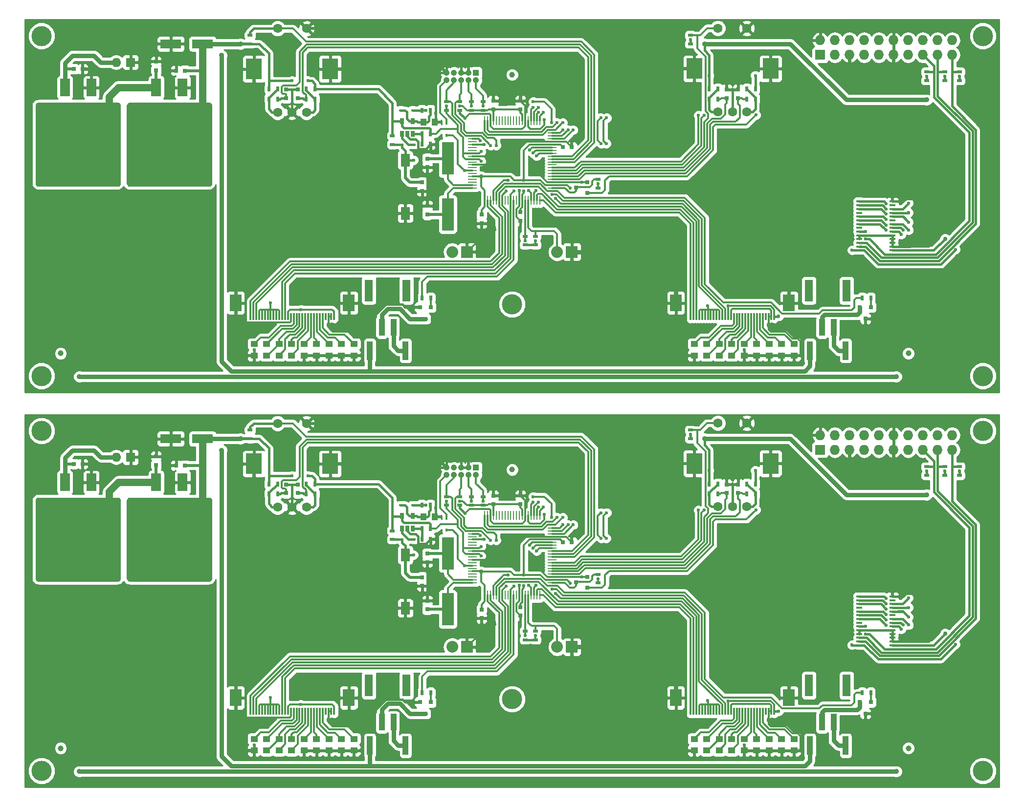
<source format=gbr>
G04 #@! TF.FileFunction,Copper,L1,Top,Signal*
%FSLAX46Y46*%
G04 Gerber Fmt 4.6, Leading zero omitted, Abs format (unit mm)*
G04 Created by KiCad (PCBNEW no-vcs-found-product) date Mon 12 Oct 2015 08:57:56 AM BRT*
%MOMM*%
G01*
G04 APERTURE LIST*
%ADD10C,0.100000*%
%ADD11O,1.600000X1.600000*%
%ADD12R,1.600000X1.600000*%
%ADD13R,1.000000X3.200000*%
%ADD14C,3.500000*%
%ADD15C,1.000000*%
%ADD16R,2.000000X3.000000*%
%ADD17R,0.300000X1.250000*%
%ADD18R,1.727200X1.727200*%
%ADD19O,1.727200X1.727200*%
%ADD20R,0.650000X1.060000*%
%ADD21R,1.651000X3.048000*%
%ADD22R,6.096000X6.096000*%
%ADD23R,0.900000X0.500000*%
%ADD24R,0.500000X0.900000*%
%ADD25R,0.800100X0.800100*%
%ADD26R,0.590000X0.450000*%
%ADD27R,0.450000X0.590000*%
%ADD28R,0.750000X0.800000*%
%ADD29R,1.000000X1.250000*%
%ADD30R,2.032000X2.032000*%
%ADD31O,2.032000X2.032000*%
%ADD32R,2.100580X5.600700*%
%ADD33R,1.100000X0.400000*%
%ADD34R,1.500000X0.280000*%
%ADD35R,0.280000X1.500000*%
%ADD36R,1.600000X2.180000*%
%ADD37R,1.050000X1.050000*%
%ADD38C,1.050000*%
%ADD39R,1.000000X2.850000*%
%ADD40R,1.400000X3.800000*%
%ADD41C,1.600000*%
%ADD42R,2.800000X3.600000*%
%ADD43R,0.800000X0.750000*%
%ADD44R,1.250000X1.000000*%
%ADD45R,3.599180X1.600200*%
%ADD46C,0.900000*%
%ADD47C,0.600000*%
%ADD48C,0.750000*%
%ADD49C,1.350000*%
%ADD50C,0.508000*%
%ADD51C,0.381000*%
%ADD52C,0.304800*%
%ADD53C,0.762000*%
%ADD54C,1.270000*%
%ADD55C,0.254000*%
G04 APERTURE END LIST*
D10*
D11*
X12946494Y-73009906D03*
D12*
X15446494Y-73009906D03*
D13*
X63047294Y-122997106D03*
X56847294Y-122997106D03*
X139247294Y-122997106D03*
X133047294Y-122997106D03*
D14*
X162992554Y-68437906D03*
X754Y-68437906D03*
X162992554Y-127365906D03*
X81483954Y-114945306D03*
X754Y-127365906D03*
D15*
X150114754Y-123454306D03*
X81483954Y-75168906D03*
X3328154Y-123454306D03*
D16*
X33645354Y-114712806D03*
X53225354Y-114712806D03*
D17*
X50685354Y-117037806D03*
X50185354Y-117037806D03*
X49685354Y-117037806D03*
X49185354Y-117037806D03*
X48685354Y-117037806D03*
X48185354Y-117037806D03*
X47685354Y-117037806D03*
X47185354Y-117037806D03*
X46685354Y-117037806D03*
X46185354Y-117037806D03*
X45685354Y-117037806D03*
X45185354Y-117037806D03*
X44685354Y-117037806D03*
X44185354Y-117037806D03*
X43685354Y-117037806D03*
X43185354Y-117037806D03*
X42685354Y-117037806D03*
X42185354Y-117037806D03*
X41685354Y-117037806D03*
X41185354Y-117037806D03*
X40685354Y-117037806D03*
X40185354Y-117037806D03*
X39685354Y-117037806D03*
X39185354Y-117037806D03*
X38685354Y-117037806D03*
X38185354Y-117037806D03*
X37685354Y-117037806D03*
X37185354Y-117037806D03*
X36685354Y-117037806D03*
X36185354Y-117037806D03*
D16*
X109845354Y-114712806D03*
X129425354Y-114712806D03*
D17*
X126885354Y-117037806D03*
X126385354Y-117037806D03*
X125885354Y-117037806D03*
X125385354Y-117037806D03*
X124885354Y-117037806D03*
X124385354Y-117037806D03*
X123885354Y-117037806D03*
X123385354Y-117037806D03*
X122885354Y-117037806D03*
X122385354Y-117037806D03*
X121885354Y-117037806D03*
X121385354Y-117037806D03*
X120885354Y-117037806D03*
X120385354Y-117037806D03*
X119885354Y-117037806D03*
X119385354Y-117037806D03*
X118885354Y-117037806D03*
X118385354Y-117037806D03*
X117885354Y-117037806D03*
X117385354Y-117037806D03*
X116885354Y-117037806D03*
X116385354Y-117037806D03*
X115885354Y-117037806D03*
X115385354Y-117037806D03*
X114885354Y-117037806D03*
X114385354Y-117037806D03*
X113885354Y-117037806D03*
X113385354Y-117037806D03*
X112885354Y-117037806D03*
X112385354Y-117037806D03*
D18*
X134817354Y-71722306D03*
D19*
X134817354Y-69182306D03*
X137357354Y-71722306D03*
X137357354Y-69182306D03*
X139897354Y-71722306D03*
X139897354Y-69182306D03*
X142437354Y-71722306D03*
X142437354Y-69182306D03*
X144977354Y-71722306D03*
X144977354Y-69182306D03*
X147517354Y-71722306D03*
X147517354Y-69182306D03*
X150057354Y-71722306D03*
X150057354Y-69182306D03*
X152597354Y-71722306D03*
X152597354Y-69182306D03*
X155137354Y-71722306D03*
X155137354Y-69182306D03*
X157677354Y-71722306D03*
X157677354Y-69182306D03*
D20*
X62424354Y-85395306D03*
X63374354Y-85395306D03*
X64324354Y-85395306D03*
X64324354Y-83195306D03*
X62424354Y-83195306D03*
D21*
X8637354Y-77373806D03*
D22*
X6351354Y-83723806D03*
D21*
X4065354Y-77373806D03*
D23*
X60770854Y-85767806D03*
X60770854Y-87267806D03*
X153264954Y-76155306D03*
X153264954Y-74655306D03*
X156414554Y-76155306D03*
X156414554Y-74655306D03*
X158941854Y-76155306D03*
X158941854Y-74655306D03*
D24*
X65862854Y-87216306D03*
X67362854Y-87216306D03*
X67362854Y-85374806D03*
X65862854Y-85374806D03*
X67362854Y-81310806D03*
X65862854Y-81310806D03*
D25*
X94525614Y-95659306D03*
X94525614Y-93759306D03*
X92526634Y-94709306D03*
D26*
X64556354Y-87279806D03*
X62446354Y-87279806D03*
D27*
X70156154Y-83570506D03*
X70156154Y-85680506D03*
D26*
X64302354Y-81310806D03*
X62192354Y-81310806D03*
D28*
X65914354Y-93832306D03*
X65914354Y-95332306D03*
D29*
X68120854Y-83342806D03*
X66120854Y-83342806D03*
D28*
X19866094Y-74369506D03*
X19866094Y-72869506D03*
D30*
X73666854Y-105885306D03*
D31*
X71126854Y-105885306D03*
D30*
X91827854Y-105885306D03*
D31*
X89287854Y-105885306D03*
D32*
X70346654Y-89669946D03*
X70346654Y-99367666D03*
D33*
X147326554Y-105589106D03*
X147326554Y-104939106D03*
X147326554Y-104289106D03*
X147326554Y-103639106D03*
X147326554Y-102989106D03*
X147326554Y-102339106D03*
X147326554Y-101689106D03*
X147326554Y-101039106D03*
X147326554Y-100389106D03*
X147326554Y-99739106D03*
X147326554Y-99089106D03*
X147326554Y-98439106D03*
X147326554Y-97789106D03*
X147326554Y-97139106D03*
X141626554Y-97139106D03*
X141626554Y-97789106D03*
X141626554Y-98439106D03*
X141626554Y-99089106D03*
X141626554Y-99739106D03*
X141626554Y-100389106D03*
X141626554Y-101039106D03*
X141626554Y-101689106D03*
X141626554Y-102339106D03*
X141626554Y-102989106D03*
X141626554Y-103639106D03*
X141626554Y-104289106D03*
X141626554Y-104939106D03*
X141626554Y-105589106D03*
D34*
X74609954Y-85285706D03*
X74609954Y-85785706D03*
X74609954Y-86285706D03*
X74609954Y-86785706D03*
X74609954Y-87285706D03*
X74609954Y-87785706D03*
X74609954Y-88285706D03*
X74609954Y-88785706D03*
X74609954Y-89285706D03*
X74609954Y-89785706D03*
X74609954Y-90285706D03*
X74609954Y-90785706D03*
X74609954Y-91285706D03*
X74609954Y-91785706D03*
X74609954Y-92285706D03*
X74609954Y-92785706D03*
X74609954Y-93285706D03*
X74609954Y-93785706D03*
X74609954Y-94285706D03*
X74609954Y-94785706D03*
D35*
X76759954Y-96935706D03*
X77259954Y-96935706D03*
X77759954Y-96935706D03*
X78259954Y-96935706D03*
X78759954Y-96935706D03*
X79259954Y-96935706D03*
X79759954Y-96935706D03*
X80259954Y-96935706D03*
X80759954Y-96935706D03*
X81259954Y-96935706D03*
X81759954Y-96935706D03*
X82259954Y-96935706D03*
X82759954Y-96935706D03*
X83259954Y-96935706D03*
X83759954Y-96935706D03*
X84259954Y-96935706D03*
X84759954Y-96935706D03*
X85259954Y-96935706D03*
X85759954Y-96935706D03*
X86259954Y-96935706D03*
D34*
X88409954Y-94785706D03*
X88409954Y-94285706D03*
X88409954Y-93785706D03*
X88409954Y-93285706D03*
X88409954Y-92785706D03*
X88409954Y-92285706D03*
X88409954Y-91785706D03*
X88409954Y-91285706D03*
X88409954Y-90785706D03*
X88409954Y-90285706D03*
X88409954Y-89785706D03*
X88409954Y-89285706D03*
X88409954Y-88785706D03*
X88409954Y-88285706D03*
X88409954Y-87785706D03*
X88409954Y-87285706D03*
X88409954Y-86785706D03*
X88409954Y-86285706D03*
X88409954Y-85785706D03*
X88409954Y-85285706D03*
D35*
X86259954Y-83135706D03*
X85759954Y-83135706D03*
X85259954Y-83135706D03*
X84759954Y-83135706D03*
X84259954Y-83135706D03*
X83759954Y-83135706D03*
X83259954Y-83135706D03*
X82759954Y-83135706D03*
X82259954Y-83135706D03*
X81759954Y-83135706D03*
X81259954Y-83135706D03*
X80759954Y-83135706D03*
X80259954Y-83135706D03*
X79759954Y-83135706D03*
X79259954Y-83135706D03*
X78759954Y-83135706D03*
X78259954Y-83135706D03*
X77759954Y-83135706D03*
X77259954Y-83135706D03*
X76759954Y-83135706D03*
D21*
X24448854Y-77373806D03*
D22*
X22162854Y-83723806D03*
D21*
X19876854Y-77373806D03*
D36*
X62995454Y-89969766D03*
X62990814Y-99174626D03*
D24*
X45860354Y-79367706D03*
X47360354Y-79367706D03*
X122111154Y-79367706D03*
X123611154Y-79367706D03*
X47360354Y-77640506D03*
X45860354Y-77640506D03*
X123611154Y-77640506D03*
X122111154Y-77640506D03*
D23*
X83757854Y-104666806D03*
X83757854Y-103166806D03*
D24*
X40883354Y-79367706D03*
X39383354Y-79367706D03*
X117134154Y-79367706D03*
X115634154Y-79367706D03*
X39383354Y-77640506D03*
X40883354Y-77640506D03*
X115634154Y-77640506D03*
X117134154Y-77640506D03*
D23*
X36120154Y-69805306D03*
X36120154Y-68305306D03*
X112370954Y-69805306D03*
X112370954Y-68305306D03*
X85535854Y-104666806D03*
X85535854Y-103166806D03*
X70105354Y-81362306D03*
X70105354Y-79862306D03*
X72454854Y-81362306D03*
X72454854Y-79862306D03*
X74423354Y-81362306D03*
X74423354Y-79862306D03*
X76455354Y-81362306D03*
X76455354Y-79862306D03*
X96394354Y-94824306D03*
X96394354Y-93324306D03*
D24*
X65915594Y-113853106D03*
X67415594Y-113853106D03*
X142102894Y-113853106D03*
X143602894Y-113853106D03*
D25*
X67425094Y-115468546D03*
X65525094Y-115468546D03*
X66475094Y-117467526D03*
X143612394Y-115455846D03*
X141712394Y-115455846D03*
X142662394Y-117454826D03*
D37*
X75248854Y-74833806D03*
D38*
X73978854Y-74833806D03*
X72708854Y-74833806D03*
X71438854Y-74833806D03*
X70168854Y-74833806D03*
X73978854Y-76103806D03*
X72708854Y-76103806D03*
X71438854Y-76103806D03*
X70168854Y-76103806D03*
X75248854Y-76103806D03*
D39*
X58945354Y-118948306D03*
X60945354Y-118948306D03*
D40*
X56695354Y-112573306D03*
X63195354Y-112573306D03*
D39*
X135145354Y-118948306D03*
X137145354Y-118948306D03*
D40*
X132895354Y-112573306D03*
X139395354Y-112573306D03*
D41*
X40899154Y-81653706D03*
X40899154Y-67153706D03*
X45899154Y-81653706D03*
X45899154Y-67153706D03*
X43399154Y-81653706D03*
D42*
X36799154Y-74153706D03*
X49999154Y-74153706D03*
D41*
X117124554Y-81602906D03*
X117124554Y-67102906D03*
X122124554Y-81602906D03*
X122124554Y-67102906D03*
X119624554Y-81602906D03*
D42*
X113024554Y-74102906D03*
X126224554Y-74102906D03*
D28*
X44375154Y-79228706D03*
X44375154Y-77728706D03*
X120625954Y-79228706D03*
X120625954Y-77728706D03*
X42368554Y-79228706D03*
X42368554Y-77728706D03*
X118619354Y-79228706D03*
X118619354Y-77728706D03*
X66803354Y-99396306D03*
X66803354Y-97896306D03*
X66803354Y-89704806D03*
X66803354Y-91204806D03*
X82932354Y-98975806D03*
X82932354Y-100475806D03*
X82945754Y-81159106D03*
X82945754Y-79659106D03*
X78233354Y-81171806D03*
X78233354Y-79671806D03*
D43*
X90298354Y-87724306D03*
X91798354Y-87724306D03*
D28*
X76201354Y-99420306D03*
X76201354Y-100920306D03*
D44*
X36831354Y-123839806D03*
X36831354Y-121839806D03*
X51944354Y-123839806D03*
X51944354Y-121839806D03*
X49785354Y-123839806D03*
X49785354Y-121839806D03*
X47626354Y-123839806D03*
X47626354Y-121839806D03*
X43308354Y-123839806D03*
X43308354Y-121839806D03*
X45467354Y-123839806D03*
X45467354Y-121839806D03*
X54103354Y-123839806D03*
X54103354Y-121839806D03*
X41149354Y-123839806D03*
X41149354Y-121839806D03*
X38990354Y-121839806D03*
X38990354Y-123839806D03*
X113031354Y-123839806D03*
X113031354Y-121839806D03*
X128144354Y-123839806D03*
X128144354Y-121839806D03*
X125985354Y-123839806D03*
X125985354Y-121839806D03*
X123826354Y-123839806D03*
X123826354Y-121839806D03*
X119508354Y-123839806D03*
X119508354Y-121839806D03*
X121667354Y-123839806D03*
X121667354Y-121839806D03*
X130303354Y-123839806D03*
X130303354Y-121839806D03*
X117349354Y-123839806D03*
X117349354Y-121839806D03*
X115190354Y-121839806D03*
X115190354Y-123839806D03*
D45*
X27898174Y-69817306D03*
X22396534Y-69817306D03*
D43*
X24817854Y-74452806D03*
X23317854Y-74452806D03*
X5603294Y-74178306D03*
X7103294Y-74178306D03*
X5603294Y-5740102D03*
X7103294Y-5740102D03*
X24817854Y-6014602D03*
X23317854Y-6014602D03*
D45*
X27898174Y-1379102D03*
X22396534Y-1379102D03*
D44*
X115190354Y-53401602D03*
X115190354Y-55401602D03*
X117349354Y-55401602D03*
X117349354Y-53401602D03*
X130303354Y-55401602D03*
X130303354Y-53401602D03*
X121667354Y-55401602D03*
X121667354Y-53401602D03*
X119508354Y-55401602D03*
X119508354Y-53401602D03*
X123826354Y-55401602D03*
X123826354Y-53401602D03*
X125985354Y-55401602D03*
X125985354Y-53401602D03*
X128144354Y-55401602D03*
X128144354Y-53401602D03*
X113031354Y-55401602D03*
X113031354Y-53401602D03*
X38990354Y-53401602D03*
X38990354Y-55401602D03*
X41149354Y-55401602D03*
X41149354Y-53401602D03*
X54103354Y-55401602D03*
X54103354Y-53401602D03*
X45467354Y-55401602D03*
X45467354Y-53401602D03*
X43308354Y-55401602D03*
X43308354Y-53401602D03*
X47626354Y-55401602D03*
X47626354Y-53401602D03*
X49785354Y-55401602D03*
X49785354Y-53401602D03*
X51944354Y-55401602D03*
X51944354Y-53401602D03*
X36831354Y-55401602D03*
X36831354Y-53401602D03*
D28*
X76201354Y-30982102D03*
X76201354Y-32482102D03*
D43*
X90298354Y-19286102D03*
X91798354Y-19286102D03*
D28*
X78233354Y-12733602D03*
X78233354Y-11233602D03*
X82945754Y-12720902D03*
X82945754Y-11220902D03*
X82932354Y-30537602D03*
X82932354Y-32037602D03*
X66803354Y-21266602D03*
X66803354Y-22766602D03*
X66803354Y-30958102D03*
X66803354Y-29458102D03*
X118619354Y-10790502D03*
X118619354Y-9290502D03*
X42368554Y-10790502D03*
X42368554Y-9290502D03*
X120625954Y-10790502D03*
X120625954Y-9290502D03*
X44375154Y-10790502D03*
X44375154Y-9290502D03*
D41*
X117124554Y-13164702D03*
X117124554Y1335298D03*
X122124554Y-13164702D03*
X122124554Y1335298D03*
X119624554Y-13164702D03*
D42*
X113024554Y-5664702D03*
X126224554Y-5664702D03*
D41*
X40899154Y-13215502D03*
X40899154Y1284498D03*
X45899154Y-13215502D03*
X45899154Y1284498D03*
X43399154Y-13215502D03*
D42*
X36799154Y-5715502D03*
X49999154Y-5715502D03*
D39*
X135145354Y-50510102D03*
X137145354Y-50510102D03*
D40*
X132895354Y-44135102D03*
X139395354Y-44135102D03*
D39*
X58945354Y-50510102D03*
X60945354Y-50510102D03*
D40*
X56695354Y-44135102D03*
X63195354Y-44135102D03*
D37*
X75248854Y-6395602D03*
D38*
X73978854Y-6395602D03*
X72708854Y-6395602D03*
X71438854Y-6395602D03*
X70168854Y-6395602D03*
X73978854Y-7665602D03*
X72708854Y-7665602D03*
X71438854Y-7665602D03*
X70168854Y-7665602D03*
X75248854Y-7665602D03*
D25*
X143612394Y-47017642D03*
X141712394Y-47017642D03*
X142662394Y-49016622D03*
X67425094Y-47030342D03*
X65525094Y-47030342D03*
X66475094Y-49029322D03*
D24*
X142102894Y-45414902D03*
X143602894Y-45414902D03*
X65915594Y-45414902D03*
X67415594Y-45414902D03*
D23*
X96394354Y-26386102D03*
X96394354Y-24886102D03*
X76455354Y-12924102D03*
X76455354Y-11424102D03*
X74423354Y-12924102D03*
X74423354Y-11424102D03*
X72454854Y-12924102D03*
X72454854Y-11424102D03*
X70105354Y-12924102D03*
X70105354Y-11424102D03*
X85535854Y-36228602D03*
X85535854Y-34728602D03*
X112370954Y-1367102D03*
X112370954Y132898D03*
X36120154Y-1367102D03*
X36120154Y132898D03*
D24*
X115634154Y-9202302D03*
X117134154Y-9202302D03*
X39383354Y-9202302D03*
X40883354Y-9202302D03*
X117134154Y-10929502D03*
X115634154Y-10929502D03*
X40883354Y-10929502D03*
X39383354Y-10929502D03*
D23*
X83757854Y-36228602D03*
X83757854Y-34728602D03*
D24*
X123611154Y-9202302D03*
X122111154Y-9202302D03*
X47360354Y-9202302D03*
X45860354Y-9202302D03*
X122111154Y-10929502D03*
X123611154Y-10929502D03*
X45860354Y-10929502D03*
X47360354Y-10929502D03*
D36*
X62995454Y-21531562D03*
X62990814Y-30736422D03*
D21*
X24448854Y-8935602D03*
D22*
X22162854Y-15285602D03*
D21*
X19876854Y-8935602D03*
D34*
X74609954Y-16847502D03*
X74609954Y-17347502D03*
X74609954Y-17847502D03*
X74609954Y-18347502D03*
X74609954Y-18847502D03*
X74609954Y-19347502D03*
X74609954Y-19847502D03*
X74609954Y-20347502D03*
X74609954Y-20847502D03*
X74609954Y-21347502D03*
X74609954Y-21847502D03*
X74609954Y-22347502D03*
X74609954Y-22847502D03*
X74609954Y-23347502D03*
X74609954Y-23847502D03*
X74609954Y-24347502D03*
X74609954Y-24847502D03*
X74609954Y-25347502D03*
X74609954Y-25847502D03*
X74609954Y-26347502D03*
D35*
X76759954Y-28497502D03*
X77259954Y-28497502D03*
X77759954Y-28497502D03*
X78259954Y-28497502D03*
X78759954Y-28497502D03*
X79259954Y-28497502D03*
X79759954Y-28497502D03*
X80259954Y-28497502D03*
X80759954Y-28497502D03*
X81259954Y-28497502D03*
X81759954Y-28497502D03*
X82259954Y-28497502D03*
X82759954Y-28497502D03*
X83259954Y-28497502D03*
X83759954Y-28497502D03*
X84259954Y-28497502D03*
X84759954Y-28497502D03*
X85259954Y-28497502D03*
X85759954Y-28497502D03*
X86259954Y-28497502D03*
D34*
X88409954Y-26347502D03*
X88409954Y-25847502D03*
X88409954Y-25347502D03*
X88409954Y-24847502D03*
X88409954Y-24347502D03*
X88409954Y-23847502D03*
X88409954Y-23347502D03*
X88409954Y-22847502D03*
X88409954Y-22347502D03*
X88409954Y-21847502D03*
X88409954Y-21347502D03*
X88409954Y-20847502D03*
X88409954Y-20347502D03*
X88409954Y-19847502D03*
X88409954Y-19347502D03*
X88409954Y-18847502D03*
X88409954Y-18347502D03*
X88409954Y-17847502D03*
X88409954Y-17347502D03*
X88409954Y-16847502D03*
D35*
X86259954Y-14697502D03*
X85759954Y-14697502D03*
X85259954Y-14697502D03*
X84759954Y-14697502D03*
X84259954Y-14697502D03*
X83759954Y-14697502D03*
X83259954Y-14697502D03*
X82759954Y-14697502D03*
X82259954Y-14697502D03*
X81759954Y-14697502D03*
X81259954Y-14697502D03*
X80759954Y-14697502D03*
X80259954Y-14697502D03*
X79759954Y-14697502D03*
X79259954Y-14697502D03*
X78759954Y-14697502D03*
X78259954Y-14697502D03*
X77759954Y-14697502D03*
X77259954Y-14697502D03*
X76759954Y-14697502D03*
D33*
X147326554Y-37150902D03*
X147326554Y-36500902D03*
X147326554Y-35850902D03*
X147326554Y-35200902D03*
X147326554Y-34550902D03*
X147326554Y-33900902D03*
X147326554Y-33250902D03*
X147326554Y-32600902D03*
X147326554Y-31950902D03*
X147326554Y-31300902D03*
X147326554Y-30650902D03*
X147326554Y-30000902D03*
X147326554Y-29350902D03*
X147326554Y-28700902D03*
X141626554Y-28700902D03*
X141626554Y-29350902D03*
X141626554Y-30000902D03*
X141626554Y-30650902D03*
X141626554Y-31300902D03*
X141626554Y-31950902D03*
X141626554Y-32600902D03*
X141626554Y-33250902D03*
X141626554Y-33900902D03*
X141626554Y-34550902D03*
X141626554Y-35200902D03*
X141626554Y-35850902D03*
X141626554Y-36500902D03*
X141626554Y-37150902D03*
D32*
X70346654Y-21231742D03*
X70346654Y-30929462D03*
D30*
X91827854Y-37447102D03*
D31*
X89287854Y-37447102D03*
D30*
X73666854Y-37447102D03*
D31*
X71126854Y-37447102D03*
D28*
X19866094Y-5931302D03*
X19866094Y-4431302D03*
D29*
X68120854Y-14904602D03*
X66120854Y-14904602D03*
D28*
X65914354Y-25394102D03*
X65914354Y-26894102D03*
D26*
X64302354Y-12872602D03*
X62192354Y-12872602D03*
D27*
X70156154Y-15132302D03*
X70156154Y-17242302D03*
D26*
X64556354Y-18841602D03*
X62446354Y-18841602D03*
D25*
X94525614Y-27221102D03*
X94525614Y-25321102D03*
X92526634Y-26271102D03*
D24*
X67362854Y-12872602D03*
X65862854Y-12872602D03*
X67362854Y-16936602D03*
X65862854Y-16936602D03*
X65862854Y-18778102D03*
X67362854Y-18778102D03*
D23*
X158941854Y-7717102D03*
X158941854Y-6217102D03*
X156414554Y-7717102D03*
X156414554Y-6217102D03*
X153264954Y-7717102D03*
X153264954Y-6217102D03*
X60770854Y-17329602D03*
X60770854Y-18829602D03*
D21*
X8637354Y-8935602D03*
D22*
X6351354Y-15285602D03*
D21*
X4065354Y-8935602D03*
D20*
X62424354Y-16957102D03*
X63374354Y-16957102D03*
X64324354Y-16957102D03*
X64324354Y-14757102D03*
X62424354Y-14757102D03*
D18*
X134817354Y-3284102D03*
D19*
X134817354Y-744102D03*
X137357354Y-3284102D03*
X137357354Y-744102D03*
X139897354Y-3284102D03*
X139897354Y-744102D03*
X142437354Y-3284102D03*
X142437354Y-744102D03*
X144977354Y-3284102D03*
X144977354Y-744102D03*
X147517354Y-3284102D03*
X147517354Y-744102D03*
X150057354Y-3284102D03*
X150057354Y-744102D03*
X152597354Y-3284102D03*
X152597354Y-744102D03*
X155137354Y-3284102D03*
X155137354Y-744102D03*
X157677354Y-3284102D03*
X157677354Y-744102D03*
D16*
X109845354Y-46274602D03*
X129425354Y-46274602D03*
D17*
X126885354Y-48599602D03*
X126385354Y-48599602D03*
X125885354Y-48599602D03*
X125385354Y-48599602D03*
X124885354Y-48599602D03*
X124385354Y-48599602D03*
X123885354Y-48599602D03*
X123385354Y-48599602D03*
X122885354Y-48599602D03*
X122385354Y-48599602D03*
X121885354Y-48599602D03*
X121385354Y-48599602D03*
X120885354Y-48599602D03*
X120385354Y-48599602D03*
X119885354Y-48599602D03*
X119385354Y-48599602D03*
X118885354Y-48599602D03*
X118385354Y-48599602D03*
X117885354Y-48599602D03*
X117385354Y-48599602D03*
X116885354Y-48599602D03*
X116385354Y-48599602D03*
X115885354Y-48599602D03*
X115385354Y-48599602D03*
X114885354Y-48599602D03*
X114385354Y-48599602D03*
X113885354Y-48599602D03*
X113385354Y-48599602D03*
X112885354Y-48599602D03*
X112385354Y-48599602D03*
D16*
X33645354Y-46274602D03*
X53225354Y-46274602D03*
D17*
X50685354Y-48599602D03*
X50185354Y-48599602D03*
X49685354Y-48599602D03*
X49185354Y-48599602D03*
X48685354Y-48599602D03*
X48185354Y-48599602D03*
X47685354Y-48599602D03*
X47185354Y-48599602D03*
X46685354Y-48599602D03*
X46185354Y-48599602D03*
X45685354Y-48599602D03*
X45185354Y-48599602D03*
X44685354Y-48599602D03*
X44185354Y-48599602D03*
X43685354Y-48599602D03*
X43185354Y-48599602D03*
X42685354Y-48599602D03*
X42185354Y-48599602D03*
X41685354Y-48599602D03*
X41185354Y-48599602D03*
X40685354Y-48599602D03*
X40185354Y-48599602D03*
X39685354Y-48599602D03*
X39185354Y-48599602D03*
X38685354Y-48599602D03*
X38185354Y-48599602D03*
X37685354Y-48599602D03*
X37185354Y-48599602D03*
X36685354Y-48599602D03*
X36185354Y-48599602D03*
D15*
X3328154Y-55016102D03*
X81483954Y-6730702D03*
X150114754Y-55016102D03*
D14*
X754Y-58927702D03*
X81483954Y-46507102D03*
X162992554Y-58927702D03*
X754Y298D03*
X162992554Y298D03*
D13*
X139247294Y-54558902D03*
X133047294Y-54558902D03*
X63047294Y-54558902D03*
X56847294Y-54558902D03*
D11*
X12946494Y-4571702D03*
D12*
X15446494Y-4571702D03*
D46*
X111379754Y-86446506D03*
X129413754Y-86446506D03*
X81915754Y-110271706D03*
X129413754Y-94777706D03*
X118898154Y-109204906D03*
X129413754Y-109204906D03*
X141504154Y-109204906D03*
X147549354Y-94777706D03*
X147549354Y-81620506D03*
X147549354Y-74914906D03*
X136271754Y-78521706D03*
X139878554Y-74914906D03*
X118186954Y-94777706D03*
X136271754Y-94777706D03*
X136271754Y-81620506D03*
X101219754Y-105852106D03*
X101219754Y-88478506D03*
X101219754Y-94777706D03*
X101219754Y-74102106D03*
X101219754Y-71968506D03*
X101219754Y-78267706D03*
X73990954Y-71968506D03*
X92431354Y-71968506D03*
X92431354Y-78267706D03*
X82931754Y-78267706D03*
X56668154Y-67091706D03*
X74448154Y-67091706D03*
X87910154Y-67091706D03*
X108534954Y-67091706D03*
X64034154Y-74152906D03*
X57328554Y-74152906D03*
X59411354Y-99197306D03*
X57328554Y-86446506D03*
X57328554Y-95996906D03*
X37618154Y-86446506D03*
X49454554Y-86446506D03*
X37618154Y-95996906D03*
X49454554Y-95996906D03*
X33655754Y-103261306D03*
X27458154Y-103261306D03*
X27458154Y-95996906D03*
X27458154Y-123479706D03*
X27458154Y-114691306D03*
X13691354Y-114691306D03*
X13691354Y-123479706D03*
X19990554Y-95996906D03*
X19990554Y-103261306D03*
X19990554Y-114640506D03*
X43181354Y-74135306D03*
X154941354Y-109187306D03*
X154941354Y-123614506D03*
D47*
X73305754Y-82720506D03*
X68225754Y-81856906D03*
X8027754Y-103243706D03*
X8027754Y-123462106D03*
X36831354Y-122852506D03*
X121667354Y-122852506D03*
X154941354Y-103599306D03*
X78487354Y-101973706D03*
X82906954Y-101973706D03*
X82741854Y-95217306D03*
X80773354Y-93439306D03*
X82106854Y-91851806D03*
X84646854Y-91851806D03*
X93588354Y-93756806D03*
X79820854Y-89248306D03*
D46*
X1550154Y-95996906D03*
X1550154Y-103261306D03*
X1550154Y-114691306D03*
X101118154Y-121701706D03*
X91821754Y-121701706D03*
X73663294Y-121701706D03*
D48*
X154155894Y-89037306D03*
X141887694Y-89037306D03*
X141887694Y-20599102D03*
X154155894Y-20599102D03*
D46*
X73663294Y-53263502D03*
X91821754Y-53263502D03*
X101118154Y-53263502D03*
X1550154Y-46253102D03*
X1550154Y-34823102D03*
X1550154Y-27558702D03*
D47*
X79820854Y-20810102D03*
X93588354Y-25318602D03*
X84646854Y-23413602D03*
X82106854Y-23413602D03*
X80773354Y-25001102D03*
X82741854Y-26779102D03*
X82906954Y-33535502D03*
X78487354Y-33535502D03*
X154941354Y-35161102D03*
X121667354Y-54414302D03*
X36831354Y-54414302D03*
X8027754Y-55023902D03*
X8027754Y-34805502D03*
X68225754Y-13418702D03*
X73305754Y-14282302D03*
D46*
X154941354Y-55176302D03*
X154941354Y-40749102D03*
X43181354Y-5697102D03*
X19990554Y-46202302D03*
X19990554Y-34823102D03*
X19990554Y-27558702D03*
X13691354Y-55041502D03*
X13691354Y-46253102D03*
X27458154Y-46253102D03*
X27458154Y-55041502D03*
X27458154Y-27558702D03*
X27458154Y-34823102D03*
X33655754Y-34823102D03*
X49454554Y-27558702D03*
X37618154Y-27558702D03*
X49454554Y-18008302D03*
X37618154Y-18008302D03*
X57328554Y-27558702D03*
X57328554Y-18008302D03*
X59411354Y-30759102D03*
X57328554Y-5714702D03*
X64034154Y-5714702D03*
X108534954Y1346498D03*
X87910154Y1346498D03*
X74448154Y1346498D03*
X56668154Y1346498D03*
X82931754Y-9829502D03*
X92431354Y-9829502D03*
X92431354Y-3530302D03*
X73990954Y-3530302D03*
X101219754Y-9829502D03*
X101219754Y-3530302D03*
X101219754Y-5663902D03*
X101219754Y-26339502D03*
X101219754Y-20040302D03*
X101219754Y-37413902D03*
X136271754Y-13182302D03*
X136271754Y-26339502D03*
X118186954Y-26339502D03*
X139878554Y-6476702D03*
X136271754Y-10083502D03*
X147549354Y-6476702D03*
X147549354Y-13182302D03*
X147549354Y-26339502D03*
X141504154Y-40766702D03*
X129413754Y-40766702D03*
X118898154Y-40766702D03*
X129413754Y-26339502D03*
X81915754Y-41833502D03*
X129413754Y-18008302D03*
X111379754Y-18008302D03*
D47*
X46127754Y-76218106D03*
X43384554Y-76218106D03*
X112370954Y-69055306D03*
D46*
X34443754Y-69817306D03*
X114809354Y-69817306D03*
X153264954Y-79520106D03*
D47*
X115622154Y-75303706D03*
X123597754Y-75303706D03*
X153264954Y-75405306D03*
X118903954Y-115253906D03*
X91568354Y-94836306D03*
X96394354Y-94074306D03*
X156401854Y-75405306D03*
X158941854Y-75405306D03*
X39688854Y-114711806D03*
X44895854Y-115854806D03*
X76137854Y-88486306D03*
X76137854Y-90137306D03*
X115380854Y-115219806D03*
D48*
X156465354Y-103599306D03*
X76137854Y-92804306D03*
D47*
X72454854Y-80612306D03*
X70105354Y-80612306D03*
X83541954Y-93413906D03*
X83541954Y-95293506D03*
X85523154Y-103929506D03*
D49*
X16866954Y-85819306D03*
X16866954Y-83736506D03*
X22200954Y-88664106D03*
X16866954Y-88664106D03*
X27077754Y-85819306D03*
X27077754Y-83787306D03*
X27077754Y-88664106D03*
X22200954Y-90797706D03*
X16866954Y-90797706D03*
X27077754Y-90797706D03*
X22200954Y-92829706D03*
X16866954Y-92829706D03*
X27077754Y-92829706D03*
X24740954Y-89781706D03*
X19508554Y-89781706D03*
X24690154Y-91813706D03*
X19508554Y-91813706D03*
X24740954Y-87648106D03*
X19508554Y-87648106D03*
D47*
X127638294Y-117028106D03*
X140338294Y-105572706D03*
X158270694Y-105445706D03*
D46*
X6556494Y-127492906D03*
X148009094Y-127492906D03*
X148009094Y-59054702D03*
X6556494Y-59054702D03*
D47*
X158270694Y-37007502D03*
X140338294Y-37134502D03*
X127638294Y-48589902D03*
D49*
X19508554Y-19209902D03*
X24740954Y-19209902D03*
X19508554Y-23375502D03*
X24690154Y-23375502D03*
X19508554Y-21343502D03*
X24740954Y-21343502D03*
X27077754Y-24391502D03*
X16866954Y-24391502D03*
X22200954Y-24391502D03*
X27077754Y-22359502D03*
X16866954Y-22359502D03*
X22200954Y-22359502D03*
X27077754Y-20225902D03*
X27077754Y-15349102D03*
X27077754Y-17381102D03*
X16866954Y-20225902D03*
X22200954Y-20225902D03*
X16866954Y-15298302D03*
X16866954Y-17381102D03*
D47*
X85523154Y-35491302D03*
X83541954Y-26855302D03*
X83541954Y-24975702D03*
X70105354Y-12174102D03*
X72454854Y-12174102D03*
D48*
X76137854Y-24366102D03*
X156465354Y-35161102D03*
D47*
X115380854Y-46781602D03*
X76137854Y-21699102D03*
X76137854Y-20048102D03*
X44895854Y-47416602D03*
X39688854Y-46273602D03*
X158941854Y-6967102D03*
X156401854Y-6967102D03*
X96394354Y-25636102D03*
X91568354Y-26398102D03*
X118903954Y-46815702D03*
X153264954Y-6967102D03*
X123597754Y-6865502D03*
X115622154Y-6865502D03*
D46*
X153264954Y-11081902D03*
X114809354Y-1379102D03*
X34443754Y-1379102D03*
D47*
X112370954Y-617102D03*
X43384554Y-7779902D03*
X46127754Y-7779902D03*
X80455854Y-95344306D03*
X89028354Y-96614306D03*
X89028354Y-28176102D03*
X80455854Y-26906102D03*
X81852854Y-95344306D03*
X88393354Y-95915806D03*
X88393354Y-27477602D03*
X81852854Y-26906102D03*
X86932854Y-81691806D03*
X86932854Y-13253602D03*
X86043854Y-81691806D03*
X86043854Y-13253602D03*
X86043854Y-80802806D03*
X86043854Y-12364602D03*
X85154854Y-80802806D03*
X85154854Y-12364602D03*
X87047854Y-82961806D03*
X87047854Y-14523602D03*
X142685854Y-103637406D03*
X142685854Y-102342006D03*
X142685854Y-33903802D03*
X142685854Y-35199202D03*
X88317854Y-83469806D03*
X85154854Y-79850306D03*
X66612854Y-81310806D03*
X66612854Y-12872602D03*
X85154854Y-11412102D03*
X88317854Y-15031602D03*
X123699354Y-82136306D03*
X123699354Y-13698102D03*
X76633854Y-87279806D03*
X74423354Y-80612306D03*
X74423354Y-12174102D03*
X76633854Y-18841602D03*
X78729354Y-87406806D03*
X78729354Y-18968602D03*
X77776854Y-87406806D03*
X77776854Y-18968602D03*
X76455354Y-80612306D03*
X75998854Y-86581306D03*
X75998854Y-18143102D03*
X76455354Y-12174102D03*
X83757854Y-103916806D03*
X83757854Y-35478602D03*
X91187354Y-84739806D03*
X91187354Y-16301602D03*
X92076354Y-84739806D03*
X92076354Y-16301602D03*
X90298354Y-84739806D03*
X90298354Y-16301602D03*
X85154854Y-88740306D03*
X85154854Y-20302102D03*
X85726354Y-89248306D03*
X85726354Y-20810102D03*
X150145954Y-100712406D03*
X150145954Y-32274202D03*
X84519854Y-88232306D03*
X84519854Y-19794102D03*
X150145954Y-97410406D03*
X150145954Y-28972202D03*
X148884154Y-102811906D03*
X148884154Y-34373702D03*
X149188954Y-102100706D03*
X149188954Y-33662502D03*
X150154154Y-102100706D03*
X150154154Y-33662502D03*
X146254554Y-97503306D03*
X146254554Y-29065102D03*
X146254554Y-98417706D03*
X146254554Y-29979502D03*
X146254554Y-99332106D03*
X146254554Y-30893902D03*
X85662854Y-95217306D03*
X97791354Y-87089306D03*
X97854854Y-82644306D03*
X97854854Y-14206102D03*
X97791354Y-18651102D03*
X85662854Y-26779102D03*
X84329354Y-95217306D03*
X96902354Y-82644306D03*
X96902354Y-87089306D03*
X96902354Y-18651102D03*
X96902354Y-14206102D03*
X84329354Y-26779102D03*
X113729854Y-82199806D03*
X113729854Y-13761602D03*
X114745854Y-82199806D03*
X114745854Y-13761602D03*
X90286354Y-83469806D03*
X90286354Y-15031602D03*
X89270354Y-83469806D03*
X89270354Y-15031602D03*
D49*
X3709754Y-87648106D03*
X8942154Y-87648106D03*
X3709754Y-91813706D03*
X8891354Y-91813706D03*
X3709754Y-89781706D03*
X8942154Y-89781706D03*
X11278954Y-92829706D03*
X1068154Y-92829706D03*
X6402154Y-92829706D03*
X11278954Y-90797706D03*
X1068154Y-90797706D03*
X6402154Y-90797706D03*
X11278954Y-88664106D03*
X11278954Y-83787306D03*
X11278954Y-85819306D03*
X1068154Y-88664106D03*
X6402154Y-88664106D03*
X1068154Y-83736506D03*
X1068154Y-85819306D03*
X1068154Y-17381102D03*
X1068154Y-15298302D03*
X6402154Y-20225902D03*
X1068154Y-20225902D03*
X11278954Y-17381102D03*
X11278954Y-15349102D03*
X11278954Y-20225902D03*
X6402154Y-22359502D03*
X1068154Y-22359502D03*
X11278954Y-22359502D03*
X6402154Y-24391502D03*
X1068154Y-24391502D03*
X11278954Y-24391502D03*
X8942154Y-21343502D03*
X3709754Y-21343502D03*
X8891354Y-23375502D03*
X3709754Y-23375502D03*
X8942154Y-19209902D03*
X3709754Y-19209902D03*
D47*
X150145954Y-99061406D03*
X150145954Y-30623202D03*
X146254554Y-100246506D03*
X146254554Y-31808302D03*
X146254554Y-101211706D03*
X146254554Y-32773502D03*
X146254554Y-102126106D03*
X146254554Y-33687902D03*
X64453854Y-89946806D03*
X73254954Y-91788306D03*
X73254954Y-23350102D03*
X64453854Y-21508602D03*
D46*
X31169094Y-71816106D03*
X31169094Y-3377902D03*
D50*
X101219754Y-88478506D02*
X109347754Y-88478506D01*
X109347754Y-88478506D02*
X111379754Y-86446506D01*
X129413754Y-86446506D02*
X129413754Y-94777706D01*
X129413754Y-109204906D02*
X118898154Y-109204906D01*
X129413754Y-109204906D02*
X129413754Y-114701206D01*
X129413754Y-114701206D02*
X129425354Y-114712806D01*
X141504154Y-109204906D02*
X129413754Y-109204906D01*
X154941354Y-109187306D02*
X141521754Y-109187306D01*
X141521754Y-109187306D02*
X141504154Y-109204906D01*
X91821754Y-105891406D02*
X91827854Y-105885306D01*
X147549354Y-81620506D02*
X147549354Y-94777706D01*
X136271754Y-81620506D02*
X147549354Y-81620506D01*
X147549354Y-74914906D02*
X147549354Y-71754306D01*
X147549354Y-71754306D02*
X147517354Y-71722306D01*
X136271754Y-81620506D02*
X136271754Y-78521706D01*
X139878554Y-74914906D02*
X139897354Y-74896106D01*
X139897354Y-74896106D02*
X139897354Y-71722306D01*
X101219754Y-94777706D02*
X118186954Y-94777706D01*
X136271754Y-89037306D02*
X136271754Y-81620506D01*
X136271754Y-94777706D02*
X136271754Y-89037306D01*
X101219754Y-105852106D02*
X101219754Y-105885306D01*
X101219754Y-105885306D02*
X101219754Y-105852106D01*
X101219754Y-105852106D02*
X101219754Y-105885306D01*
X101219754Y-78267706D02*
X101219754Y-88478506D01*
X101219754Y-71968506D02*
X101219754Y-74102106D01*
X101219754Y-74102106D02*
X101219754Y-78267706D01*
X73978854Y-74833806D02*
X73978854Y-71980606D01*
X73978854Y-71980606D02*
X73990954Y-71968506D01*
X92431354Y-71968506D02*
X92431354Y-78267706D01*
X82931754Y-78267706D02*
X82931754Y-79645106D01*
X82931754Y-79645106D02*
X82945754Y-79659106D01*
X45899154Y-67153706D02*
X56606154Y-67153706D01*
X56606154Y-67153706D02*
X56668154Y-67091706D01*
X74448154Y-67091706D02*
X87910154Y-67091706D01*
X108534954Y-67091706D02*
X108534954Y-72832106D01*
X108534954Y-72832106D02*
X109805754Y-74102906D01*
X109805754Y-74102906D02*
X113024554Y-74102906D01*
X64034154Y-74152906D02*
X49999954Y-74152906D01*
X49999954Y-74152906D02*
X49999154Y-74153706D01*
X57328554Y-74152906D02*
X57327754Y-74153706D01*
X57327754Y-74153706D02*
X49999154Y-74153706D01*
X59411354Y-99806906D02*
X59411354Y-99197306D01*
X57328554Y-86446506D02*
X57328554Y-95996906D01*
X37618154Y-86446506D02*
X37618154Y-79232906D01*
X37618154Y-79232906D02*
X36799154Y-78413906D01*
X36799154Y-78413906D02*
X36799154Y-74153706D01*
X33655754Y-103261306D02*
X33808154Y-103108906D01*
X33808154Y-103108906D02*
X59411354Y-103108906D01*
X59411354Y-99197306D02*
X59411354Y-99806906D01*
X59411354Y-99806906D02*
X59411354Y-103108906D01*
X37618154Y-95996906D02*
X37618154Y-86446506D01*
X49454554Y-86446506D02*
X49454554Y-95996906D01*
X37618154Y-95996906D02*
X49454554Y-95996906D01*
X59411354Y-99197306D02*
X62968134Y-99197306D01*
X62968134Y-99197306D02*
X62990814Y-99174626D01*
X33645354Y-114712806D02*
X33645354Y-103271706D01*
X33645354Y-103271706D02*
X33655754Y-103261306D01*
X27458154Y-114691306D02*
X27458154Y-103261306D01*
X27458154Y-103261306D02*
X27458154Y-95996906D01*
X13691354Y-123479706D02*
X27458154Y-123479706D01*
X27458154Y-114691306D02*
X27458154Y-114640506D01*
X27458154Y-114640506D02*
X27458154Y-114691306D01*
X27458154Y-114691306D02*
X27458154Y-114640506D01*
X13691354Y-123479706D02*
X13691354Y-114691306D01*
X8027754Y-123462106D02*
X13673754Y-123462106D01*
X13673754Y-123462106D02*
X13691354Y-123479706D01*
X8027754Y-114691306D02*
X19939754Y-114691306D01*
X19939754Y-114691306D02*
X19990554Y-114640506D01*
X19990554Y-95996906D02*
X19990554Y-103261306D01*
X8027754Y-103243706D02*
X19972954Y-103243706D01*
X19972954Y-103243706D02*
X19990554Y-103261306D01*
X19990554Y-114640506D02*
X27458154Y-114640506D01*
X33573054Y-114640506D02*
X33645354Y-114712806D01*
D51*
X147326554Y-97139106D02*
X149209554Y-97139106D01*
X149209554Y-97139106D02*
X149708954Y-96639706D01*
X149708954Y-96639706D02*
X154484154Y-96639706D01*
X154484154Y-96639706D02*
X154941354Y-97096906D01*
X154941354Y-97096906D02*
X154941354Y-103599306D01*
X141626554Y-102989106D02*
X147326554Y-102989106D01*
D50*
X154941354Y-123614506D02*
X154941354Y-109187306D01*
D52*
X77759954Y-83135706D02*
X77759954Y-82145506D01*
X74067754Y-81958506D02*
X73305754Y-82720506D01*
X77572954Y-81958506D02*
X74067754Y-81958506D01*
X77759954Y-82145506D02*
X77572954Y-81958506D01*
D51*
X68225754Y-81907706D02*
X68225754Y-75557706D01*
X68949654Y-74833806D02*
X70168854Y-74833806D01*
X68225754Y-75557706D02*
X68949654Y-74833806D01*
X72454854Y-81362306D02*
X72454854Y-81869606D01*
X72454854Y-81869606D02*
X73305754Y-82720506D01*
X68225754Y-81856906D02*
X68225754Y-81907706D01*
X68225754Y-81907706D02*
X68225754Y-83237906D01*
X68225754Y-83237906D02*
X68120854Y-83342806D01*
D52*
X50185354Y-117037806D02*
X49685354Y-117037806D01*
X43185354Y-117037806D02*
X43185354Y-117936004D01*
X33696154Y-118077306D02*
X33645354Y-118077306D01*
X33645354Y-118128106D02*
X33696154Y-118077306D01*
X42993252Y-118128106D02*
X33645354Y-118128106D01*
X43185354Y-117936004D02*
X42993252Y-118128106D01*
D51*
X36831354Y-122852506D02*
X36831354Y-123839806D01*
D50*
X33645354Y-114712806D02*
X33645354Y-118077306D01*
X33645354Y-118077306D02*
X33645354Y-122358906D01*
X35126254Y-123839806D02*
X36831354Y-123839806D01*
X33645354Y-122358906D02*
X35126254Y-123839806D01*
D52*
X82945754Y-79659106D02*
X78246054Y-79659106D01*
X78246054Y-79659106D02*
X78233354Y-79671806D01*
X77759954Y-83135706D02*
X77759954Y-84025106D01*
X77759954Y-84025106D02*
X78284154Y-84549306D01*
X83759954Y-83135706D02*
X83759954Y-84051906D01*
X83759954Y-84051906D02*
X83262554Y-84549306D01*
X78284154Y-84549306D02*
X83262554Y-84549306D01*
D51*
X70168854Y-74833806D02*
X70168854Y-73970206D01*
X70168854Y-73970206D02*
X70613354Y-73525706D01*
X70613354Y-73525706D02*
X72391354Y-73525706D01*
X72391354Y-73525706D02*
X72708854Y-73843206D01*
X72708854Y-73843206D02*
X72708854Y-74833806D01*
X72708854Y-74833806D02*
X73978854Y-74833806D01*
X66803354Y-91204806D02*
X66092854Y-91204806D01*
X65736554Y-90848506D02*
X65736554Y-88041806D01*
X66092854Y-91204806D02*
X65736554Y-90848506D01*
X65914354Y-95332306D02*
X66803354Y-95332306D01*
X66803354Y-95332306D02*
X66765954Y-95369706D01*
X66765954Y-95369706D02*
X66803354Y-95369706D01*
X66803354Y-91204806D02*
X66803354Y-95369706D01*
X66803354Y-95369706D02*
X66803354Y-97896306D01*
X66803354Y-97896306D02*
X65851554Y-97896306D01*
X64573234Y-99174626D02*
X62990814Y-99174626D01*
X65851554Y-97896306D02*
X64573234Y-99174626D01*
D53*
X91827854Y-105885306D02*
X101219754Y-105885306D01*
X101219754Y-105885306D02*
X107443354Y-105885306D01*
X109845354Y-108287306D02*
X109845354Y-114712806D01*
X107443354Y-105885306D02*
X109845354Y-108287306D01*
D52*
X126385354Y-117037806D02*
X125885354Y-117037806D01*
X126385354Y-117037806D02*
X126385354Y-116038906D01*
X119385354Y-115990506D02*
X119385354Y-117037806D01*
X119635354Y-115740506D02*
X119385354Y-115990506D01*
X126086954Y-115740506D02*
X119635354Y-115740506D01*
X126385354Y-116038906D02*
X126086954Y-115740506D01*
D51*
X121667354Y-122852506D02*
X121667354Y-123839806D01*
X147326554Y-103639106D02*
X147326554Y-102989106D01*
X147326554Y-104289106D02*
X147326554Y-103639106D01*
X147326554Y-104939106D02*
X147326554Y-104289106D01*
X141626554Y-102989106D02*
X141626554Y-103639106D01*
X147326554Y-104939106D02*
X153618254Y-104922406D01*
X153618254Y-104922406D02*
X154941354Y-103599306D01*
D52*
X82932354Y-100475806D02*
X82932354Y-101948306D01*
X77941954Y-100920306D02*
X76201354Y-100920306D01*
X78487354Y-101465706D02*
X77941954Y-100920306D01*
X78487354Y-101973706D02*
X78487354Y-101465706D01*
X82932354Y-101948306D02*
X82906954Y-101973706D01*
X79820854Y-89248306D02*
X81154354Y-89248306D01*
X82106854Y-90200806D02*
X82106854Y-91851806D01*
X81154354Y-89248306D02*
X82106854Y-90200806D01*
X82759954Y-96935706D02*
X82759954Y-95235406D01*
X82759954Y-95235406D02*
X82741854Y-95217306D01*
X73666854Y-105885306D02*
X76201354Y-103350806D01*
X76201354Y-103350806D02*
X76201354Y-100920306D01*
X78259954Y-96935706D02*
X78259954Y-95254206D01*
X78259954Y-95254206D02*
X80074854Y-93439306D01*
X80074854Y-93439306D02*
X80773354Y-93439306D01*
X88409954Y-93785706D02*
X87533254Y-93785706D01*
X85599354Y-91851806D02*
X84646854Y-91851806D01*
X87533254Y-93785706D02*
X85599354Y-91851806D01*
X79884354Y-89184806D02*
X82283454Y-86785706D01*
X82283454Y-86785706D02*
X88409954Y-86785706D01*
D50*
X8625354Y-77361806D02*
X8637354Y-77373806D01*
D52*
X82233854Y-98436708D02*
X82233854Y-99777306D01*
X82233854Y-99777306D02*
X82932354Y-100475806D01*
X82759954Y-96935706D02*
X82759954Y-97910608D01*
X82759954Y-97910608D02*
X82233854Y-98436708D01*
D51*
X119624554Y-81602906D02*
X119624554Y-77728706D01*
X119635354Y-77739506D02*
X119635354Y-77728706D01*
X119624554Y-77728706D02*
X119635354Y-77739506D01*
X118619354Y-77728706D02*
X119635354Y-77728706D01*
X119635354Y-77728706D02*
X120625954Y-77728706D01*
X43399154Y-81653706D02*
X43399154Y-77728706D01*
X43371854Y-77754806D02*
X43371854Y-77728706D01*
X43373054Y-77754806D02*
X43371854Y-77754806D01*
X43399154Y-77728706D02*
X43373054Y-77754806D01*
X42368554Y-77728706D02*
X43371854Y-77728706D01*
X43371854Y-77728706D02*
X44375154Y-77728706D01*
D52*
X90859754Y-86785706D02*
X91798354Y-87724306D01*
X88409954Y-86785706D02*
X90859754Y-86785706D01*
X93559454Y-93785706D02*
X93588354Y-93756806D01*
X88409954Y-93785706D02*
X93559454Y-93785706D01*
X94523114Y-93756806D02*
X94525614Y-93759306D01*
X93588354Y-93756806D02*
X94523114Y-93756806D01*
X82945754Y-79697906D02*
X82945754Y-79659106D01*
X83759954Y-80512106D02*
X82945754Y-79697906D01*
X83759954Y-83135706D02*
X83759954Y-80512106D01*
D51*
X66537354Y-88041806D02*
X67362854Y-87216306D01*
X65736554Y-88041806D02*
X66537354Y-88041806D01*
X65406354Y-88041806D02*
X65736554Y-88041806D01*
X63374354Y-85819306D02*
X63882354Y-86327306D01*
X63882354Y-86327306D02*
X64771354Y-86327306D01*
X64771354Y-86327306D02*
X65215854Y-86771806D01*
X65215854Y-86771806D02*
X65215854Y-87851306D01*
X65215854Y-87851306D02*
X65406354Y-88041806D01*
X63374354Y-85395306D02*
X63374354Y-85819306D01*
D52*
X79783454Y-89285706D02*
X79884354Y-89184806D01*
X79884354Y-89184806D02*
X79820854Y-89248306D01*
X77852354Y-89285706D02*
X79783454Y-89285706D01*
X74609954Y-89285706D02*
X77852354Y-89285706D01*
X77330954Y-90785706D02*
X77852354Y-90264306D01*
X77852354Y-90264306D02*
X77852354Y-89285706D01*
X74609954Y-90785706D02*
X77330954Y-90785706D01*
D50*
X1550154Y-95996906D02*
X19990554Y-95996906D01*
X1567754Y-103243706D02*
X1550154Y-103261306D01*
X8027754Y-103243706D02*
X1567754Y-103243706D01*
X8027754Y-114691306D02*
X1550154Y-114691306D01*
X91821754Y-121701706D02*
X101118154Y-121701706D01*
X91821754Y-121701706D02*
X91821754Y-105891406D01*
D52*
X125885354Y-119339166D02*
X126241294Y-119695106D01*
X126241294Y-119695106D02*
X128832094Y-119695106D01*
X128832094Y-119695106D02*
X130000494Y-120863506D01*
X130000494Y-120863506D02*
X130914894Y-120863506D01*
X130914894Y-120863506D02*
X131422894Y-121371506D01*
X131422894Y-121371506D02*
X131422894Y-123555906D01*
X131422894Y-123555906D02*
X131138994Y-123839806D01*
X131138994Y-123839806D02*
X130303354Y-123839806D01*
X125885354Y-117037806D02*
X125885354Y-119339166D01*
D51*
X55603894Y-123301906D02*
X55065994Y-123839806D01*
X55603894Y-119695106D02*
X55603894Y-123301906D01*
X55065994Y-123839806D02*
X54103354Y-123839806D01*
X55603894Y-119034706D02*
X55603894Y-119695106D01*
X59642494Y-114996106D02*
X55603894Y-119034706D01*
X62487294Y-114996106D02*
X59642494Y-114996106D01*
X62959734Y-115468546D02*
X62487294Y-114996106D01*
X65525094Y-115468546D02*
X62959734Y-115468546D01*
X51944354Y-123839806D02*
X54103354Y-123839806D01*
X49785354Y-123839806D02*
X51944354Y-123839806D01*
X47626354Y-123839806D02*
X49785354Y-123839806D01*
X45467354Y-123839806D02*
X47626354Y-123839806D01*
D52*
X55527694Y-119695106D02*
X55603894Y-119695106D01*
X55603894Y-119695106D02*
X55527694Y-119695106D01*
X49685354Y-118958166D02*
X50422294Y-119695106D01*
X50422294Y-119695106D02*
X55603894Y-119695106D01*
X49685354Y-117037806D02*
X49685354Y-118958166D01*
D50*
X8637354Y-74709766D02*
X8637354Y-77373806D01*
X8105894Y-74178306D02*
X8637354Y-74709766D01*
X7103294Y-74178306D02*
X8105894Y-74178306D01*
X136271754Y-89037306D02*
X141887694Y-89037306D01*
X136271754Y-20599102D02*
X141887694Y-20599102D01*
X7103294Y-5740102D02*
X8105894Y-5740102D01*
X8105894Y-5740102D02*
X8637354Y-6271562D01*
X8637354Y-6271562D02*
X8637354Y-8935602D01*
D52*
X49685354Y-48599602D02*
X49685354Y-50519962D01*
X50422294Y-51256902D02*
X55603894Y-51256902D01*
X49685354Y-50519962D02*
X50422294Y-51256902D01*
X55603894Y-51256902D02*
X55527694Y-51256902D01*
X55527694Y-51256902D02*
X55603894Y-51256902D01*
D51*
X45467354Y-55401602D02*
X47626354Y-55401602D01*
X47626354Y-55401602D02*
X49785354Y-55401602D01*
X49785354Y-55401602D02*
X51944354Y-55401602D01*
X51944354Y-55401602D02*
X54103354Y-55401602D01*
X65525094Y-47030342D02*
X62959734Y-47030342D01*
X62959734Y-47030342D02*
X62487294Y-46557902D01*
X62487294Y-46557902D02*
X59642494Y-46557902D01*
X59642494Y-46557902D02*
X55603894Y-50596502D01*
X55603894Y-50596502D02*
X55603894Y-51256902D01*
X55065994Y-55401602D02*
X54103354Y-55401602D01*
X55603894Y-51256902D02*
X55603894Y-54863702D01*
X55603894Y-54863702D02*
X55065994Y-55401602D01*
D52*
X125885354Y-48599602D02*
X125885354Y-50900962D01*
X131138994Y-55401602D02*
X130303354Y-55401602D01*
X131422894Y-55117702D02*
X131138994Y-55401602D01*
X131422894Y-52933302D02*
X131422894Y-55117702D01*
X130914894Y-52425302D02*
X131422894Y-52933302D01*
X130000494Y-52425302D02*
X130914894Y-52425302D01*
X128832094Y-51256902D02*
X130000494Y-52425302D01*
X126241294Y-51256902D02*
X128832094Y-51256902D01*
X125885354Y-50900962D02*
X126241294Y-51256902D01*
D50*
X91821754Y-53263502D02*
X91821754Y-37453202D01*
X91821754Y-53263502D02*
X101118154Y-53263502D01*
X8027754Y-46253102D02*
X1550154Y-46253102D01*
X8027754Y-34805502D02*
X1567754Y-34805502D01*
X1567754Y-34805502D02*
X1550154Y-34823102D01*
X1550154Y-27558702D02*
X19990554Y-27558702D01*
D52*
X74609954Y-22347502D02*
X77330954Y-22347502D01*
X77852354Y-21826102D02*
X77852354Y-20847502D01*
X77330954Y-22347502D02*
X77852354Y-21826102D01*
X74609954Y-20847502D02*
X77852354Y-20847502D01*
X77852354Y-20847502D02*
X79783454Y-20847502D01*
X79884354Y-20746602D02*
X79820854Y-20810102D01*
X79783454Y-20847502D02*
X79884354Y-20746602D01*
D51*
X63374354Y-16957102D02*
X63374354Y-17381102D01*
X65215854Y-19413102D02*
X65406354Y-19603602D01*
X65215854Y-18333602D02*
X65215854Y-19413102D01*
X64771354Y-17889102D02*
X65215854Y-18333602D01*
X63882354Y-17889102D02*
X64771354Y-17889102D01*
X63374354Y-17381102D02*
X63882354Y-17889102D01*
X65406354Y-19603602D02*
X65736554Y-19603602D01*
X65736554Y-19603602D02*
X66537354Y-19603602D01*
X66537354Y-19603602D02*
X67362854Y-18778102D01*
D52*
X83759954Y-14697502D02*
X83759954Y-12073902D01*
X83759954Y-12073902D02*
X82945754Y-11259702D01*
X82945754Y-11259702D02*
X82945754Y-11220902D01*
X93588354Y-25318602D02*
X94523114Y-25318602D01*
X94523114Y-25318602D02*
X94525614Y-25321102D01*
X88409954Y-25347502D02*
X93559454Y-25347502D01*
X93559454Y-25347502D02*
X93588354Y-25318602D01*
X88409954Y-18347502D02*
X90859754Y-18347502D01*
X90859754Y-18347502D02*
X91798354Y-19286102D01*
D51*
X43371854Y-9290502D02*
X44375154Y-9290502D01*
X42368554Y-9290502D02*
X43371854Y-9290502D01*
X43399154Y-9290502D02*
X43373054Y-9316602D01*
X43373054Y-9316602D02*
X43371854Y-9316602D01*
X43371854Y-9316602D02*
X43371854Y-9290502D01*
X43399154Y-13215502D02*
X43399154Y-9290502D01*
X119635354Y-9290502D02*
X120625954Y-9290502D01*
X118619354Y-9290502D02*
X119635354Y-9290502D01*
X119624554Y-9290502D02*
X119635354Y-9301302D01*
X119635354Y-9301302D02*
X119635354Y-9290502D01*
X119624554Y-13164702D02*
X119624554Y-9290502D01*
D52*
X82759954Y-29472404D02*
X82233854Y-29998504D01*
X82759954Y-28497502D02*
X82759954Y-29472404D01*
X82233854Y-31339102D02*
X82932354Y-32037602D01*
X82233854Y-29998504D02*
X82233854Y-31339102D01*
D50*
X8625354Y-8923602D02*
X8637354Y-8935602D01*
D52*
X82283454Y-18347502D02*
X88409954Y-18347502D01*
X79884354Y-20746602D02*
X82283454Y-18347502D01*
X87533254Y-25347502D02*
X85599354Y-23413602D01*
X85599354Y-23413602D02*
X84646854Y-23413602D01*
X88409954Y-25347502D02*
X87533254Y-25347502D01*
X80074854Y-25001102D02*
X80773354Y-25001102D01*
X78259954Y-26816002D02*
X80074854Y-25001102D01*
X78259954Y-28497502D02*
X78259954Y-26816002D01*
X76201354Y-34912602D02*
X76201354Y-32482102D01*
X73666854Y-37447102D02*
X76201354Y-34912602D01*
X82759954Y-26797202D02*
X82741854Y-26779102D01*
X82759954Y-28497502D02*
X82759954Y-26797202D01*
X81154354Y-20810102D02*
X82106854Y-21762602D01*
X82106854Y-21762602D02*
X82106854Y-23413602D01*
X79820854Y-20810102D02*
X81154354Y-20810102D01*
X82932354Y-33510102D02*
X82906954Y-33535502D01*
X78487354Y-33535502D02*
X78487354Y-33027502D01*
X78487354Y-33027502D02*
X77941954Y-32482102D01*
X77941954Y-32482102D02*
X76201354Y-32482102D01*
X82932354Y-32037602D02*
X82932354Y-33510102D01*
D51*
X153618254Y-36484202D02*
X154941354Y-35161102D01*
X147326554Y-36500902D02*
X153618254Y-36484202D01*
X141626554Y-34550902D02*
X141626554Y-35200902D01*
X147326554Y-36500902D02*
X147326554Y-35850902D01*
X147326554Y-35850902D02*
X147326554Y-35200902D01*
X147326554Y-35200902D02*
X147326554Y-34550902D01*
X121667354Y-54414302D02*
X121667354Y-55401602D01*
D52*
X126385354Y-47600702D02*
X126086954Y-47302302D01*
X126086954Y-47302302D02*
X119635354Y-47302302D01*
X119635354Y-47302302D02*
X119385354Y-47552302D01*
X119385354Y-47552302D02*
X119385354Y-48599602D01*
X126385354Y-48599602D02*
X126385354Y-47600702D01*
X126385354Y-48599602D02*
X125885354Y-48599602D01*
D53*
X107443354Y-37447102D02*
X109845354Y-39849102D01*
X109845354Y-39849102D02*
X109845354Y-46274602D01*
X101219754Y-37447102D02*
X107443354Y-37447102D01*
X91827854Y-37447102D02*
X101219754Y-37447102D01*
D51*
X65851554Y-29458102D02*
X64573234Y-30736422D01*
X64573234Y-30736422D02*
X62990814Y-30736422D01*
X66803354Y-29458102D02*
X65851554Y-29458102D01*
X66803354Y-26931502D02*
X66803354Y-29458102D01*
X66803354Y-22766602D02*
X66803354Y-26931502D01*
X66765954Y-26931502D02*
X66803354Y-26931502D01*
X66803354Y-26894102D02*
X66765954Y-26931502D01*
X65914354Y-26894102D02*
X66803354Y-26894102D01*
X66092854Y-22766602D02*
X65736554Y-22410302D01*
X65736554Y-22410302D02*
X65736554Y-19603602D01*
X66803354Y-22766602D02*
X66092854Y-22766602D01*
X72708854Y-6395602D02*
X73978854Y-6395602D01*
X72708854Y-5405002D02*
X72708854Y-6395602D01*
X72391354Y-5087502D02*
X72708854Y-5405002D01*
X70613354Y-5087502D02*
X72391354Y-5087502D01*
X70168854Y-5532002D02*
X70613354Y-5087502D01*
X70168854Y-6395602D02*
X70168854Y-5532002D01*
D52*
X78284154Y-16111102D02*
X83262554Y-16111102D01*
X83759954Y-15613702D02*
X83262554Y-16111102D01*
X83759954Y-14697502D02*
X83759954Y-15613702D01*
X77759954Y-15586902D02*
X78284154Y-16111102D01*
X77759954Y-14697502D02*
X77759954Y-15586902D01*
X78246054Y-11220902D02*
X78233354Y-11233602D01*
X82945754Y-11220902D02*
X78246054Y-11220902D01*
D50*
X33645354Y-53920702D02*
X35126254Y-55401602D01*
X35126254Y-55401602D02*
X36831354Y-55401602D01*
X33645354Y-49639102D02*
X33645354Y-53920702D01*
X33645354Y-46274602D02*
X33645354Y-49639102D01*
D51*
X36831354Y-54414302D02*
X36831354Y-55401602D01*
D52*
X43185354Y-49497800D02*
X42993252Y-49689902D01*
X42993252Y-49689902D02*
X33645354Y-49689902D01*
X33645354Y-49689902D02*
X33696154Y-49639102D01*
X33696154Y-49639102D02*
X33645354Y-49639102D01*
X43185354Y-48599602D02*
X43185354Y-49497800D01*
X50185354Y-48599602D02*
X49685354Y-48599602D01*
D51*
X68225754Y-14799702D02*
X68120854Y-14904602D01*
X68225754Y-13469502D02*
X68225754Y-14799702D01*
X68225754Y-13418702D02*
X68225754Y-13469502D01*
X72454854Y-13431402D02*
X73305754Y-14282302D01*
X72454854Y-12924102D02*
X72454854Y-13431402D01*
X68225754Y-7119502D02*
X68949654Y-6395602D01*
X68949654Y-6395602D02*
X70168854Y-6395602D01*
X68225754Y-13469502D02*
X68225754Y-7119502D01*
D52*
X77759954Y-13707302D02*
X77572954Y-13520302D01*
X77572954Y-13520302D02*
X74067754Y-13520302D01*
X74067754Y-13520302D02*
X73305754Y-14282302D01*
X77759954Y-14697502D02*
X77759954Y-13707302D01*
D50*
X154941354Y-55176302D02*
X154941354Y-40749102D01*
D51*
X141626554Y-34550902D02*
X147326554Y-34550902D01*
X154941354Y-28658702D02*
X154941354Y-35161102D01*
X154484154Y-28201502D02*
X154941354Y-28658702D01*
X149708954Y-28201502D02*
X154484154Y-28201502D01*
X149209554Y-28700902D02*
X149708954Y-28201502D01*
X147326554Y-28700902D02*
X149209554Y-28700902D01*
D50*
X33573054Y-46202302D02*
X33645354Y-46274602D01*
X19990554Y-46202302D02*
X27458154Y-46202302D01*
X19972954Y-34805502D02*
X19990554Y-34823102D01*
X8027754Y-34805502D02*
X19972954Y-34805502D01*
X19990554Y-27558702D02*
X19990554Y-34823102D01*
X19939754Y-46253102D02*
X19990554Y-46202302D01*
X8027754Y-46253102D02*
X19939754Y-46253102D01*
X13673754Y-55023902D02*
X13691354Y-55041502D01*
X8027754Y-55023902D02*
X13673754Y-55023902D01*
X13691354Y-55041502D02*
X13691354Y-46253102D01*
X27458154Y-46253102D02*
X27458154Y-46202302D01*
X27458154Y-46202302D02*
X27458154Y-46253102D01*
X27458154Y-46253102D02*
X27458154Y-46202302D01*
X13691354Y-55041502D02*
X27458154Y-55041502D01*
X27458154Y-34823102D02*
X27458154Y-27558702D01*
X27458154Y-46253102D02*
X27458154Y-34823102D01*
X33645354Y-34833502D02*
X33655754Y-34823102D01*
X33645354Y-46274602D02*
X33645354Y-34833502D01*
X62968134Y-30759102D02*
X62990814Y-30736422D01*
X59411354Y-30759102D02*
X62968134Y-30759102D01*
X37618154Y-27558702D02*
X49454554Y-27558702D01*
X49454554Y-18008302D02*
X49454554Y-27558702D01*
X37618154Y-27558702D02*
X37618154Y-18008302D01*
X59411354Y-31368702D02*
X59411354Y-34670702D01*
X59411354Y-30759102D02*
X59411354Y-31368702D01*
X33808154Y-34670702D02*
X59411354Y-34670702D01*
X33655754Y-34823102D02*
X33808154Y-34670702D01*
X36799154Y-9975702D02*
X36799154Y-5715502D01*
X37618154Y-10794702D02*
X36799154Y-9975702D01*
X37618154Y-18008302D02*
X37618154Y-10794702D01*
X57328554Y-18008302D02*
X57328554Y-27558702D01*
X59411354Y-31368702D02*
X59411354Y-30759102D01*
X57327754Y-5715502D02*
X49999154Y-5715502D01*
X57328554Y-5714702D02*
X57327754Y-5715502D01*
X49999954Y-5714702D02*
X49999154Y-5715502D01*
X64034154Y-5714702D02*
X49999954Y-5714702D01*
X109805754Y-5664702D02*
X113024554Y-5664702D01*
X108534954Y-4393902D02*
X109805754Y-5664702D01*
X108534954Y1346498D02*
X108534954Y-4393902D01*
X74448154Y1346498D02*
X87910154Y1346498D01*
X56606154Y1284498D02*
X56668154Y1346498D01*
X45899154Y1284498D02*
X56606154Y1284498D01*
X82931754Y-11206902D02*
X82945754Y-11220902D01*
X82931754Y-9829502D02*
X82931754Y-11206902D01*
X92431354Y-3530302D02*
X92431354Y-9829502D01*
X73978854Y-3542402D02*
X73990954Y-3530302D01*
X73978854Y-6395602D02*
X73978854Y-3542402D01*
X101219754Y-5663902D02*
X101219754Y-9829502D01*
X101219754Y-3530302D02*
X101219754Y-5663902D01*
X101219754Y-9829502D02*
X101219754Y-20040302D01*
X101219754Y-37413902D02*
X101219754Y-37447102D01*
X101219754Y-37447102D02*
X101219754Y-37413902D01*
X101219754Y-37413902D02*
X101219754Y-37447102D01*
X136271754Y-26339502D02*
X136271754Y-20599102D01*
X136271754Y-20599102D02*
X136271754Y-13182302D01*
X101219754Y-26339502D02*
X118186954Y-26339502D01*
X139897354Y-6457902D02*
X139897354Y-3284102D01*
X139878554Y-6476702D02*
X139897354Y-6457902D01*
X136271754Y-13182302D02*
X136271754Y-10083502D01*
X147549354Y-3316102D02*
X147517354Y-3284102D01*
X147549354Y-6476702D02*
X147549354Y-3316102D01*
X136271754Y-13182302D02*
X147549354Y-13182302D01*
X147549354Y-13182302D02*
X147549354Y-26339502D01*
X91821754Y-37453202D02*
X91827854Y-37447102D01*
X141521754Y-40749102D02*
X141504154Y-40766702D01*
X154941354Y-40749102D02*
X141521754Y-40749102D01*
X141504154Y-40766702D02*
X129413754Y-40766702D01*
X129413754Y-46263002D02*
X129425354Y-46274602D01*
X129413754Y-40766702D02*
X129413754Y-46263002D01*
X129413754Y-40766702D02*
X118898154Y-40766702D01*
X129413754Y-18008302D02*
X129413754Y-26339502D01*
X109347754Y-20040302D02*
X111379754Y-18008302D01*
X101219754Y-20040302D02*
X109347754Y-20040302D01*
D51*
X39383354Y-76218106D02*
X43384554Y-76218106D01*
X47360354Y-76739506D02*
X47360354Y-77640506D01*
X46838954Y-76218106D02*
X47360354Y-76739506D01*
X46127754Y-76218106D02*
X46838954Y-76218106D01*
X39383354Y-77640506D02*
X39383354Y-76218106D01*
X39383354Y-76218106D02*
X39383354Y-71454906D01*
X37733754Y-69805306D02*
X36120154Y-69805306D01*
X39383354Y-71454906D02*
X37733754Y-69805306D01*
X112370954Y-69055306D02*
X112370954Y-69805306D01*
X115622154Y-75303706D02*
X115622154Y-71747706D01*
X114809354Y-70934906D02*
X114809354Y-69817306D01*
X115622154Y-71747706D02*
X114809354Y-70934906D01*
D50*
X36120154Y-69805306D02*
X34455754Y-69805306D01*
X34455754Y-69805306D02*
X34443754Y-69817306D01*
D53*
X27898174Y-69817306D02*
X34443754Y-69817306D01*
X114809354Y-69817306D02*
X129642954Y-69817306D01*
X129642954Y-69817306D02*
X139345754Y-79520106D01*
X139345754Y-79520106D02*
X153264954Y-79520106D01*
D51*
X123611154Y-77640506D02*
X123611154Y-75317106D01*
X115622154Y-75303706D02*
X115622154Y-77628506D01*
X123611154Y-75317106D02*
X123597754Y-75303706D01*
X115622154Y-77628506D02*
X115634154Y-77640506D01*
X39371354Y-77628506D02*
X39383354Y-77640506D01*
X153264954Y-76155306D02*
X153264954Y-75405306D01*
X60770854Y-83228506D02*
X62391154Y-83228506D01*
X62391154Y-83228506D02*
X62424354Y-83195306D01*
X47360354Y-77640506D02*
X58370554Y-77640506D01*
X58370554Y-77640506D02*
X60770854Y-80040806D01*
X60770854Y-80040806D02*
X60770854Y-83228506D01*
X60770854Y-83228506D02*
X60770854Y-85767806D01*
D52*
X81789354Y-93413906D02*
X83541954Y-93413906D01*
X76137854Y-92804306D02*
X81179754Y-92804306D01*
X81179754Y-92804306D02*
X81789354Y-93413906D01*
D50*
X24817854Y-74452806D02*
X27898174Y-74452806D01*
X27877854Y-74516306D02*
X27898174Y-74516306D01*
X27877854Y-74473126D02*
X27877854Y-74516306D01*
X27898174Y-74452806D02*
X27877854Y-74473126D01*
D54*
X27898174Y-69817306D02*
X27898174Y-74516306D01*
X27898174Y-74516306D02*
X27898174Y-82242986D01*
X27898174Y-82242986D02*
X26417354Y-83723806D01*
X26417354Y-83723806D02*
X22162854Y-83723806D01*
D52*
X118885354Y-117037806D02*
X118885354Y-115272506D01*
X118885354Y-115272506D02*
X118903954Y-115253906D01*
X76201354Y-98582806D02*
X76201354Y-99420306D01*
X76759954Y-96935706D02*
X76759954Y-98024206D01*
X76759954Y-98024206D02*
X76201354Y-98582806D01*
X82932354Y-98455806D02*
X82932354Y-98975806D01*
X83259954Y-96935706D02*
X83259954Y-98128206D01*
X83259954Y-98128206D02*
X82932354Y-98455806D01*
X37685354Y-116022306D02*
X37852854Y-115854806D01*
X40710354Y-115854806D02*
X40964354Y-115854806D01*
X40138854Y-115854806D02*
X40710354Y-115854806D01*
X39694354Y-115854806D02*
X40138854Y-115854806D01*
X39186354Y-115854806D02*
X39694354Y-115854806D01*
X38678354Y-115854806D02*
X39186354Y-115854806D01*
X38170354Y-115854806D02*
X38678354Y-115854806D01*
X37852854Y-115854806D02*
X38170354Y-115854806D01*
X40964354Y-115854806D02*
X41185354Y-116075806D01*
X41185354Y-116075806D02*
X41185354Y-117037806D01*
X37685354Y-117037806D02*
X37685354Y-116022306D01*
X38185354Y-115854806D02*
X38170354Y-115854806D01*
X38185354Y-117037806D02*
X38185354Y-115854806D01*
X38685354Y-115854806D02*
X38678354Y-115854806D01*
X38685354Y-117037806D02*
X38685354Y-115854806D01*
X39185354Y-115854806D02*
X39186354Y-115855806D01*
X39186354Y-115855806D02*
X39186354Y-115854806D01*
X39185354Y-117037806D02*
X39185354Y-115854806D01*
X39685354Y-115854806D02*
X39694354Y-115854806D01*
X39685354Y-117037806D02*
X39685354Y-115854806D01*
X40185354Y-115854806D02*
X40138854Y-115854806D01*
X40185354Y-117037806D02*
X40185354Y-115854806D01*
X40685354Y-115854806D02*
X40710354Y-115854806D01*
X40685354Y-117037806D02*
X40685354Y-115854806D01*
X116885354Y-117037806D02*
X116885354Y-115854806D01*
X116885354Y-115854806D02*
X116910354Y-115854806D01*
X116385354Y-117037806D02*
X116385354Y-115854806D01*
X116385354Y-115854806D02*
X116338854Y-115854806D01*
X115885354Y-117037806D02*
X115885354Y-115854806D01*
X115885354Y-115854806D02*
X115894354Y-115854806D01*
X115385354Y-117037806D02*
X115385354Y-115854806D01*
X115386354Y-115855806D02*
X115386354Y-115854806D01*
X115385354Y-115854806D02*
X115386354Y-115855806D01*
X114885354Y-117037806D02*
X114885354Y-115854806D01*
X114885354Y-115854806D02*
X114878354Y-115854806D01*
X114385354Y-117037806D02*
X114385354Y-115854806D01*
X114385354Y-115854806D02*
X114370354Y-115854806D01*
X113885354Y-117037806D02*
X113885354Y-116022306D01*
X117385354Y-116075806D02*
X117385354Y-117037806D01*
X117164354Y-115854806D02*
X117385354Y-116075806D01*
X114052854Y-115854806D02*
X114370354Y-115854806D01*
X114370354Y-115854806D02*
X114878354Y-115854806D01*
X114878354Y-115854806D02*
X115386354Y-115854806D01*
X115386354Y-115854806D02*
X115894354Y-115854806D01*
X115894354Y-115854806D02*
X116338854Y-115854806D01*
X116338854Y-115854806D02*
X116910354Y-115854806D01*
X116910354Y-115854806D02*
X117164354Y-115854806D01*
X113885354Y-116022306D02*
X114052854Y-115854806D01*
D51*
X62424354Y-83195306D02*
X62424354Y-84043806D01*
X67362854Y-84600806D02*
X67362854Y-85374806D01*
X67120854Y-84358806D02*
X67362854Y-84600806D01*
X62739354Y-84358806D02*
X67120854Y-84358806D01*
X62424354Y-84043806D02*
X62739354Y-84358806D01*
D54*
X22119674Y-83766986D02*
X22162854Y-83723806D01*
D52*
X91017754Y-94285706D02*
X91568354Y-94836306D01*
X88409954Y-94285706D02*
X91017754Y-94285706D01*
X96394354Y-94074306D02*
X96394354Y-94824306D01*
X89859754Y-87285706D02*
X90298354Y-87724306D01*
X88409954Y-87285706D02*
X89859754Y-87285706D01*
X82945754Y-81729906D02*
X83259954Y-82044106D01*
X83259954Y-82044106D02*
X83259954Y-83135706D01*
X82945754Y-81159106D02*
X82945754Y-81729906D01*
D51*
X156401854Y-75405306D02*
X156401854Y-76155306D01*
X158941854Y-75405306D02*
X158941854Y-76155306D01*
D52*
X126885354Y-115865806D02*
X126273454Y-115253906D01*
X126273454Y-115253906D02*
X118903954Y-115253906D01*
X126885354Y-117037806D02*
X126885354Y-115865806D01*
X50356854Y-115854806D02*
X50685354Y-116183306D01*
X44895854Y-115854806D02*
X50356854Y-115854806D01*
X50685354Y-116183306D02*
X50685354Y-117037806D01*
X43054354Y-115854806D02*
X44895854Y-115854806D01*
X42685354Y-116223806D02*
X43054354Y-115854806D01*
X42685354Y-117037806D02*
X42685354Y-116223806D01*
X39688854Y-114711806D02*
X39685354Y-114715306D01*
X39685354Y-114715306D02*
X39685354Y-115854806D01*
D51*
X83757854Y-104666806D02*
X85535854Y-104666806D01*
D52*
X83249854Y-96925606D02*
X83259954Y-96935706D01*
X75838454Y-88785706D02*
X76137854Y-88486306D01*
X74609954Y-88785706D02*
X75838454Y-88785706D01*
X75786254Y-89785706D02*
X76137854Y-90137306D01*
X74609954Y-89785706D02*
X75786254Y-89785706D01*
D51*
X47372354Y-77628506D02*
X47360354Y-77640506D01*
X123572354Y-77601706D02*
X123611154Y-77640506D01*
D52*
X115380854Y-115219806D02*
X115386354Y-115225306D01*
X115386354Y-115225306D02*
X115386354Y-115854806D01*
D51*
X154475554Y-105589106D02*
X156465354Y-103599306D01*
X147326554Y-105589106D02*
X154475554Y-105589106D01*
D52*
X76137854Y-92804306D02*
X76119254Y-92785706D01*
X76119254Y-92785706D02*
X74609954Y-92785706D01*
X76137854Y-94582306D02*
X76759954Y-95204406D01*
X76759954Y-95204406D02*
X76759954Y-96935706D01*
X76137854Y-92804306D02*
X76137854Y-94582306D01*
X73712854Y-81362306D02*
X72962854Y-80612306D01*
X72962854Y-80612306D02*
X72454854Y-80612306D01*
X70105354Y-80612306D02*
X70105354Y-81362306D01*
X74423354Y-81362306D02*
X73712854Y-81362306D01*
X76455354Y-81362306D02*
X74423354Y-81362306D01*
X78259954Y-81198406D02*
X78233354Y-81171806D01*
X78259954Y-83135706D02*
X78259954Y-81198406D01*
X77229354Y-81362306D02*
X77419854Y-81171806D01*
X77419854Y-81171806D02*
X78233354Y-81171806D01*
X76455354Y-81362306D02*
X77229354Y-81362306D01*
X83541954Y-95293506D02*
X83541954Y-95649106D01*
X83541954Y-95649106D02*
X83259954Y-95931106D01*
X83259954Y-95931106D02*
X83259954Y-96935706D01*
X87258554Y-94285706D02*
X86386754Y-93413906D01*
X86386754Y-93413906D02*
X83541954Y-93413906D01*
X88409954Y-94285706D02*
X87258554Y-94285706D01*
X73411354Y-89785706D02*
X74609954Y-89785706D01*
X72975554Y-89349906D02*
X73411354Y-89785706D01*
X72975554Y-88791106D02*
X72975554Y-89349906D01*
X72111954Y-83888906D02*
X72111954Y-84600106D01*
X70105354Y-81362306D02*
X70105354Y-81882306D01*
X70105354Y-81882306D02*
X72111954Y-83888906D01*
X72111954Y-84600106D02*
X72111954Y-85158906D01*
X72111954Y-85158906D02*
X72975554Y-86022506D01*
X72975554Y-86022506D02*
X72975554Y-88791106D01*
X72975554Y-88785706D02*
X72980954Y-88791106D01*
X72980954Y-88791106D02*
X72975554Y-88791106D01*
X74609954Y-88785706D02*
X72975554Y-88785706D01*
X68314654Y-85374806D02*
X69089354Y-84600106D01*
X69089354Y-84600106D02*
X72111954Y-84600106D01*
X67362854Y-85374806D02*
X68314654Y-85374806D01*
X84513954Y-87285706D02*
X83541954Y-88257706D01*
X83541954Y-88257706D02*
X83541954Y-93413906D01*
X88409954Y-87285706D02*
X84513954Y-87285706D01*
X85523154Y-103929506D02*
X85535854Y-103942206D01*
X85535854Y-103942206D02*
X85535854Y-104666806D01*
D53*
X16866954Y-85819306D02*
X20054654Y-85819306D01*
X16879654Y-83723806D02*
X16866954Y-83736506D01*
X22150154Y-83723806D02*
X16879654Y-83723806D01*
X22200954Y-83774606D02*
X22150154Y-83723806D01*
X22200954Y-88664106D02*
X22200954Y-83774606D01*
X16866954Y-85819306D02*
X16866954Y-88664106D01*
X24245654Y-85819306D02*
X22150154Y-83723806D01*
X27077754Y-85819306D02*
X24245654Y-85819306D01*
X27014254Y-83723806D02*
X27077754Y-83787306D01*
X22150154Y-83723806D02*
X27014254Y-83723806D01*
X27077754Y-85819306D02*
X27077754Y-88664106D01*
X22200954Y-90797706D02*
X22200954Y-88664106D01*
X16866954Y-88664106D02*
X16866954Y-90797706D01*
X27077754Y-90797706D02*
X27077754Y-88664106D01*
X22200954Y-92829706D02*
X22200954Y-90797706D01*
X16866954Y-90797706D02*
X16866954Y-92829706D01*
X27077754Y-92829706D02*
X27077754Y-90797706D01*
X19508554Y-89781706D02*
X24740954Y-89781706D01*
X24690154Y-89832506D02*
X24740954Y-89781706D01*
X24690154Y-91813706D02*
X24690154Y-89832506D01*
X19508554Y-89781706D02*
X19508554Y-91813706D01*
X24740954Y-87648106D02*
X24740954Y-89781706D01*
X19508554Y-89781706D02*
X19508554Y-87648106D01*
D52*
X78233354Y-81171806D02*
X82945754Y-81159106D01*
D51*
X127628594Y-117037806D02*
X127638294Y-117028106D01*
X140338294Y-105572706D02*
X140354694Y-105589106D01*
X140354694Y-105589106D02*
X141626554Y-105589106D01*
X126885354Y-117037806D02*
X127628594Y-117037806D01*
X142462894Y-105589106D02*
X144859494Y-107985706D01*
X144859494Y-107985706D02*
X155730694Y-107985706D01*
X155730694Y-107985706D02*
X158270694Y-105445706D01*
X141626554Y-105589106D02*
X142462894Y-105589106D01*
D53*
X148009094Y-127492906D02*
X6556494Y-127492906D01*
X148009094Y-59054702D02*
X6556494Y-59054702D01*
D51*
X141626554Y-37150902D02*
X142462894Y-37150902D01*
X155730694Y-39547502D02*
X158270694Y-37007502D01*
X144859494Y-39547502D02*
X155730694Y-39547502D01*
X142462894Y-37150902D02*
X144859494Y-39547502D01*
X126885354Y-48599602D02*
X127628594Y-48599602D01*
X140354694Y-37150902D02*
X141626554Y-37150902D01*
X140338294Y-37134502D02*
X140354694Y-37150902D01*
X127628594Y-48599602D02*
X127638294Y-48589902D01*
D52*
X78233354Y-12733602D02*
X82945754Y-12720902D01*
D53*
X19508554Y-21343502D02*
X19508554Y-19209902D01*
X24740954Y-19209902D02*
X24740954Y-21343502D01*
X19508554Y-21343502D02*
X19508554Y-23375502D01*
X24690154Y-23375502D02*
X24690154Y-21394302D01*
X24690154Y-21394302D02*
X24740954Y-21343502D01*
X19508554Y-21343502D02*
X24740954Y-21343502D01*
X27077754Y-24391502D02*
X27077754Y-22359502D01*
X16866954Y-22359502D02*
X16866954Y-24391502D01*
X22200954Y-24391502D02*
X22200954Y-22359502D01*
X27077754Y-22359502D02*
X27077754Y-20225902D01*
X16866954Y-20225902D02*
X16866954Y-22359502D01*
X22200954Y-22359502D02*
X22200954Y-20225902D01*
X27077754Y-17381102D02*
X27077754Y-20225902D01*
X22150154Y-15285602D02*
X27014254Y-15285602D01*
X27014254Y-15285602D02*
X27077754Y-15349102D01*
X27077754Y-17381102D02*
X24245654Y-17381102D01*
X24245654Y-17381102D02*
X22150154Y-15285602D01*
X16866954Y-17381102D02*
X16866954Y-20225902D01*
X22200954Y-20225902D02*
X22200954Y-15336402D01*
X22200954Y-15336402D02*
X22150154Y-15285602D01*
X22150154Y-15285602D02*
X16879654Y-15285602D01*
X16879654Y-15285602D02*
X16866954Y-15298302D01*
X16866954Y-17381102D02*
X20054654Y-17381102D01*
D52*
X85535854Y-35504002D02*
X85535854Y-36228602D01*
X85523154Y-35491302D02*
X85535854Y-35504002D01*
X88409954Y-18847502D02*
X84513954Y-18847502D01*
X83541954Y-19819502D02*
X83541954Y-24975702D01*
X84513954Y-18847502D02*
X83541954Y-19819502D01*
X67362854Y-16936602D02*
X68314654Y-16936602D01*
X69089354Y-16161902D02*
X72111954Y-16161902D01*
X68314654Y-16936602D02*
X69089354Y-16161902D01*
X74609954Y-20347502D02*
X72975554Y-20347502D01*
X72980954Y-20352902D02*
X72975554Y-20352902D01*
X72975554Y-20347502D02*
X72980954Y-20352902D01*
X72975554Y-17584302D02*
X72975554Y-20352902D01*
X72111954Y-16720702D02*
X72975554Y-17584302D01*
X72111954Y-16161902D02*
X72111954Y-16720702D01*
X70105354Y-13444102D02*
X72111954Y-15450702D01*
X70105354Y-12924102D02*
X70105354Y-13444102D01*
X72111954Y-15450702D02*
X72111954Y-16161902D01*
X72975554Y-20352902D02*
X72975554Y-20911702D01*
X72975554Y-20911702D02*
X73411354Y-21347502D01*
X73411354Y-21347502D02*
X74609954Y-21347502D01*
X88409954Y-25847502D02*
X87258554Y-25847502D01*
X86386754Y-24975702D02*
X83541954Y-24975702D01*
X87258554Y-25847502D02*
X86386754Y-24975702D01*
X83259954Y-27492902D02*
X83259954Y-28497502D01*
X83541954Y-27210902D02*
X83259954Y-27492902D01*
X83541954Y-26855302D02*
X83541954Y-27210902D01*
X76455354Y-12924102D02*
X77229354Y-12924102D01*
X77419854Y-12733602D02*
X78233354Y-12733602D01*
X77229354Y-12924102D02*
X77419854Y-12733602D01*
X78259954Y-14697502D02*
X78259954Y-12760202D01*
X78259954Y-12760202D02*
X78233354Y-12733602D01*
X76455354Y-12924102D02*
X74423354Y-12924102D01*
X74423354Y-12924102D02*
X73712854Y-12924102D01*
X70105354Y-12174102D02*
X70105354Y-12924102D01*
X72962854Y-12174102D02*
X72454854Y-12174102D01*
X73712854Y-12924102D02*
X72962854Y-12174102D01*
X76137854Y-24366102D02*
X76137854Y-26144102D01*
X76759954Y-26766202D02*
X76759954Y-28497502D01*
X76137854Y-26144102D02*
X76759954Y-26766202D01*
X76119254Y-24347502D02*
X74609954Y-24347502D01*
X76137854Y-24366102D02*
X76119254Y-24347502D01*
D51*
X147326554Y-37150902D02*
X154475554Y-37150902D01*
X154475554Y-37150902D02*
X156465354Y-35161102D01*
D52*
X115386354Y-46787102D02*
X115386354Y-47416602D01*
X115380854Y-46781602D02*
X115386354Y-46787102D01*
D51*
X123572354Y-9163502D02*
X123611154Y-9202302D01*
X47372354Y-9190302D02*
X47360354Y-9202302D01*
D52*
X74609954Y-21347502D02*
X75786254Y-21347502D01*
X75786254Y-21347502D02*
X76137854Y-21699102D01*
X74609954Y-20347502D02*
X75838454Y-20347502D01*
X75838454Y-20347502D02*
X76137854Y-20048102D01*
X83249854Y-28487402D02*
X83259954Y-28497502D01*
D51*
X83757854Y-36228602D02*
X85535854Y-36228602D01*
D52*
X39685354Y-46277102D02*
X39685354Y-47416602D01*
X39688854Y-46273602D02*
X39685354Y-46277102D01*
X42685354Y-48599602D02*
X42685354Y-47785602D01*
X42685354Y-47785602D02*
X43054354Y-47416602D01*
X43054354Y-47416602D02*
X44895854Y-47416602D01*
X50685354Y-47745102D02*
X50685354Y-48599602D01*
X44895854Y-47416602D02*
X50356854Y-47416602D01*
X50356854Y-47416602D02*
X50685354Y-47745102D01*
X126885354Y-48599602D02*
X126885354Y-47427602D01*
X126273454Y-46815702D02*
X118903954Y-46815702D01*
X126885354Y-47427602D02*
X126273454Y-46815702D01*
D51*
X158941854Y-6967102D02*
X158941854Y-7717102D01*
X156401854Y-6967102D02*
X156401854Y-7717102D01*
D52*
X82945754Y-12720902D02*
X82945754Y-13291702D01*
X83259954Y-13605902D02*
X83259954Y-14697502D01*
X82945754Y-13291702D02*
X83259954Y-13605902D01*
X88409954Y-18847502D02*
X89859754Y-18847502D01*
X89859754Y-18847502D02*
X90298354Y-19286102D01*
X96394354Y-25636102D02*
X96394354Y-26386102D01*
X88409954Y-25847502D02*
X91017754Y-25847502D01*
X91017754Y-25847502D02*
X91568354Y-26398102D01*
D54*
X22119674Y-15328782D02*
X22162854Y-15285602D01*
D51*
X62424354Y-15605602D02*
X62739354Y-15920602D01*
X62739354Y-15920602D02*
X67120854Y-15920602D01*
X67120854Y-15920602D02*
X67362854Y-16162602D01*
X67362854Y-16162602D02*
X67362854Y-16936602D01*
X62424354Y-14757102D02*
X62424354Y-15605602D01*
D52*
X113885354Y-47584102D02*
X114052854Y-47416602D01*
X116910354Y-47416602D02*
X117164354Y-47416602D01*
X116338854Y-47416602D02*
X116910354Y-47416602D01*
X115894354Y-47416602D02*
X116338854Y-47416602D01*
X115386354Y-47416602D02*
X115894354Y-47416602D01*
X114878354Y-47416602D02*
X115386354Y-47416602D01*
X114370354Y-47416602D02*
X114878354Y-47416602D01*
X114052854Y-47416602D02*
X114370354Y-47416602D01*
X117164354Y-47416602D02*
X117385354Y-47637602D01*
X117385354Y-47637602D02*
X117385354Y-48599602D01*
X113885354Y-48599602D02*
X113885354Y-47584102D01*
X114385354Y-47416602D02*
X114370354Y-47416602D01*
X114385354Y-48599602D02*
X114385354Y-47416602D01*
X114885354Y-47416602D02*
X114878354Y-47416602D01*
X114885354Y-48599602D02*
X114885354Y-47416602D01*
X115385354Y-47416602D02*
X115386354Y-47417602D01*
X115386354Y-47417602D02*
X115386354Y-47416602D01*
X115385354Y-48599602D02*
X115385354Y-47416602D01*
X115885354Y-47416602D02*
X115894354Y-47416602D01*
X115885354Y-48599602D02*
X115885354Y-47416602D01*
X116385354Y-47416602D02*
X116338854Y-47416602D01*
X116385354Y-48599602D02*
X116385354Y-47416602D01*
X116885354Y-47416602D02*
X116910354Y-47416602D01*
X116885354Y-48599602D02*
X116885354Y-47416602D01*
X40685354Y-48599602D02*
X40685354Y-47416602D01*
X40685354Y-47416602D02*
X40710354Y-47416602D01*
X40185354Y-48599602D02*
X40185354Y-47416602D01*
X40185354Y-47416602D02*
X40138854Y-47416602D01*
X39685354Y-48599602D02*
X39685354Y-47416602D01*
X39685354Y-47416602D02*
X39694354Y-47416602D01*
X39185354Y-48599602D02*
X39185354Y-47416602D01*
X39186354Y-47417602D02*
X39186354Y-47416602D01*
X39185354Y-47416602D02*
X39186354Y-47417602D01*
X38685354Y-48599602D02*
X38685354Y-47416602D01*
X38685354Y-47416602D02*
X38678354Y-47416602D01*
X38185354Y-48599602D02*
X38185354Y-47416602D01*
X38185354Y-47416602D02*
X38170354Y-47416602D01*
X37685354Y-48599602D02*
X37685354Y-47584102D01*
X41185354Y-47637602D02*
X41185354Y-48599602D01*
X40964354Y-47416602D02*
X41185354Y-47637602D01*
X37852854Y-47416602D02*
X38170354Y-47416602D01*
X38170354Y-47416602D02*
X38678354Y-47416602D01*
X38678354Y-47416602D02*
X39186354Y-47416602D01*
X39186354Y-47416602D02*
X39694354Y-47416602D01*
X39694354Y-47416602D02*
X40138854Y-47416602D01*
X40138854Y-47416602D02*
X40710354Y-47416602D01*
X40710354Y-47416602D02*
X40964354Y-47416602D01*
X37685354Y-47584102D02*
X37852854Y-47416602D01*
X83259954Y-29690002D02*
X82932354Y-30017602D01*
X83259954Y-28497502D02*
X83259954Y-29690002D01*
X82932354Y-30017602D02*
X82932354Y-30537602D01*
X76759954Y-29586002D02*
X76201354Y-30144602D01*
X76759954Y-28497502D02*
X76759954Y-29586002D01*
X76201354Y-30144602D02*
X76201354Y-30982102D01*
X118885354Y-46834302D02*
X118903954Y-46815702D01*
X118885354Y-48599602D02*
X118885354Y-46834302D01*
D54*
X26417354Y-15285602D02*
X22162854Y-15285602D01*
X27898174Y-13804782D02*
X26417354Y-15285602D01*
X27898174Y-6078102D02*
X27898174Y-13804782D01*
X27898174Y-1379102D02*
X27898174Y-6078102D01*
D50*
X27898174Y-6014602D02*
X27877854Y-6034922D01*
X27877854Y-6034922D02*
X27877854Y-6078102D01*
X27877854Y-6078102D02*
X27898174Y-6078102D01*
X24817854Y-6014602D02*
X27898174Y-6014602D01*
D52*
X81179754Y-24366102D02*
X81789354Y-24975702D01*
X76137854Y-24366102D02*
X81179754Y-24366102D01*
X81789354Y-24975702D02*
X83541954Y-24975702D01*
D51*
X60770854Y-14790302D02*
X60770854Y-17329602D01*
X60770854Y-11602602D02*
X60770854Y-14790302D01*
X58370554Y-9202302D02*
X60770854Y-11602602D01*
X47360354Y-9202302D02*
X58370554Y-9202302D01*
X62391154Y-14790302D02*
X62424354Y-14757102D01*
X60770854Y-14790302D02*
X62391154Y-14790302D01*
X153264954Y-7717102D02*
X153264954Y-6967102D01*
X39371354Y-9190302D02*
X39383354Y-9202302D01*
X115622154Y-9190302D02*
X115634154Y-9202302D01*
X123611154Y-6878902D02*
X123597754Y-6865502D01*
X115622154Y-6865502D02*
X115622154Y-9190302D01*
X123611154Y-9202302D02*
X123611154Y-6878902D01*
D53*
X139345754Y-11081902D02*
X153264954Y-11081902D01*
X129642954Y-1379102D02*
X139345754Y-11081902D01*
X114809354Y-1379102D02*
X129642954Y-1379102D01*
X27898174Y-1379102D02*
X34443754Y-1379102D01*
D50*
X34455754Y-1367102D02*
X34443754Y-1379102D01*
X36120154Y-1367102D02*
X34455754Y-1367102D01*
D51*
X115622154Y-3309502D02*
X114809354Y-2496702D01*
X114809354Y-2496702D02*
X114809354Y-1379102D01*
X115622154Y-6865502D02*
X115622154Y-3309502D01*
X112370954Y-617102D02*
X112370954Y-1367102D01*
X39383354Y-3016702D02*
X37733754Y-1367102D01*
X37733754Y-1367102D02*
X36120154Y-1367102D01*
X39383354Y-7779902D02*
X39383354Y-3016702D01*
X39383354Y-9202302D02*
X39383354Y-7779902D01*
X46127754Y-7779902D02*
X46838954Y-7779902D01*
X46838954Y-7779902D02*
X47360354Y-8301302D01*
X47360354Y-8301302D02*
X47360354Y-9202302D01*
X39383354Y-7779902D02*
X43384554Y-7779902D01*
X64324354Y-83195306D02*
X63671354Y-83195306D01*
X62929854Y-81310806D02*
X62192354Y-81310806D01*
X63247354Y-81628306D02*
X62929854Y-81310806D01*
X63247354Y-82771306D02*
X63247354Y-81628306D01*
X63671354Y-83195306D02*
X63247354Y-82771306D01*
X66120854Y-83342806D02*
X66866854Y-83342806D01*
X67362854Y-82148306D02*
X67362854Y-81310806D01*
X67120854Y-82390306D02*
X67362854Y-82148306D01*
X67120854Y-83088806D02*
X67120854Y-82390306D01*
X66866854Y-83342806D02*
X67120854Y-83088806D01*
X64324354Y-83195306D02*
X65004854Y-83195306D01*
X65152354Y-83342806D02*
X66120854Y-83342806D01*
X65004854Y-83195306D02*
X65152354Y-83342806D01*
X64344854Y-83215806D02*
X64324354Y-83195306D01*
X64344854Y-14777602D02*
X64324354Y-14757102D01*
X65004854Y-14757102D02*
X65152354Y-14904602D01*
X65152354Y-14904602D02*
X66120854Y-14904602D01*
X64324354Y-14757102D02*
X65004854Y-14757102D01*
X66866854Y-14904602D02*
X67120854Y-14650602D01*
X67120854Y-14650602D02*
X67120854Y-13952102D01*
X67120854Y-13952102D02*
X67362854Y-13710102D01*
X67362854Y-13710102D02*
X67362854Y-12872602D01*
X66120854Y-14904602D02*
X66866854Y-14904602D01*
X63671354Y-14757102D02*
X63247354Y-14333102D01*
X63247354Y-14333102D02*
X63247354Y-13190102D01*
X63247354Y-13190102D02*
X62929854Y-12872602D01*
X62929854Y-12872602D02*
X62192354Y-12872602D01*
X64324354Y-14757102D02*
X63671354Y-14757102D01*
D50*
X66803354Y-99396306D02*
X70318014Y-99396306D01*
X70318014Y-99396306D02*
X70346654Y-99367666D01*
D52*
X74609954Y-94785706D02*
X71298954Y-94785706D01*
X70346654Y-95738006D02*
X70346654Y-99367666D01*
X71298954Y-94785706D02*
X70346654Y-95738006D01*
X71298954Y-26347502D02*
X70346654Y-27299802D01*
X70346654Y-27299802D02*
X70346654Y-30929462D01*
X74609954Y-26347502D02*
X71298954Y-26347502D01*
D50*
X70318014Y-30958102D02*
X70346654Y-30929462D01*
X66803354Y-30958102D02*
X70318014Y-30958102D01*
D52*
X115349354Y-123839806D02*
X117349354Y-121839806D01*
X115190354Y-123839806D02*
X115349354Y-123839806D01*
X120885354Y-118795806D02*
X120016354Y-119664806D01*
X120016354Y-119664806D02*
X118682854Y-119664806D01*
X118682854Y-119664806D02*
X117349354Y-120998306D01*
X117349354Y-120998306D02*
X117349354Y-121839806D01*
X120885354Y-117037806D02*
X120885354Y-118795806D01*
X120885354Y-48599602D02*
X120885354Y-50357602D01*
X117349354Y-52560102D02*
X117349354Y-53401602D01*
X118682854Y-51226602D02*
X117349354Y-52560102D01*
X120016354Y-51226602D02*
X118682854Y-51226602D01*
X120885354Y-50357602D02*
X120016354Y-51226602D01*
X115190354Y-55401602D02*
X115349354Y-55401602D01*
X115349354Y-55401602D02*
X117349354Y-53401602D01*
X121385354Y-118994306D02*
X120206854Y-120172806D01*
X120206854Y-120172806D02*
X119254354Y-120172806D01*
X119254354Y-120172806D02*
X118428854Y-120998306D01*
X118428854Y-120998306D02*
X118428854Y-122760306D01*
X118428854Y-122760306D02*
X117349354Y-123839806D01*
X121385354Y-117037806D02*
X121385354Y-118994306D01*
X121385354Y-48599602D02*
X121385354Y-50556102D01*
X118428854Y-54322102D02*
X117349354Y-55401602D01*
X118428854Y-52560102D02*
X118428854Y-54322102D01*
X119254354Y-51734602D02*
X118428854Y-52560102D01*
X120206854Y-51734602D02*
X119254354Y-51734602D01*
X121385354Y-50556102D02*
X120206854Y-51734602D01*
X121885354Y-119192806D02*
X120397354Y-120680806D01*
X120397354Y-120680806D02*
X119889354Y-120680806D01*
X119889354Y-120680806D02*
X119508354Y-121061806D01*
X119508354Y-121061806D02*
X119508354Y-121839806D01*
X121885354Y-117037806D02*
X121885354Y-119192806D01*
X121885354Y-48599602D02*
X121885354Y-50754602D01*
X119508354Y-52623602D02*
X119508354Y-53401602D01*
X119889354Y-52242602D02*
X119508354Y-52623602D01*
X120397354Y-52242602D02*
X119889354Y-52242602D01*
X121885354Y-50754602D02*
X120397354Y-52242602D01*
X44685354Y-117037806D02*
X44685354Y-118795806D01*
X44685354Y-118795806D02*
X43816354Y-119664806D01*
X43816354Y-119664806D02*
X42482854Y-119664806D01*
X42482854Y-119664806D02*
X41149354Y-120998306D01*
X41149354Y-120998306D02*
X41149354Y-121839806D01*
X38990354Y-123839806D02*
X39149354Y-123839806D01*
X39149354Y-123839806D02*
X41149354Y-121839806D01*
X39149354Y-55401602D02*
X41149354Y-53401602D01*
X38990354Y-55401602D02*
X39149354Y-55401602D01*
X41149354Y-52560102D02*
X41149354Y-53401602D01*
X42482854Y-51226602D02*
X41149354Y-52560102D01*
X43816354Y-51226602D02*
X42482854Y-51226602D01*
X44685354Y-50357602D02*
X43816354Y-51226602D01*
X44685354Y-48599602D02*
X44685354Y-50357602D01*
X45685354Y-117037806D02*
X45685354Y-119192806D01*
X43308354Y-121061806D02*
X43308354Y-121839806D01*
X43689354Y-120680806D02*
X43308354Y-121061806D01*
X44197354Y-120680806D02*
X43689354Y-120680806D01*
X45685354Y-119192806D02*
X44197354Y-120680806D01*
X45685354Y-50754602D02*
X44197354Y-52242602D01*
X44197354Y-52242602D02*
X43689354Y-52242602D01*
X43689354Y-52242602D02*
X43308354Y-52623602D01*
X43308354Y-52623602D02*
X43308354Y-53401602D01*
X45685354Y-48599602D02*
X45685354Y-50754602D01*
X116079354Y-82771306D02*
X115253854Y-83596806D01*
X115253854Y-83596806D02*
X115253854Y-87851306D01*
X118619354Y-80104306D02*
X118619354Y-79228706D01*
X118365354Y-80358306D02*
X118619354Y-80104306D01*
X118365354Y-82009306D02*
X118365354Y-80358306D01*
X117603354Y-82771306D02*
X116079354Y-82771306D01*
X118365354Y-82009306D02*
X117603354Y-82771306D01*
X117134154Y-79367706D02*
X117577954Y-79367706D01*
X117716954Y-79228706D02*
X118619354Y-79228706D01*
X117577954Y-79367706D02*
X117716954Y-79228706D01*
X93981354Y-91724806D02*
X111380354Y-91724806D01*
X111380354Y-91724806D02*
X115253854Y-87851306D01*
X92920454Y-92785706D02*
X93981354Y-91724806D01*
X88409954Y-92785706D02*
X92920454Y-92785706D01*
X88409954Y-24347502D02*
X92920454Y-24347502D01*
X92920454Y-24347502D02*
X93981354Y-23286602D01*
X111380354Y-23286602D02*
X115253854Y-19413102D01*
X93981354Y-23286602D02*
X111380354Y-23286602D01*
X117577954Y-10929502D02*
X117716954Y-10790502D01*
X117716954Y-10790502D02*
X118619354Y-10790502D01*
X117134154Y-10929502D02*
X117577954Y-10929502D01*
X118365354Y-13571102D02*
X117603354Y-14333102D01*
X117603354Y-14333102D02*
X116079354Y-14333102D01*
X118365354Y-13571102D02*
X118365354Y-11920102D01*
X118365354Y-11920102D02*
X118619354Y-11666102D01*
X118619354Y-11666102D02*
X118619354Y-10790502D01*
X115253854Y-15158602D02*
X115253854Y-19413102D01*
X116079354Y-14333102D02*
X115253854Y-15158602D01*
X41593854Y-77246806D02*
X41847854Y-76992806D01*
X44705354Y-71150806D02*
X45911854Y-69944306D01*
X44705354Y-76411004D02*
X44705354Y-71150806D01*
X44123552Y-76992806D02*
X44705354Y-76411004D01*
X41847854Y-76992806D02*
X44123552Y-76992806D01*
X42368554Y-78593006D02*
X42228854Y-78453306D01*
X42228854Y-78453306D02*
X41784354Y-78453306D01*
X41784354Y-78453306D02*
X41593854Y-78262806D01*
X41593854Y-78262806D02*
X41593854Y-77246806D01*
X45911854Y-69944306D02*
X93282854Y-69944306D01*
X93282854Y-69944306D02*
X95187854Y-71849306D01*
X95187854Y-71849306D02*
X95187854Y-86708306D01*
X42368554Y-79228706D02*
X42368554Y-78593006D01*
D51*
X40883354Y-79367706D02*
X41377954Y-79367706D01*
X41377954Y-79367706D02*
X41516954Y-79228706D01*
X41516954Y-79228706D02*
X42368554Y-79228706D01*
D52*
X92110454Y-89785706D02*
X95187854Y-86708306D01*
X88409954Y-89785706D02*
X92110454Y-89785706D01*
X88409954Y-21347502D02*
X92110454Y-21347502D01*
X92110454Y-21347502D02*
X95187854Y-18270102D01*
D51*
X41516954Y-10790502D02*
X42368554Y-10790502D01*
X41377954Y-10929502D02*
X41516954Y-10790502D01*
X40883354Y-10929502D02*
X41377954Y-10929502D01*
D52*
X42368554Y-10790502D02*
X42368554Y-10154802D01*
X95187854Y-3411102D02*
X95187854Y-18270102D01*
X93282854Y-1506102D02*
X95187854Y-3411102D01*
X45911854Y-1506102D02*
X93282854Y-1506102D01*
X41593854Y-9824602D02*
X41593854Y-8808602D01*
X41784354Y-10015102D02*
X41593854Y-9824602D01*
X42228854Y-10015102D02*
X41784354Y-10015102D01*
X42368554Y-10154802D02*
X42228854Y-10015102D01*
X41847854Y-8554602D02*
X44123552Y-8554602D01*
X44123552Y-8554602D02*
X44705354Y-7972800D01*
X44705354Y-7972800D02*
X44705354Y-2712602D01*
X44705354Y-2712602D02*
X45911854Y-1506102D01*
X41593854Y-8808602D02*
X41847854Y-8554602D01*
X120905354Y-80485306D02*
X120905354Y-82580806D01*
X120905354Y-82580806D02*
X120206854Y-83279306D01*
X120206854Y-83279306D02*
X116269854Y-83279306D01*
X116269854Y-83279306D02*
X115761854Y-83787306D01*
X115761854Y-83787306D02*
X115761854Y-88041806D01*
X120625954Y-79228706D02*
X120625954Y-80205906D01*
X120625954Y-80205906D02*
X120905354Y-80485306D01*
X120625954Y-79228706D02*
X121299754Y-79228706D01*
X121438754Y-79367706D02*
X122111154Y-79367706D01*
X121299754Y-79228706D02*
X121438754Y-79367706D01*
X94171854Y-92232806D02*
X111570854Y-92232806D01*
X111570854Y-92232806D02*
X115761854Y-88041806D01*
X93118954Y-93285706D02*
X94171854Y-92232806D01*
X88409954Y-93285706D02*
X93118954Y-93285706D01*
X88409954Y-24847502D02*
X93118954Y-24847502D01*
X93118954Y-24847502D02*
X94171854Y-23794602D01*
X111570854Y-23794602D02*
X115761854Y-19603602D01*
X94171854Y-23794602D02*
X111570854Y-23794602D01*
X121299754Y-10790502D02*
X121438754Y-10929502D01*
X121438754Y-10929502D02*
X122111154Y-10929502D01*
X120625954Y-10790502D02*
X121299754Y-10790502D01*
X120625954Y-11767702D02*
X120905354Y-12047102D01*
X120625954Y-10790502D02*
X120625954Y-11767702D01*
X115761854Y-15349102D02*
X115761854Y-19603602D01*
X116269854Y-14841102D02*
X115761854Y-15349102D01*
X120206854Y-14841102D02*
X116269854Y-14841102D01*
X120905354Y-14142602D02*
X120206854Y-14841102D01*
X120905354Y-12047102D02*
X120905354Y-14142602D01*
X94679854Y-72103306D02*
X94679854Y-86517806D01*
X93028854Y-70452306D02*
X94679854Y-72103306D01*
X46102354Y-70452306D02*
X93028854Y-70452306D01*
X45213354Y-71341306D02*
X46102354Y-70452306D01*
X45213354Y-78135806D02*
X45213354Y-71341306D01*
X45530854Y-78453306D02*
X45213354Y-78135806D01*
X45657854Y-78453306D02*
X45530854Y-78453306D01*
X45860354Y-78655806D02*
X45657854Y-78453306D01*
X45860354Y-79367706D02*
X45860354Y-78655806D01*
D51*
X44375154Y-79228706D02*
X45226754Y-79228706D01*
X45365754Y-79367706D02*
X45860354Y-79367706D01*
X45226754Y-79228706D02*
X45365754Y-79367706D01*
D52*
X91911954Y-89285706D02*
X94679854Y-86517806D01*
X88409954Y-89285706D02*
X91911954Y-89285706D01*
X88409954Y-20847502D02*
X91911954Y-20847502D01*
X91911954Y-20847502D02*
X94679854Y-18079602D01*
D51*
X45226754Y-10790502D02*
X45365754Y-10929502D01*
X45365754Y-10929502D02*
X45860354Y-10929502D01*
X44375154Y-10790502D02*
X45226754Y-10790502D01*
D52*
X45860354Y-10929502D02*
X45860354Y-10217602D01*
X45860354Y-10217602D02*
X45657854Y-10015102D01*
X45657854Y-10015102D02*
X45530854Y-10015102D01*
X45530854Y-10015102D02*
X45213354Y-9697602D01*
X45213354Y-9697602D02*
X45213354Y-2903102D01*
X45213354Y-2903102D02*
X46102354Y-2014102D01*
X46102354Y-2014102D02*
X93028854Y-2014102D01*
X93028854Y-2014102D02*
X94679854Y-3665102D01*
X94679854Y-3665102D02*
X94679854Y-18079602D01*
X70156154Y-82898306D02*
X69063954Y-81806106D01*
X69063954Y-81806106D02*
X69063954Y-77208706D01*
X69063954Y-77208706D02*
X70168854Y-76103806D01*
X70156154Y-83570506D02*
X70156154Y-82898306D01*
X70156154Y-15132302D02*
X70156154Y-14460102D01*
X69063954Y-8770502D02*
X70168854Y-7665602D01*
X69063954Y-13367902D02*
X69063954Y-8770502D01*
X70156154Y-14460102D02*
X69063954Y-13367902D01*
D51*
X63564854Y-87279806D02*
X62424354Y-86139306D01*
X62424354Y-86139306D02*
X62424354Y-85395306D01*
X64556354Y-87279806D02*
X63564854Y-87279806D01*
X64556354Y-18841602D02*
X63564854Y-18841602D01*
X62424354Y-17701102D02*
X62424354Y-16957102D01*
X63564854Y-18841602D02*
X62424354Y-17701102D01*
D52*
X86878754Y-96935706D02*
X86259954Y-96935706D01*
X88970354Y-99027306D02*
X86878754Y-96935706D01*
X112385354Y-117037806D02*
X112385354Y-100979306D01*
X110433354Y-99027306D02*
X88970354Y-99027306D01*
X112385354Y-100979306D02*
X110433354Y-99027306D01*
X112385354Y-32541102D02*
X110433354Y-30589102D01*
X110433354Y-30589102D02*
X88970354Y-30589102D01*
X112385354Y-48599602D02*
X112385354Y-32541102D01*
X88970354Y-30589102D02*
X86878754Y-28497502D01*
X86878754Y-28497502D02*
X86259954Y-28497502D01*
X79259954Y-96935706D02*
X79259954Y-98021906D01*
X80265354Y-106456806D02*
X78169854Y-108552306D01*
X80265354Y-99027306D02*
X80265354Y-106456806D01*
X79259954Y-98021906D02*
X80265354Y-99027306D01*
X37185354Y-117037806D02*
X37185354Y-114807806D01*
X43440854Y-108552306D02*
X78169854Y-108552306D01*
X37185354Y-114807806D02*
X43440854Y-108552306D01*
X79259954Y-95661806D02*
X79259954Y-96935706D01*
X113385354Y-117037806D02*
X113385354Y-100582306D01*
X110814354Y-98011306D02*
X89478354Y-98011306D01*
X113385354Y-100582306D02*
X110814354Y-98011306D01*
X80339454Y-94582306D02*
X86049354Y-94582306D01*
X86049354Y-94582306D02*
X89478354Y-98011306D01*
X79259954Y-95661806D02*
X80339454Y-94582306D01*
X79259954Y-27223602D02*
X80339454Y-26144102D01*
X86049354Y-26144102D02*
X89478354Y-29573102D01*
X80339454Y-26144102D02*
X86049354Y-26144102D01*
X113385354Y-32144102D02*
X110814354Y-29573102D01*
X110814354Y-29573102D02*
X89478354Y-29573102D01*
X113385354Y-48599602D02*
X113385354Y-32144102D01*
X79259954Y-27223602D02*
X79259954Y-28497502D01*
X37185354Y-46369602D02*
X43440854Y-40114102D01*
X43440854Y-40114102D02*
X78169854Y-40114102D01*
X37185354Y-48599602D02*
X37185354Y-46369602D01*
X79259954Y-29583702D02*
X80265354Y-30589102D01*
X80265354Y-30589102D02*
X80265354Y-38018602D01*
X80265354Y-38018602D02*
X78169854Y-40114102D01*
X79259954Y-28497502D02*
X79259954Y-29583702D01*
X79759954Y-96935706D02*
X79759954Y-97823406D01*
X80773354Y-106710806D02*
X78423854Y-109060306D01*
X80773354Y-98836806D02*
X80773354Y-106710806D01*
X79759954Y-97823406D02*
X80773354Y-98836806D01*
X79759954Y-96935706D02*
X79759954Y-96040206D01*
X79759954Y-96040206D02*
X80455854Y-95344306D01*
X117885354Y-117037806D02*
X117885354Y-115882806D01*
X110999354Y-97503306D02*
X89917354Y-97503306D01*
X113856854Y-100360806D02*
X110999354Y-97503306D01*
X113856854Y-111854306D02*
X113856854Y-100360806D01*
X117885354Y-115882806D02*
X113856854Y-111854306D01*
X89917354Y-97503306D02*
X89028354Y-96614306D01*
X41685354Y-111069806D02*
X41685354Y-117037806D01*
X43694854Y-109060306D02*
X41685354Y-111069806D01*
X78423854Y-109060306D02*
X43694854Y-109060306D01*
X78423854Y-40622102D02*
X43694854Y-40622102D01*
X43694854Y-40622102D02*
X41685354Y-42631602D01*
X41685354Y-42631602D02*
X41685354Y-48599602D01*
X89917354Y-29065102D02*
X89028354Y-28176102D01*
X117885354Y-47444602D02*
X113856854Y-43416102D01*
X113856854Y-43416102D02*
X113856854Y-31922602D01*
X113856854Y-31922602D02*
X110999354Y-29065102D01*
X110999354Y-29065102D02*
X89917354Y-29065102D01*
X117885354Y-48599602D02*
X117885354Y-47444602D01*
X79759954Y-27602002D02*
X80455854Y-26906102D01*
X79759954Y-28497502D02*
X79759954Y-27602002D01*
X79759954Y-29385202D02*
X80773354Y-30398602D01*
X80773354Y-30398602D02*
X80773354Y-38272602D01*
X80773354Y-38272602D02*
X78423854Y-40622102D01*
X79759954Y-28497502D02*
X79759954Y-29385202D01*
X118385354Y-115684306D02*
X114364854Y-111663806D01*
X114364854Y-111663806D02*
X114364854Y-100170306D01*
X114364854Y-100170306D02*
X111189854Y-96995306D01*
X111189854Y-96995306D02*
X90298354Y-96995306D01*
X118385354Y-117037806D02*
X118385354Y-115684306D01*
X81259954Y-95937206D02*
X81259954Y-96935706D01*
X81852854Y-95344306D02*
X81259954Y-95937206D01*
X89218854Y-95915806D02*
X88393354Y-95915806D01*
X90298354Y-96995306D02*
X89218854Y-95915806D01*
X42185354Y-117037806D02*
X42185354Y-111331806D01*
X81259954Y-106991706D02*
X81259954Y-96935706D01*
X78619854Y-109631806D02*
X81259954Y-106991706D01*
X43885354Y-109631806D02*
X78619854Y-109631806D01*
X42185354Y-111331806D02*
X43885354Y-109631806D01*
X42185354Y-42893602D02*
X43885354Y-41193602D01*
X43885354Y-41193602D02*
X78619854Y-41193602D01*
X78619854Y-41193602D02*
X81259954Y-38553502D01*
X81259954Y-38553502D02*
X81259954Y-28497502D01*
X42185354Y-48599602D02*
X42185354Y-42893602D01*
X90298354Y-28557102D02*
X89218854Y-27477602D01*
X89218854Y-27477602D02*
X88393354Y-27477602D01*
X81852854Y-26906102D02*
X81259954Y-27499002D01*
X81259954Y-27499002D02*
X81259954Y-28497502D01*
X118385354Y-48599602D02*
X118385354Y-47246102D01*
X111189854Y-28557102D02*
X90298354Y-28557102D01*
X114364854Y-31732102D02*
X111189854Y-28557102D01*
X114364854Y-43225602D02*
X114364854Y-31732102D01*
X118385354Y-47246102D02*
X114364854Y-43225602D01*
X77259954Y-96935706D02*
X77259954Y-97990406D01*
X79249354Y-106075806D02*
X77788854Y-107536306D01*
X79249354Y-99979806D02*
X79249354Y-106075806D01*
X77259954Y-97990406D02*
X79249354Y-99979806D01*
X36185354Y-117037806D02*
X36185354Y-114347306D01*
X77788854Y-107536306D02*
X42996354Y-107536306D01*
X36185354Y-114347306D02*
X42996354Y-107536306D01*
X36185354Y-45909102D02*
X42996354Y-39098102D01*
X77788854Y-39098102D02*
X42996354Y-39098102D01*
X36185354Y-48599602D02*
X36185354Y-45909102D01*
X77259954Y-29552202D02*
X79249354Y-31541602D01*
X79249354Y-31541602D02*
X79249354Y-37637602D01*
X79249354Y-37637602D02*
X77788854Y-39098102D01*
X77259954Y-28497502D02*
X77259954Y-29552202D01*
D51*
X115634154Y-79367706D02*
X115634154Y-81246606D01*
X115990454Y-81602906D02*
X117124554Y-81602906D01*
X115634154Y-81246606D02*
X115990454Y-81602906D01*
X115634154Y-79367706D02*
X115634154Y-79140506D01*
X115634154Y-79140506D02*
X117134154Y-77640506D01*
X115634154Y-10702302D02*
X117134154Y-9202302D01*
X115634154Y-10929502D02*
X115634154Y-10702302D01*
X115634154Y-12808402D02*
X115990454Y-13164702D01*
X115990454Y-13164702D02*
X117124554Y-13164702D01*
X115634154Y-10929502D02*
X115634154Y-12808402D01*
D52*
X113539354Y-68305306D02*
X113539354Y-70579306D01*
X113539354Y-70579306D02*
X114961754Y-72001706D01*
X114961754Y-81463206D02*
X115444354Y-81945806D01*
X114961754Y-72001706D02*
X114961754Y-81463206D01*
X112370954Y-68305306D02*
X113539354Y-68305306D01*
X113539354Y-68305306D02*
X114035354Y-68305306D01*
X115237754Y-67102906D02*
X117124554Y-67102906D01*
X114035354Y-68305306D02*
X115237754Y-67102906D01*
X115444354Y-82707806D02*
X115444354Y-81945806D01*
X114745854Y-83406306D02*
X115444354Y-82707806D01*
X88409954Y-92285706D02*
X92721954Y-92285706D01*
X92721954Y-92285706D02*
X93790854Y-91216806D01*
X111189854Y-91216806D02*
X114745854Y-87660806D01*
X93790854Y-91216806D02*
X111189854Y-91216806D01*
X114745854Y-87660806D02*
X114745854Y-83406306D01*
X114745854Y-19222602D02*
X114745854Y-14968102D01*
X93790854Y-22778602D02*
X111189854Y-22778602D01*
X111189854Y-22778602D02*
X114745854Y-19222602D01*
X92721954Y-23847502D02*
X93790854Y-22778602D01*
X88409954Y-23847502D02*
X92721954Y-23847502D01*
X114745854Y-14968102D02*
X115444354Y-14269602D01*
X115444354Y-14269602D02*
X115444354Y-13507602D01*
X114035354Y132898D02*
X115237754Y1335298D01*
X115237754Y1335298D02*
X117124554Y1335298D01*
X113539354Y132898D02*
X114035354Y132898D01*
X112370954Y132898D02*
X113539354Y132898D01*
X114961754Y-3563502D02*
X114961754Y-13025002D01*
X114961754Y-13025002D02*
X115444354Y-13507602D01*
X113539354Y-2141102D02*
X114961754Y-3563502D01*
X113539354Y132898D02*
X113539354Y-2141102D01*
D51*
X123611154Y-79367706D02*
X123611154Y-81081506D01*
X123089754Y-81602906D02*
X122124554Y-81602906D01*
X123611154Y-81081506D02*
X123089754Y-81602906D01*
X123611154Y-79367706D02*
X123611154Y-79140506D01*
X123611154Y-79140506D02*
X122111154Y-77640506D01*
X123611154Y-10702302D02*
X122111154Y-9202302D01*
X123611154Y-10929502D02*
X123611154Y-10702302D01*
X123611154Y-12643302D02*
X123089754Y-13164702D01*
X123089754Y-13164702D02*
X122124554Y-13164702D01*
X123611154Y-10929502D02*
X123611154Y-12643302D01*
X39383354Y-79367706D02*
X39383354Y-81106906D01*
X39930154Y-81653706D02*
X40899154Y-81653706D01*
X39383354Y-81106906D02*
X39930154Y-81653706D01*
X39383354Y-79367706D02*
X39383354Y-79140506D01*
X39383354Y-79140506D02*
X40883354Y-77640506D01*
X39383354Y-10702302D02*
X40883354Y-9202302D01*
X39383354Y-10929502D02*
X39383354Y-10702302D01*
X39383354Y-12668702D02*
X39930154Y-13215502D01*
X39930154Y-13215502D02*
X40899154Y-13215502D01*
X39383354Y-10929502D02*
X39383354Y-12668702D01*
D52*
X40899154Y-67153706D02*
X43565754Y-67153706D01*
X43565754Y-67153706D02*
X45848354Y-69436306D01*
X45848354Y-69436306D02*
X93473354Y-69436306D01*
X95695854Y-71658806D02*
X95695854Y-86898806D01*
X93473354Y-69436306D02*
X95695854Y-71658806D01*
X92308954Y-90285706D02*
X95695854Y-86898806D01*
X88409954Y-90285706D02*
X92308954Y-90285706D01*
D51*
X36120154Y-67785306D02*
X36751754Y-67153706D01*
X36751754Y-67153706D02*
X40899154Y-67153706D01*
X36120154Y-68305306D02*
X36120154Y-67785306D01*
X36120154Y132898D02*
X36120154Y652898D01*
X36751754Y1284498D02*
X40899154Y1284498D01*
X36120154Y652898D02*
X36751754Y1284498D01*
D52*
X88409954Y-21847502D02*
X92308954Y-21847502D01*
X92308954Y-21847502D02*
X95695854Y-18460602D01*
X93473354Y-998102D02*
X95695854Y-3220602D01*
X95695854Y-3220602D02*
X95695854Y-18460602D01*
X45848354Y-998102D02*
X93473354Y-998102D01*
X43565754Y1284498D02*
X45848354Y-998102D01*
X40899154Y1284498D02*
X43565754Y1284498D01*
D51*
X47360354Y-79367706D02*
X47360354Y-81284706D01*
X46991354Y-81653706D02*
X45899154Y-81653706D01*
X47360354Y-81284706D02*
X46991354Y-81653706D01*
X45860354Y-77640506D02*
X45860354Y-77867706D01*
X45860354Y-77867706D02*
X47360354Y-79367706D01*
X45860354Y-9429502D02*
X47360354Y-10929502D01*
X45860354Y-9202302D02*
X45860354Y-9429502D01*
X47360354Y-12846502D02*
X46991354Y-13215502D01*
X46991354Y-13215502D02*
X45899154Y-13215502D01*
X47360354Y-10929502D02*
X47360354Y-12846502D01*
D52*
X86259954Y-82364706D02*
X86932854Y-81691806D01*
X86259954Y-83135706D02*
X86259954Y-82364706D01*
X86259954Y-14697502D02*
X86259954Y-13926502D01*
X86259954Y-13926502D02*
X86932854Y-13253602D01*
X85759954Y-81975706D02*
X86043854Y-81691806D01*
X85759954Y-81975706D02*
X85759954Y-83135706D01*
X85759954Y-13537502D02*
X85759954Y-14697502D01*
X85759954Y-13537502D02*
X86043854Y-13253602D01*
X85259954Y-81586706D02*
X85259954Y-83135706D01*
X85259954Y-81586706D02*
X86043854Y-80802806D01*
X85259954Y-13148502D02*
X86043854Y-12364602D01*
X85259954Y-13148502D02*
X85259954Y-14697502D01*
X84759954Y-81197706D02*
X84759954Y-83135706D01*
X84759954Y-81197706D02*
X85154854Y-80802806D01*
X84759954Y-12759502D02*
X85154854Y-12364602D01*
X84759954Y-12759502D02*
X84759954Y-14697502D01*
X84259954Y-84174406D02*
X84634854Y-84549306D01*
X84634854Y-84549306D02*
X86349354Y-84549306D01*
X86349354Y-84549306D02*
X87047854Y-83850806D01*
X87047854Y-83850806D02*
X87047854Y-82961806D01*
X84259954Y-83135706D02*
X84259954Y-84174406D01*
X84259954Y-14697502D02*
X84259954Y-15736202D01*
X87047854Y-15412602D02*
X87047854Y-14523602D01*
X86349354Y-16111102D02*
X87047854Y-15412602D01*
X84634854Y-16111102D02*
X86349354Y-16111102D01*
X84259954Y-15736202D02*
X84634854Y-16111102D01*
D51*
X160644354Y-100487106D02*
X154839754Y-106291706D01*
X154839754Y-106291706D02*
X146000554Y-106291706D01*
X146000554Y-106291706D02*
X143346254Y-103637406D01*
X143346254Y-103637406D02*
X142685854Y-103637406D01*
X142685854Y-102342006D02*
X141629454Y-102342006D01*
X141629454Y-102342006D02*
X141626554Y-102339106D01*
X153264954Y-74655306D02*
X154534954Y-74655306D01*
X152597354Y-71722306D02*
X154534954Y-73659906D01*
X154534954Y-73659906D02*
X154534954Y-74655306D01*
X154534954Y-79074906D02*
X160644354Y-85184306D01*
X160644354Y-85184306D02*
X160644354Y-100487106D01*
X154534954Y-74655306D02*
X154534954Y-79074906D01*
X153252954Y-74643306D02*
X153264954Y-74655306D01*
X153252954Y-6205102D02*
X153264954Y-6217102D01*
X154534954Y-6217102D02*
X154534954Y-10636702D01*
X160644354Y-16746102D02*
X160644354Y-32048902D01*
X154534954Y-10636702D02*
X160644354Y-16746102D01*
X154534954Y-5221702D02*
X154534954Y-6217102D01*
X152597354Y-3284102D02*
X154534954Y-5221702D01*
X153264954Y-6217102D02*
X154534954Y-6217102D01*
X141629454Y-33903802D02*
X141626554Y-33900902D01*
X142685854Y-33903802D02*
X141629454Y-33903802D01*
X143346254Y-35199202D02*
X142685854Y-35199202D01*
X146000554Y-37853502D02*
X143346254Y-35199202D01*
X154839754Y-37853502D02*
X146000554Y-37853502D01*
X160644354Y-32048902D02*
X154839754Y-37853502D01*
X161203154Y-84930306D02*
X161203154Y-100741106D01*
X161203154Y-100741106D02*
X155093754Y-106850506D01*
X155093754Y-106850506D02*
X145390954Y-106850506D01*
X145390954Y-106850506D02*
X142829554Y-104289106D01*
X142829554Y-104289106D02*
X141626554Y-104289106D01*
X155137354Y-74643306D02*
X156402554Y-74643306D01*
X156402554Y-74643306D02*
X156414554Y-74655306D01*
X155137354Y-78864506D02*
X161203154Y-84930306D01*
X155137354Y-74643306D02*
X155137354Y-78864506D01*
X155137354Y-71722306D02*
X155137354Y-74643306D01*
X156364454Y-74617906D02*
X156401854Y-74655306D01*
X156364454Y-6179702D02*
X156401854Y-6217102D01*
X155137354Y-3284102D02*
X155137354Y-6205102D01*
X155137354Y-6205102D02*
X155137354Y-10426302D01*
X155137354Y-10426302D02*
X161203154Y-16492102D01*
X156402554Y-6205102D02*
X156414554Y-6217102D01*
X155137354Y-6205102D02*
X156402554Y-6205102D01*
X142829554Y-35850902D02*
X141626554Y-35850902D01*
X145390954Y-38412302D02*
X142829554Y-35850902D01*
X155093754Y-38412302D02*
X145390954Y-38412302D01*
X161203154Y-32302902D02*
X155093754Y-38412302D01*
X161203154Y-16492102D02*
X161203154Y-32302902D01*
D52*
X65862854Y-81310806D02*
X66612854Y-81310806D01*
X88317854Y-81108306D02*
X88317854Y-83469806D01*
X87059854Y-79850306D02*
X88317854Y-81108306D01*
X85154854Y-79850306D02*
X87059854Y-79850306D01*
D51*
X64302354Y-81310806D02*
X65862854Y-81310806D01*
X64302354Y-12872602D02*
X65862854Y-12872602D01*
D52*
X85154854Y-11412102D02*
X87059854Y-11412102D01*
X87059854Y-11412102D02*
X88317854Y-12670102D01*
X88317854Y-12670102D02*
X88317854Y-15031602D01*
X65862854Y-12872602D02*
X66612854Y-12872602D01*
D51*
X161761954Y-84701706D02*
X161761954Y-100995106D01*
X161761954Y-100995106D02*
X155347754Y-107409306D01*
X155347754Y-107409306D02*
X145136954Y-107409306D01*
X145136954Y-107409306D02*
X142666754Y-104939106D01*
X142666754Y-104939106D02*
X141626554Y-104939106D01*
X157677354Y-80617106D02*
X157677354Y-74643306D01*
X161761954Y-84701706D02*
X157677354Y-80617106D01*
X157677354Y-74643306D02*
X157677354Y-71722306D01*
X141626554Y-104939106D02*
X141825254Y-104922406D01*
X158929854Y-74643306D02*
X158941854Y-74655306D01*
X157677354Y-74643306D02*
X158929854Y-74643306D01*
X157677354Y-6205102D02*
X158929854Y-6205102D01*
X158929854Y-6205102D02*
X158941854Y-6217102D01*
X141626554Y-36500902D02*
X141825254Y-36484202D01*
X157677354Y-6205102D02*
X157677354Y-3284102D01*
X161761954Y-16263502D02*
X157677354Y-12178902D01*
X157677354Y-12178902D02*
X157677354Y-6205102D01*
X142666754Y-36500902D02*
X141626554Y-36500902D01*
X145136954Y-38971102D02*
X142666754Y-36500902D01*
X155347754Y-38971102D02*
X145136954Y-38971102D01*
X161761954Y-32556902D02*
X155347754Y-38971102D01*
X161761954Y-16263502D02*
X161761954Y-32556902D01*
D52*
X116714354Y-83787306D02*
X122048354Y-83787306D01*
X122048354Y-83787306D02*
X123699354Y-82136306D01*
X116269854Y-84231806D02*
X116714354Y-83787306D01*
X116269854Y-88232306D02*
X116269854Y-84231806D01*
X111761354Y-92740806D02*
X116269854Y-88232306D01*
X98299354Y-92740806D02*
X111761354Y-92740806D01*
X97600854Y-93439306D02*
X98299354Y-92740806D01*
X97600854Y-95141806D02*
X97600854Y-93439306D01*
X97083354Y-95659306D02*
X97600854Y-95141806D01*
X94525614Y-95659306D02*
X97083354Y-95659306D01*
X94525614Y-27221102D02*
X97083354Y-27221102D01*
X97083354Y-27221102D02*
X97600854Y-26703602D01*
X97600854Y-26703602D02*
X97600854Y-25001102D01*
X97600854Y-25001102D02*
X98299354Y-24302602D01*
X98299354Y-24302602D02*
X111761354Y-24302602D01*
X111761354Y-24302602D02*
X116269854Y-19794102D01*
X116269854Y-19794102D02*
X116269854Y-15793602D01*
X116269854Y-15793602D02*
X116714354Y-15349102D01*
X122048354Y-15349102D02*
X123699354Y-13698102D01*
X116714354Y-15349102D02*
X122048354Y-15349102D01*
D50*
X135129354Y-118964306D02*
X135145354Y-118948306D01*
D53*
X141712394Y-116339806D02*
X141278094Y-116774106D01*
X141278094Y-116774106D02*
X135563094Y-116774106D01*
X135563094Y-116774106D02*
X135145354Y-117191846D01*
X135145354Y-117191846D02*
X135145354Y-118948306D01*
X141712394Y-115455846D02*
X141712394Y-116339806D01*
X141712394Y-47017642D02*
X141712394Y-47901602D01*
X135145354Y-48753642D02*
X135145354Y-50510102D01*
X135563094Y-48335902D02*
X135145354Y-48753642D01*
X141278094Y-48335902D02*
X135563094Y-48335902D01*
X141712394Y-47901602D02*
X141278094Y-48335902D01*
D50*
X135129354Y-50526102D02*
X135145354Y-50510102D01*
D52*
X76633854Y-87279806D02*
X76627954Y-87285706D01*
X76627954Y-87285706D02*
X74609954Y-87285706D01*
X74423354Y-78516806D02*
X74423354Y-79862306D01*
X73978854Y-78072306D02*
X74423354Y-78516806D01*
X73978854Y-76103806D02*
X73978854Y-78072306D01*
X74423354Y-80612306D02*
X74423354Y-79862306D01*
X74423354Y-12174102D02*
X74423354Y-11424102D01*
X73978854Y-7665602D02*
X73978854Y-9634102D01*
X73978854Y-9634102D02*
X74423354Y-10078602D01*
X74423354Y-10078602D02*
X74423354Y-11424102D01*
X76627954Y-18847502D02*
X74609954Y-18847502D01*
X76633854Y-18841602D02*
X76627954Y-18847502D01*
X76354254Y-85285706D02*
X77141854Y-86073306D01*
X77141854Y-86073306D02*
X78284854Y-86073306D01*
X78284854Y-86073306D02*
X78729354Y-86517806D01*
X78729354Y-86517806D02*
X78729354Y-87406806D01*
X74609954Y-85285706D02*
X76354254Y-85285706D01*
X73141354Y-84803306D02*
X73623754Y-85285706D01*
X73623754Y-85285706D02*
X74609954Y-85285706D01*
X71629354Y-82009306D02*
X73141354Y-83521306D01*
X73141354Y-83521306D02*
X73141354Y-84803306D01*
X72708854Y-78389806D02*
X72454854Y-78643806D01*
X72454854Y-78643806D02*
X72454854Y-79862306D01*
X72708854Y-76103806D02*
X72708854Y-78389806D01*
X71871354Y-79862306D02*
X71629354Y-80104306D01*
X71629354Y-80104306D02*
X71629354Y-82009306D01*
X72454854Y-79862306D02*
X71871354Y-79862306D01*
X72454854Y-11424102D02*
X71871354Y-11424102D01*
X71629354Y-11666102D02*
X71629354Y-13571102D01*
X71871354Y-11424102D02*
X71629354Y-11666102D01*
X72708854Y-7665602D02*
X72708854Y-9951602D01*
X72454854Y-10205602D02*
X72454854Y-11424102D01*
X72708854Y-9951602D02*
X72454854Y-10205602D01*
X73141354Y-15083102D02*
X73141354Y-16365102D01*
X71629354Y-13571102D02*
X73141354Y-15083102D01*
X73623754Y-16847502D02*
X74609954Y-16847502D01*
X73141354Y-16365102D02*
X73623754Y-16847502D01*
X74609954Y-16847502D02*
X76354254Y-16847502D01*
X78729354Y-18079602D02*
X78729354Y-18968602D01*
X78284854Y-17635102D02*
X78729354Y-18079602D01*
X77141854Y-17635102D02*
X78284854Y-17635102D01*
X76354254Y-16847502D02*
X77141854Y-17635102D01*
X76155754Y-85785706D02*
X77776854Y-87406806D01*
X74609954Y-85785706D02*
X76155754Y-85785706D01*
X70105354Y-77881806D02*
X70105354Y-79862306D01*
X71438854Y-76548306D02*
X70105354Y-77881806D01*
X71438854Y-76103806D02*
X71438854Y-76548306D01*
X73425254Y-85785706D02*
X72633354Y-84993806D01*
X74609954Y-85785706D02*
X73425254Y-85785706D01*
X71121354Y-82199806D02*
X72633354Y-83711806D01*
X72633354Y-83711806D02*
X72633354Y-84993806D01*
X70815854Y-79862306D02*
X71121354Y-80167806D01*
X71121354Y-80167806D02*
X71121354Y-82199806D01*
X70105354Y-79862306D02*
X70815854Y-79862306D01*
X70105354Y-11424102D02*
X70815854Y-11424102D01*
X71121354Y-11729602D02*
X71121354Y-13761602D01*
X70815854Y-11424102D02*
X71121354Y-11729602D01*
X72633354Y-15273602D02*
X72633354Y-16555602D01*
X71121354Y-13761602D02*
X72633354Y-15273602D01*
X74609954Y-17347502D02*
X73425254Y-17347502D01*
X73425254Y-17347502D02*
X72633354Y-16555602D01*
X71438854Y-7665602D02*
X71438854Y-8110102D01*
X71438854Y-8110102D02*
X70105354Y-9443602D01*
X70105354Y-9443602D02*
X70105354Y-11424102D01*
X74609954Y-17347502D02*
X76155754Y-17347502D01*
X76155754Y-17347502D02*
X77776854Y-18968602D01*
X76455354Y-80612306D02*
X76455354Y-79862306D01*
X75998854Y-86581306D02*
X75703254Y-86285706D01*
X75703254Y-86285706D02*
X74609954Y-86285706D01*
X75248854Y-77564306D02*
X76455354Y-78770806D01*
X75248854Y-76103806D02*
X75248854Y-77564306D01*
X76455354Y-78770806D02*
X76455354Y-79862306D01*
X76455354Y-10332602D02*
X76455354Y-11424102D01*
X75248854Y-7665602D02*
X75248854Y-9126102D01*
X75248854Y-9126102D02*
X76455354Y-10332602D01*
X75703254Y-17847502D02*
X74609954Y-17847502D01*
X75998854Y-18143102D02*
X75703254Y-17847502D01*
X76455354Y-12174102D02*
X76455354Y-11424102D01*
X85535854Y-103166806D02*
X85535854Y-102265806D01*
X89287854Y-105885306D02*
X89287854Y-102779306D01*
X84259954Y-96935706D02*
X84259954Y-101688406D01*
X89287854Y-102779306D02*
X88774354Y-102265806D01*
X88774354Y-102265806D02*
X85535854Y-102265806D01*
X85535854Y-102265806D02*
X84837354Y-102265806D01*
X84837354Y-102265806D02*
X84259954Y-101688406D01*
X84837354Y-33827602D02*
X84259954Y-33250202D01*
X85535854Y-33827602D02*
X84837354Y-33827602D01*
X88774354Y-33827602D02*
X85535854Y-33827602D01*
X89287854Y-34341102D02*
X88774354Y-33827602D01*
X84259954Y-28497502D02*
X84259954Y-33250202D01*
X89287854Y-37447102D02*
X89287854Y-34341102D01*
X85535854Y-34728602D02*
X85535854Y-33827602D01*
X83757854Y-103916806D02*
X83757854Y-103166806D01*
X83759954Y-96935706D02*
X83759954Y-103164706D01*
X83759954Y-103164706D02*
X83757854Y-103166806D01*
X83759954Y-34726502D02*
X83757854Y-34728602D01*
X83759954Y-28497502D02*
X83759954Y-34726502D01*
X83757854Y-35478602D02*
X83757854Y-34728602D01*
X124717294Y-114648306D02*
X118047854Y-114648306D01*
X118047854Y-114648306D02*
X114872854Y-111473306D01*
X114872854Y-111473306D02*
X114872854Y-99979806D01*
X80138354Y-94074306D02*
X78759954Y-95452706D01*
X86361354Y-94074306D02*
X80138354Y-94074306D01*
X87567854Y-95280806D02*
X86361354Y-94074306D01*
X78759954Y-95452706D02*
X78759954Y-96935706D01*
X114872854Y-99979806D02*
X111380354Y-96487306D01*
X111380354Y-96487306D02*
X90552354Y-96487306D01*
X90552354Y-96487306D02*
X89345854Y-95280806D01*
X89345854Y-95280806D02*
X87567854Y-95280806D01*
X126350694Y-114648306D02*
X128247894Y-116545506D01*
X128247894Y-116545506D02*
X134674094Y-116545506D01*
X134674094Y-116545506D02*
X135207494Y-116012106D01*
X124717294Y-114648306D02*
X126350694Y-114648306D01*
X141049494Y-113853106D02*
X140719294Y-114183306D01*
X140719294Y-114183306D02*
X140719294Y-115554906D01*
X140719294Y-115554906D02*
X140262094Y-116012106D01*
X140262094Y-116012106D02*
X135207494Y-116012106D01*
X142102894Y-113853106D02*
X141049494Y-113853106D01*
X142102894Y-45414902D02*
X141049494Y-45414902D01*
X140262094Y-47573902D02*
X135207494Y-47573902D01*
X140719294Y-47116702D02*
X140262094Y-47573902D01*
X140719294Y-45745102D02*
X140719294Y-47116702D01*
X141049494Y-45414902D02*
X140719294Y-45745102D01*
X124717294Y-46210102D02*
X126350694Y-46210102D01*
X134674094Y-48107302D02*
X135207494Y-47573902D01*
X128247894Y-48107302D02*
X134674094Y-48107302D01*
X126350694Y-46210102D02*
X128247894Y-48107302D01*
X89345854Y-26842602D02*
X87567854Y-26842602D01*
X90552354Y-28049102D02*
X89345854Y-26842602D01*
X111380354Y-28049102D02*
X90552354Y-28049102D01*
X114872854Y-31541602D02*
X111380354Y-28049102D01*
X78759954Y-27014502D02*
X78759954Y-28497502D01*
X87567854Y-26842602D02*
X86361354Y-25636102D01*
X86361354Y-25636102D02*
X80138354Y-25636102D01*
X80138354Y-25636102D02*
X78759954Y-27014502D01*
X114872854Y-43035102D02*
X114872854Y-31541602D01*
X118047854Y-46210102D02*
X114872854Y-43035102D01*
X124717294Y-46210102D02*
X118047854Y-46210102D01*
X67706994Y-110139806D02*
X78873854Y-110139806D01*
X78873854Y-110139806D02*
X81759954Y-107253706D01*
X81759954Y-107253706D02*
X81759954Y-96935706D01*
X66848294Y-110139806D02*
X65915594Y-111072506D01*
X65915594Y-111072506D02*
X65915594Y-113853106D01*
X67706994Y-110139806D02*
X66848294Y-110139806D01*
X67706994Y-41701602D02*
X66848294Y-41701602D01*
X65915594Y-42634302D02*
X65915594Y-45414902D01*
X66848294Y-41701602D02*
X65915594Y-42634302D01*
X81759954Y-38815502D02*
X81759954Y-28497502D01*
X78873854Y-41701602D02*
X81759954Y-38815502D01*
X67706994Y-41701602D02*
X78873854Y-41701602D01*
X88409954Y-85785706D02*
X90141454Y-85785706D01*
X90141454Y-85785706D02*
X91187354Y-84739806D01*
X90141454Y-17347502D02*
X91187354Y-16301602D01*
X88409954Y-17347502D02*
X90141454Y-17347502D01*
X88409954Y-86285706D02*
X90530454Y-86285706D01*
X90530454Y-86285706D02*
X92076354Y-84739806D01*
X90530454Y-17847502D02*
X92076354Y-16301602D01*
X88409954Y-17847502D02*
X90530454Y-17847502D01*
X88409954Y-85285706D02*
X89752454Y-85285706D01*
X89752454Y-85285706D02*
X90298354Y-84739806D01*
X89752454Y-16847502D02*
X90298354Y-16301602D01*
X88409954Y-16847502D02*
X89752454Y-16847502D01*
X88409954Y-88285706D02*
X85609454Y-88285706D01*
X85609454Y-88285706D02*
X85154854Y-88740306D01*
X85609454Y-19847502D02*
X85154854Y-20302102D01*
X88409954Y-19847502D02*
X85609454Y-19847502D01*
X86188954Y-88785706D02*
X88409954Y-88785706D01*
X85726354Y-89248306D02*
X86188954Y-88785706D01*
X85726354Y-20810102D02*
X86188954Y-20347502D01*
X86188954Y-20347502D02*
X88409954Y-20347502D01*
D51*
X147326554Y-99739106D02*
X149172654Y-99739106D01*
X149172654Y-99739106D02*
X150145954Y-100712406D01*
X147326554Y-99739106D02*
X149155954Y-99722406D01*
X149155954Y-99722406D02*
X150145954Y-100712406D01*
X149155954Y-31284202D02*
X150145954Y-32274202D01*
X147326554Y-31300902D02*
X149155954Y-31284202D01*
X149172654Y-31300902D02*
X150145954Y-32274202D01*
X147326554Y-31300902D02*
X149172654Y-31300902D01*
D52*
X88409954Y-87785706D02*
X84966454Y-87785706D01*
X84966454Y-87785706D02*
X84519854Y-88232306D01*
X84966454Y-19347502D02*
X84519854Y-19794102D01*
X88409954Y-19347502D02*
X84966454Y-19347502D01*
D51*
X147326554Y-98439106D02*
X149133954Y-98422406D01*
X149133954Y-98422406D02*
X150145954Y-97410406D01*
X149133954Y-29984202D02*
X150145954Y-28972202D01*
X147326554Y-30000902D02*
X149133954Y-29984202D01*
X147326554Y-102339106D02*
X148411354Y-102339106D01*
X148411354Y-102339106D02*
X148884154Y-102811906D01*
X148411354Y-33900902D02*
X148884154Y-34373702D01*
X147326554Y-33900902D02*
X148411354Y-33900902D01*
X147326554Y-101689106D02*
X148777354Y-101689106D01*
X148777354Y-101689106D02*
X149188954Y-102100706D01*
X148777354Y-33250902D02*
X149188954Y-33662502D01*
X147326554Y-33250902D02*
X148777354Y-33250902D01*
X147326554Y-101039106D02*
X149092554Y-101039106D01*
X149092554Y-101039106D02*
X150154154Y-102100706D01*
X149092554Y-32600902D02*
X150154154Y-33662502D01*
X147326554Y-32600902D02*
X149092554Y-32600902D01*
X141626554Y-97139106D02*
X145890354Y-97139106D01*
X145890354Y-97139106D02*
X146254554Y-97503306D01*
X145890354Y-28700902D02*
X146254554Y-29065102D01*
X141626554Y-28700902D02*
X145890354Y-28700902D01*
X141626554Y-97789106D02*
X145625954Y-97789106D01*
X145625954Y-97789106D02*
X146254554Y-98417706D01*
X145625954Y-29350902D02*
X146254554Y-29979502D01*
X141626554Y-29350902D02*
X145625954Y-29350902D01*
X141626554Y-98439106D02*
X145361554Y-98439106D01*
X145361554Y-98439106D02*
X146254554Y-99332106D01*
X145361554Y-30000902D02*
X146254554Y-30893902D01*
X141626554Y-30000902D02*
X145361554Y-30000902D01*
D52*
X85259954Y-95620206D02*
X85662854Y-95217306D01*
X85259954Y-96935706D02*
X85259954Y-95620206D01*
X97791354Y-87089306D02*
X97346854Y-86644806D01*
X97346854Y-86644806D02*
X97346854Y-83152306D01*
X97346854Y-83152306D02*
X97854854Y-82644306D01*
X97346854Y-14714102D02*
X97854854Y-14206102D01*
X97346854Y-18206602D02*
X97346854Y-14714102D01*
X97791354Y-18651102D02*
X97346854Y-18206602D01*
X85259954Y-28497502D02*
X85259954Y-27182002D01*
X85259954Y-27182002D02*
X85662854Y-26779102D01*
X84759954Y-95647906D02*
X84329354Y-95217306D01*
X84759954Y-96935706D02*
X84759954Y-95647906D01*
X96330854Y-86517806D02*
X96330854Y-83215806D01*
X96330854Y-83215806D02*
X96902354Y-82644306D01*
X96902354Y-87089306D02*
X96330854Y-86517806D01*
X96902354Y-18651102D02*
X96330854Y-18079602D01*
X96330854Y-14777602D02*
X96902354Y-14206102D01*
X96330854Y-18079602D02*
X96330854Y-14777602D01*
X84759954Y-28497502D02*
X84759954Y-27209702D01*
X84759954Y-27209702D02*
X84329354Y-26779102D01*
X110745354Y-90200806D02*
X113729854Y-87216306D01*
X92324954Y-91285706D02*
X93409854Y-90200806D01*
X88409954Y-91285706D02*
X92324954Y-91285706D01*
X93409854Y-90200806D02*
X110745354Y-90200806D01*
X113729854Y-87216306D02*
X113729854Y-82199806D01*
X113729854Y-18778102D02*
X113729854Y-13761602D01*
X93409854Y-21762602D02*
X110745354Y-21762602D01*
X88409954Y-22847502D02*
X92324954Y-22847502D01*
X92324954Y-22847502D02*
X93409854Y-21762602D01*
X110745354Y-21762602D02*
X113729854Y-18778102D01*
X88409954Y-91785706D02*
X92523454Y-91785706D01*
X92523454Y-91785706D02*
X93600354Y-90708806D01*
X93600354Y-90708806D02*
X110935854Y-90708806D01*
X110935854Y-90708806D02*
X114237854Y-87406806D01*
X114237854Y-82707806D02*
X114745854Y-82199806D01*
X114237854Y-87406806D02*
X114237854Y-82707806D01*
X114237854Y-18968602D02*
X114237854Y-14269602D01*
X114237854Y-14269602D02*
X114745854Y-13761602D01*
X110935854Y-22270602D02*
X114237854Y-18968602D01*
X93600354Y-22270602D02*
X110935854Y-22270602D01*
X92523454Y-23347502D02*
X93600354Y-22270602D01*
X88409954Y-23347502D02*
X92523454Y-23347502D01*
X77332354Y-85565306D02*
X76759954Y-84992906D01*
X76759954Y-84992906D02*
X76759954Y-83135706D01*
X87619354Y-84739806D02*
X86793854Y-85565306D01*
X86793854Y-85565306D02*
X77332354Y-85565306D01*
X90286354Y-83469806D02*
X90222854Y-83491988D01*
X88975036Y-84739806D02*
X87619354Y-84739806D01*
X90222854Y-83491988D02*
X88975036Y-84739806D01*
X90222854Y-15053784D02*
X88975036Y-16301602D01*
X88975036Y-16301602D02*
X87619354Y-16301602D01*
X90286354Y-15031602D02*
X90222854Y-15053784D01*
X86793854Y-17127102D02*
X77332354Y-17127102D01*
X87619354Y-16301602D02*
X86793854Y-17127102D01*
X76759954Y-16554702D02*
X76759954Y-14697502D01*
X77332354Y-17127102D02*
X76759954Y-16554702D01*
X77259954Y-84720604D02*
X77596656Y-85057306D01*
X77259954Y-83135706D02*
X77259954Y-84720604D01*
X86603354Y-85057306D02*
X87428854Y-84231806D01*
X77596656Y-85057306D02*
X86603354Y-85057306D01*
X88508354Y-84231806D02*
X87428854Y-84231806D01*
X89270354Y-83469806D02*
X88508354Y-84231806D01*
X89270354Y-15031602D02*
X88508354Y-15793602D01*
X88508354Y-15793602D02*
X87428854Y-15793602D01*
X77596656Y-16619102D02*
X86603354Y-16619102D01*
X86603354Y-16619102D02*
X87428854Y-15793602D01*
X77259954Y-14697502D02*
X77259954Y-16282400D01*
X77259954Y-16282400D02*
X77596656Y-16619102D01*
D53*
X3709754Y-89781706D02*
X3709754Y-87648106D01*
X8942154Y-87648106D02*
X8942154Y-89781706D01*
X3709754Y-89781706D02*
X3709754Y-91813706D01*
X8891354Y-91813706D02*
X8891354Y-89832506D01*
X8891354Y-89832506D02*
X8942154Y-89781706D01*
X3709754Y-89781706D02*
X8942154Y-89781706D01*
X11278954Y-92829706D02*
X11278954Y-90797706D01*
X1068154Y-90797706D02*
X1068154Y-92829706D01*
X6402154Y-92829706D02*
X6402154Y-90797706D01*
X11278954Y-90797706D02*
X11278954Y-88664106D01*
X1068154Y-88664106D02*
X1068154Y-90797706D01*
X6402154Y-90797706D02*
X6402154Y-88664106D01*
X11278954Y-85819306D02*
X11278954Y-88664106D01*
X6351354Y-83723806D02*
X11215454Y-83723806D01*
X11215454Y-83723806D02*
X11278954Y-83787306D01*
X11278954Y-85819306D02*
X8446854Y-85819306D01*
X8446854Y-85819306D02*
X6351354Y-83723806D01*
X1068154Y-85819306D02*
X1068154Y-88664106D01*
X6402154Y-88664106D02*
X6402154Y-83774606D01*
X6402154Y-83774606D02*
X6351354Y-83723806D01*
X6351354Y-83723806D02*
X1080854Y-83723806D01*
X1080854Y-83723806D02*
X1068154Y-83736506D01*
X1068154Y-85819306D02*
X4255854Y-85819306D01*
D54*
X6351354Y-83723806D02*
X10288354Y-83723806D01*
X13336354Y-77373806D02*
X19876854Y-77373806D01*
X11748854Y-78961306D02*
X13336354Y-77373806D01*
X11748854Y-82263306D02*
X11748854Y-78961306D01*
X10288354Y-83723806D02*
X11748854Y-82263306D01*
D50*
X19888854Y-77361806D02*
X19876854Y-77373806D01*
X19928354Y-77322306D02*
X19876854Y-77373806D01*
X19876854Y-74380266D02*
X19866094Y-74369506D01*
X19876854Y-77373806D02*
X19876854Y-74380266D01*
X19876854Y-8935602D02*
X19876854Y-5942062D01*
X19876854Y-5942062D02*
X19866094Y-5931302D01*
X19928354Y-8884102D02*
X19876854Y-8935602D01*
X19888854Y-8923602D02*
X19876854Y-8935602D01*
D54*
X10288354Y-15285602D02*
X11748854Y-13825102D01*
X11748854Y-13825102D02*
X11748854Y-10523102D01*
X11748854Y-10523102D02*
X13336354Y-8935602D01*
X13336354Y-8935602D02*
X19876854Y-8935602D01*
X6351354Y-15285602D02*
X10288354Y-15285602D01*
D53*
X1068154Y-17381102D02*
X4255854Y-17381102D01*
X1080854Y-15285602D02*
X1068154Y-15298302D01*
X6351354Y-15285602D02*
X1080854Y-15285602D01*
X6402154Y-15336402D02*
X6351354Y-15285602D01*
X6402154Y-20225902D02*
X6402154Y-15336402D01*
X1068154Y-17381102D02*
X1068154Y-20225902D01*
X8446854Y-17381102D02*
X6351354Y-15285602D01*
X11278954Y-17381102D02*
X8446854Y-17381102D01*
X11215454Y-15285602D02*
X11278954Y-15349102D01*
X6351354Y-15285602D02*
X11215454Y-15285602D01*
X11278954Y-17381102D02*
X11278954Y-20225902D01*
X6402154Y-22359502D02*
X6402154Y-20225902D01*
X1068154Y-20225902D02*
X1068154Y-22359502D01*
X11278954Y-22359502D02*
X11278954Y-20225902D01*
X6402154Y-24391502D02*
X6402154Y-22359502D01*
X1068154Y-22359502D02*
X1068154Y-24391502D01*
X11278954Y-24391502D02*
X11278954Y-22359502D01*
X3709754Y-21343502D02*
X8942154Y-21343502D01*
X8891354Y-21394302D02*
X8942154Y-21343502D01*
X8891354Y-23375502D02*
X8891354Y-21394302D01*
X3709754Y-21343502D02*
X3709754Y-23375502D01*
X8942154Y-19209902D02*
X8942154Y-21343502D01*
X3709754Y-21343502D02*
X3709754Y-19209902D01*
D50*
X66803354Y-89704806D02*
X70311794Y-89704806D01*
X70311794Y-89704806D02*
X70346654Y-89669946D01*
D52*
X74609954Y-94285706D02*
X71332754Y-94285706D01*
X70346654Y-93299606D02*
X70346654Y-89669946D01*
X71332754Y-94285706D02*
X70346654Y-93299606D01*
X71332754Y-25847502D02*
X70346654Y-24861402D01*
X70346654Y-24861402D02*
X70346654Y-21231742D01*
X74609954Y-25847502D02*
X71332754Y-25847502D01*
D50*
X70311794Y-21266602D02*
X70346654Y-21231742D01*
X66803354Y-21266602D02*
X70311794Y-21266602D01*
D52*
X117873354Y-119156806D02*
X119762354Y-119156806D01*
X119762354Y-119156806D02*
X120385354Y-118533806D01*
X120385354Y-118533806D02*
X120385354Y-117037806D01*
X115190354Y-121839806D02*
X117873354Y-119156806D01*
X115190354Y-53401602D02*
X117873354Y-50718602D01*
X120385354Y-50095602D02*
X120385354Y-48599602D01*
X119762354Y-50718602D02*
X120385354Y-50095602D01*
X117873354Y-50718602D02*
X119762354Y-50718602D01*
X122385354Y-119518306D02*
X120587854Y-121315806D01*
X120587854Y-121315806D02*
X120587854Y-122760306D01*
X120587854Y-122760306D02*
X119508354Y-123839806D01*
X122385354Y-117037806D02*
X122385354Y-119518306D01*
X122385354Y-48599602D02*
X122385354Y-51080102D01*
X120587854Y-54322102D02*
X119508354Y-55401602D01*
X120587854Y-52877602D02*
X120587854Y-54322102D01*
X122385354Y-51080102D02*
X120587854Y-52877602D01*
X38990354Y-121839806D02*
X41673354Y-119156806D01*
X44185354Y-118533806D02*
X44185354Y-117037806D01*
X43562354Y-119156806D02*
X44185354Y-118533806D01*
X41673354Y-119156806D02*
X43562354Y-119156806D01*
X41673354Y-50718602D02*
X43562354Y-50718602D01*
X43562354Y-50718602D02*
X44185354Y-50095602D01*
X44185354Y-50095602D02*
X44185354Y-48599602D01*
X38990354Y-53401602D02*
X41673354Y-50718602D01*
X45185354Y-117037806D02*
X45185354Y-118994306D01*
X42228854Y-122760306D02*
X41149354Y-123839806D01*
X42228854Y-120998306D02*
X42228854Y-122760306D01*
X43054354Y-120172806D02*
X42228854Y-120998306D01*
X44006854Y-120172806D02*
X43054354Y-120172806D01*
X45185354Y-118994306D02*
X44006854Y-120172806D01*
X45185354Y-50556102D02*
X44006854Y-51734602D01*
X44006854Y-51734602D02*
X43054354Y-51734602D01*
X43054354Y-51734602D02*
X42228854Y-52560102D01*
X42228854Y-52560102D02*
X42228854Y-54322102D01*
X42228854Y-54322102D02*
X41149354Y-55401602D01*
X45185354Y-48599602D02*
X45185354Y-50556102D01*
X46185354Y-117037806D02*
X46185354Y-119518306D01*
X44387854Y-122760306D02*
X43308354Y-123839806D01*
X44387854Y-121315806D02*
X44387854Y-122760306D01*
X46185354Y-119518306D02*
X44387854Y-121315806D01*
X46185354Y-51080102D02*
X44387854Y-52877602D01*
X44387854Y-52877602D02*
X44387854Y-54322102D01*
X44387854Y-54322102D02*
X43308354Y-55401602D01*
X46185354Y-48599602D02*
X46185354Y-51080102D01*
X119885354Y-118335306D02*
X119571854Y-118648806D01*
X119571854Y-118648806D02*
X117666854Y-118648806D01*
X117666854Y-118648806D02*
X115634854Y-120680806D01*
X115634854Y-120680806D02*
X114190354Y-120680806D01*
X114190354Y-120680806D02*
X113031354Y-121839806D01*
X119885354Y-117037806D02*
X119885354Y-118335306D01*
X119885354Y-48599602D02*
X119885354Y-49897102D01*
X114190354Y-52242602D02*
X113031354Y-53401602D01*
X115634854Y-52242602D02*
X114190354Y-52242602D01*
X117666854Y-50210602D02*
X115634854Y-52242602D01*
X119571854Y-50210602D02*
X117666854Y-50210602D01*
X119885354Y-49897102D02*
X119571854Y-50210602D01*
X43685354Y-117037806D02*
X43685354Y-118335306D01*
X37990354Y-120680806D02*
X36831354Y-121839806D01*
X39434854Y-120680806D02*
X37990354Y-120680806D01*
X41466854Y-118648806D02*
X39434854Y-120680806D01*
X43371854Y-118648806D02*
X41466854Y-118648806D01*
X43685354Y-118335306D02*
X43371854Y-118648806D01*
X43685354Y-49897102D02*
X43371854Y-50210602D01*
X43371854Y-50210602D02*
X41466854Y-50210602D01*
X41466854Y-50210602D02*
X39434854Y-52242602D01*
X39434854Y-52242602D02*
X37990354Y-52242602D01*
X37990354Y-52242602D02*
X36831354Y-53401602D01*
X43685354Y-48599602D02*
X43685354Y-49897102D01*
X124385354Y-119334806D02*
X125794854Y-120744306D01*
X125794854Y-120744306D02*
X127048854Y-120744306D01*
X127048854Y-120744306D02*
X128144354Y-121839806D01*
X124385354Y-117037806D02*
X124385354Y-119334806D01*
X124385354Y-48599602D02*
X124385354Y-50896602D01*
X127048854Y-52306102D02*
X128144354Y-53401602D01*
X125794854Y-52306102D02*
X127048854Y-52306102D01*
X124385354Y-50896602D02*
X125794854Y-52306102D01*
X48185354Y-117037806D02*
X48185354Y-119334806D01*
X50848854Y-120744306D02*
X51944354Y-121839806D01*
X49594854Y-120744306D02*
X50848854Y-120744306D01*
X48185354Y-119334806D02*
X49594854Y-120744306D01*
X48185354Y-50896602D02*
X49594854Y-52306102D01*
X49594854Y-52306102D02*
X50848854Y-52306102D01*
X50848854Y-52306102D02*
X51944354Y-53401602D01*
X48185354Y-48599602D02*
X48185354Y-50896602D01*
X123885354Y-119739806D02*
X125985354Y-121839806D01*
X123885354Y-117037806D02*
X123885354Y-119739806D01*
X123885354Y-48599602D02*
X123885354Y-51301602D01*
X123885354Y-51301602D02*
X125985354Y-53401602D01*
X47685354Y-117037806D02*
X47685354Y-119739806D01*
X47685354Y-119739806D02*
X49785354Y-121839806D01*
X47685354Y-51301602D02*
X49785354Y-53401602D01*
X47685354Y-48599602D02*
X47685354Y-51301602D01*
X123385354Y-120684306D02*
X123826354Y-121125306D01*
X123826354Y-121125306D02*
X123826354Y-121839806D01*
X123385354Y-117037806D02*
X123385354Y-120684306D01*
X123385354Y-48599602D02*
X123385354Y-52246102D01*
X123826354Y-52687102D02*
X123826354Y-53401602D01*
X123385354Y-52246102D02*
X123826354Y-52687102D01*
X47185354Y-117037806D02*
X47185354Y-120684306D01*
X47626354Y-121125306D02*
X47626354Y-121839806D01*
X47185354Y-120684306D02*
X47626354Y-121125306D01*
X47185354Y-52246102D02*
X47626354Y-52687102D01*
X47626354Y-52687102D02*
X47626354Y-53401602D01*
X47185354Y-48599602D02*
X47185354Y-52246102D01*
X121714854Y-121839806D02*
X121667354Y-121839806D01*
X122885354Y-120669306D02*
X121714854Y-121839806D01*
X122885354Y-117037806D02*
X122885354Y-120669306D01*
X122885354Y-48599602D02*
X122885354Y-52231102D01*
X122885354Y-52231102D02*
X121714854Y-53401602D01*
X121714854Y-53401602D02*
X121667354Y-53401602D01*
X46685354Y-117037806D02*
X46685354Y-120669306D01*
X46685354Y-120669306D02*
X45514854Y-121839806D01*
X45514854Y-121839806D02*
X45467354Y-121839806D01*
X45514854Y-53401602D02*
X45467354Y-53401602D01*
X46685354Y-52231102D02*
X45514854Y-53401602D01*
X46685354Y-48599602D02*
X46685354Y-52231102D01*
X124885354Y-119009306D02*
X126048854Y-120172806D01*
X126048854Y-120172806D02*
X128636354Y-120172806D01*
X128636354Y-120172806D02*
X130303354Y-121839806D01*
X124885354Y-117037806D02*
X124885354Y-119009306D01*
X124885354Y-48599602D02*
X124885354Y-50571102D01*
X128636354Y-51734602D02*
X130303354Y-53401602D01*
X126048854Y-51734602D02*
X128636354Y-51734602D01*
X124885354Y-50571102D02*
X126048854Y-51734602D01*
X48685354Y-117037806D02*
X48685354Y-119009306D01*
X52436354Y-120172806D02*
X54103354Y-121839806D01*
X49848854Y-120172806D02*
X52436354Y-120172806D01*
X48685354Y-119009306D02*
X49848854Y-120172806D01*
X48685354Y-50571102D02*
X49848854Y-51734602D01*
X49848854Y-51734602D02*
X52436354Y-51734602D01*
X52436354Y-51734602D02*
X54103354Y-53401602D01*
X48685354Y-48599602D02*
X48685354Y-50571102D01*
X86239854Y-95852306D02*
X85922354Y-95852306D01*
X85759954Y-96014706D02*
X85759954Y-96935706D01*
X85922354Y-95852306D02*
X85759954Y-96014706D01*
X86620854Y-95852306D02*
X86239854Y-95852306D01*
X86239854Y-95852306D02*
X86176354Y-95852306D01*
X89287854Y-98519306D02*
X86620854Y-95852306D01*
X112885354Y-117037806D02*
X112885354Y-100780806D01*
X110623854Y-98519306D02*
X89287854Y-98519306D01*
X112885354Y-100780806D02*
X110623854Y-98519306D01*
X112885354Y-32342602D02*
X110623854Y-30081102D01*
X110623854Y-30081102D02*
X89287854Y-30081102D01*
X112885354Y-48599602D02*
X112885354Y-32342602D01*
X89287854Y-30081102D02*
X86620854Y-27414102D01*
X86239854Y-27414102D02*
X86176354Y-27414102D01*
X86620854Y-27414102D02*
X86239854Y-27414102D01*
X85922354Y-27414102D02*
X85759954Y-27576502D01*
X85759954Y-27576502D02*
X85759954Y-28497502D01*
X86239854Y-27414102D02*
X85922354Y-27414102D01*
X77759954Y-96935706D02*
X77759954Y-97791906D01*
X79757354Y-106266306D02*
X77979354Y-108044306D01*
X79757354Y-99789306D02*
X79757354Y-106266306D01*
X77759954Y-97791906D02*
X79757354Y-99789306D01*
X36685354Y-117037806D02*
X36685354Y-114609306D01*
X43250354Y-108044306D02*
X77979354Y-108044306D01*
X36685354Y-114609306D02*
X43250354Y-108044306D01*
X36685354Y-46171102D02*
X43250354Y-39606102D01*
X43250354Y-39606102D02*
X77979354Y-39606102D01*
X36685354Y-48599602D02*
X36685354Y-46171102D01*
X77759954Y-29353702D02*
X79757354Y-31351102D01*
X79757354Y-31351102D02*
X79757354Y-37828102D01*
X79757354Y-37828102D02*
X77979354Y-39606102D01*
X77759954Y-28497502D02*
X77759954Y-29353702D01*
D53*
X58945354Y-116734646D02*
X59947294Y-115732706D01*
X59947294Y-115732706D02*
X62055494Y-115732706D01*
X62055494Y-115732706D02*
X63790314Y-117467526D01*
X63790314Y-117467526D02*
X66475094Y-117467526D01*
X58945354Y-118948306D02*
X58945354Y-116734646D01*
X58945354Y-50510102D02*
X58945354Y-48296442D01*
X63790314Y-49029322D02*
X66475094Y-49029322D01*
X62055494Y-47294502D02*
X63790314Y-49029322D01*
X59947294Y-47294502D02*
X62055494Y-47294502D01*
X58945354Y-48296442D02*
X59947294Y-47294502D01*
D52*
X95683854Y-93324306D02*
X95378354Y-93629806D01*
X95378354Y-93629806D02*
X95378354Y-94201306D01*
X96394354Y-93324306D02*
X95683854Y-93324306D01*
X94933854Y-94645806D02*
X95378354Y-94201306D01*
X92526634Y-94645806D02*
X94933854Y-94645806D01*
X90616754Y-94785706D02*
X91429354Y-95598306D01*
X91429354Y-95598306D02*
X92254854Y-95598306D01*
X92254854Y-95598306D02*
X92526634Y-95326526D01*
X92526634Y-95326526D02*
X92526634Y-94709306D01*
X88409954Y-94785706D02*
X90616754Y-94785706D01*
X88409954Y-26347502D02*
X90616754Y-26347502D01*
X92526634Y-26888322D02*
X92526634Y-26271102D01*
X92254854Y-27160102D02*
X92526634Y-26888322D01*
X91429354Y-27160102D02*
X92254854Y-27160102D01*
X90616754Y-26347502D02*
X91429354Y-27160102D01*
X92526634Y-26207602D02*
X94933854Y-26207602D01*
X94933854Y-26207602D02*
X95378354Y-25763102D01*
X96394354Y-24886102D02*
X95683854Y-24886102D01*
X95378354Y-25191602D02*
X95378354Y-25763102D01*
X95683854Y-24886102D02*
X95378354Y-25191602D01*
D51*
X65862854Y-87216306D02*
X65862854Y-85374806D01*
X64324354Y-85395306D02*
X65842354Y-85395306D01*
X65842354Y-85395306D02*
X65862854Y-85374806D01*
X64344854Y-85501806D02*
X64324354Y-85522306D01*
X65842354Y-87236806D02*
X65862854Y-87216306D01*
X65842354Y-18798602D02*
X65862854Y-18778102D01*
X64344854Y-17063602D02*
X64324354Y-17084102D01*
X65842354Y-16957102D02*
X65862854Y-16936602D01*
X64324354Y-16957102D02*
X65842354Y-16957102D01*
X65862854Y-18778102D02*
X65862854Y-16936602D01*
X147326554Y-99089106D02*
X150118254Y-99089106D01*
X150118254Y-99089106D02*
X150145954Y-99061406D01*
X150118254Y-30650902D02*
X150145954Y-30623202D01*
X147326554Y-30650902D02*
X150118254Y-30650902D01*
X141626554Y-99739106D02*
X145747154Y-99739106D01*
X145747154Y-99739106D02*
X146254554Y-100246506D01*
X145747154Y-31300902D02*
X146254554Y-31808302D01*
X141626554Y-31300902D02*
X145747154Y-31300902D01*
X141626554Y-100389106D02*
X145431954Y-100389106D01*
X145431954Y-100389106D02*
X146254554Y-101211706D01*
X145431954Y-31950902D02*
X146254554Y-32773502D01*
X141626554Y-31950902D02*
X145431954Y-31950902D01*
X145167554Y-101039106D02*
X146254554Y-102126106D01*
X141626554Y-101039106D02*
X145167554Y-101039106D01*
X141626554Y-32600902D02*
X145167554Y-32600902D01*
X145167554Y-32600902D02*
X146254554Y-33687902D01*
X60770854Y-87267806D02*
X62434354Y-87267806D01*
X62434354Y-87267806D02*
X62446354Y-87279806D01*
D52*
X60782854Y-87279806D02*
X60770854Y-87267806D01*
D51*
X62446354Y-87279806D02*
X62446354Y-87812306D01*
X62995454Y-88361406D02*
X62995454Y-89969766D01*
X62446354Y-87812306D02*
X62995454Y-88361406D01*
X63017854Y-89947366D02*
X62995454Y-89969766D01*
X62993354Y-89967666D02*
X62995454Y-89969766D01*
D50*
X65914354Y-93832306D02*
X63767354Y-93832306D01*
X62995454Y-93060406D02*
X62995454Y-89969766D01*
X63767354Y-93832306D02*
X62995454Y-93060406D01*
D52*
X74609954Y-91785706D02*
X73257554Y-91785706D01*
D51*
X64453854Y-89946806D02*
X63018414Y-89946806D01*
D52*
X73257554Y-91785706D02*
X73254954Y-91788306D01*
D51*
X63018414Y-89946806D02*
X62995454Y-89969766D01*
D55*
X63018414Y-89946806D02*
X62995454Y-89969766D01*
D52*
X72086554Y-90619906D02*
X72086554Y-86530506D01*
X72086554Y-86530506D02*
X71236554Y-85680506D01*
X71236554Y-85680506D02*
X70156154Y-85680506D01*
X73254954Y-91788306D02*
X72086554Y-90619906D01*
X73254954Y-23350102D02*
X72086554Y-22181702D01*
X71236554Y-17242302D02*
X70156154Y-17242302D01*
X72086554Y-18092302D02*
X71236554Y-17242302D01*
X72086554Y-22181702D02*
X72086554Y-18092302D01*
D55*
X63018414Y-21508602D02*
X62995454Y-21531562D01*
D51*
X63018414Y-21508602D02*
X62995454Y-21531562D01*
D52*
X73257554Y-23347502D02*
X73254954Y-23350102D01*
D51*
X64453854Y-21508602D02*
X63018414Y-21508602D01*
D52*
X74609954Y-23347502D02*
X73257554Y-23347502D01*
D50*
X63767354Y-25394102D02*
X62995454Y-24622202D01*
X62995454Y-24622202D02*
X62995454Y-21531562D01*
X65914354Y-25394102D02*
X63767354Y-25394102D01*
D51*
X62993354Y-21529462D02*
X62995454Y-21531562D01*
X63017854Y-21509162D02*
X62995454Y-21531562D01*
X62446354Y-19374102D02*
X62995454Y-19923202D01*
X62995454Y-19923202D02*
X62995454Y-21531562D01*
X62446354Y-18841602D02*
X62446354Y-19374102D01*
D52*
X60782854Y-18841602D02*
X60770854Y-18829602D01*
D51*
X62434354Y-18829602D02*
X62446354Y-18841602D01*
X60770854Y-18829602D02*
X62434354Y-18829602D01*
D53*
X133047294Y-125667704D02*
X132161892Y-126553106D01*
X132161892Y-126553106D02*
X56823094Y-126553106D01*
X133047294Y-122997106D02*
X133047294Y-125667704D01*
X56847294Y-126553106D02*
X56823094Y-126553106D01*
X56847294Y-122997106D02*
X56847294Y-126553106D01*
X32870894Y-126553106D02*
X31169094Y-124851306D01*
X56823094Y-126553106D02*
X32870894Y-126553106D01*
X31169094Y-124851306D02*
X31169094Y-71816106D01*
X10290294Y-73009906D02*
X12946494Y-73009906D01*
X9121894Y-71841506D02*
X10290294Y-73009906D01*
X5362694Y-71841506D02*
X9121894Y-71841506D01*
X4065354Y-73138846D02*
X5362694Y-71841506D01*
X4065354Y-74178306D02*
X4065354Y-73138846D01*
X4065354Y-77373806D02*
X4065354Y-74178306D01*
D50*
X4194294Y-74178306D02*
X4065354Y-74178306D01*
X4065354Y-74178306D02*
X4194294Y-74178306D01*
X5603294Y-74178306D02*
X4065354Y-74178306D01*
X5603294Y-5740102D02*
X4065354Y-5740102D01*
X4065354Y-5740102D02*
X4194294Y-5740102D01*
X4194294Y-5740102D02*
X4065354Y-5740102D01*
D53*
X4065354Y-8935602D02*
X4065354Y-5740102D01*
X4065354Y-5740102D02*
X4065354Y-4700642D01*
X4065354Y-4700642D02*
X5362694Y-3403302D01*
X5362694Y-3403302D02*
X9121894Y-3403302D01*
X9121894Y-3403302D02*
X10290294Y-4571702D01*
X10290294Y-4571702D02*
X12946494Y-4571702D01*
X31169094Y-56413102D02*
X31169094Y-3377902D01*
X56823094Y-58114902D02*
X32870894Y-58114902D01*
X32870894Y-58114902D02*
X31169094Y-56413102D01*
X56847294Y-54558902D02*
X56847294Y-58114902D01*
X56847294Y-58114902D02*
X56823094Y-58114902D01*
X133047294Y-54558902D02*
X133047294Y-57229500D01*
X132161892Y-58114902D02*
X56823094Y-58114902D01*
X133047294Y-57229500D02*
X132161892Y-58114902D01*
X137145354Y-122153666D02*
X137988794Y-122997106D01*
X137988794Y-122997106D02*
X139247294Y-122997106D01*
X137145354Y-118948306D02*
X137145354Y-122153666D01*
X137145354Y-50510102D02*
X137145354Y-53715462D01*
X137988794Y-54558902D02*
X139247294Y-54558902D01*
X137145354Y-53715462D02*
X137988794Y-54558902D01*
X60945354Y-122166366D02*
X61776094Y-122997106D01*
X61776094Y-122997106D02*
X63047294Y-122997106D01*
X60945354Y-118948306D02*
X60945354Y-122166366D01*
X60945354Y-50510102D02*
X60945354Y-53728162D01*
X61776094Y-54558902D02*
X63047294Y-54558902D01*
X60945354Y-53728162D02*
X61776094Y-54558902D01*
D52*
X143602894Y-115446346D02*
X143612394Y-115455846D01*
X143602894Y-113853106D02*
X143602894Y-115446346D01*
X143602894Y-45414902D02*
X143602894Y-47008142D01*
X143602894Y-47008142D02*
X143612394Y-47017642D01*
X67415594Y-115459046D02*
X67425094Y-115468546D01*
X67415594Y-113853106D02*
X67415594Y-115459046D01*
X67415594Y-45414902D02*
X67415594Y-47020842D01*
X67415594Y-47020842D02*
X67425094Y-47030342D01*
D55*
G36*
X13372544Y-11709494D02*
X13492745Y-11789811D01*
X13573062Y-11910012D01*
X13603754Y-12064311D01*
X13603754Y-25580793D01*
X13573062Y-25735092D01*
X13492745Y-25855293D01*
X13372544Y-25935610D01*
X13218245Y-25966302D01*
X-552237Y-25966302D01*
X-706536Y-25935610D01*
X-826737Y-25855293D01*
X-907054Y-25735092D01*
X-937746Y-25580793D01*
X-937746Y-12064311D01*
X-907054Y-11910012D01*
X-826737Y-11789811D01*
X-706536Y-11709494D01*
X-552237Y-11678802D01*
X13218245Y-11678802D01*
X13372544Y-11709494D01*
X13372544Y-11709494D01*
G37*
X13372544Y-11709494D02*
X13492745Y-11789811D01*
X13573062Y-11910012D01*
X13603754Y-12064311D01*
X13603754Y-25580793D01*
X13573062Y-25735092D01*
X13492745Y-25855293D01*
X13372544Y-25935610D01*
X13218245Y-25966302D01*
X-552237Y-25966302D01*
X-706536Y-25935610D01*
X-826737Y-25855293D01*
X-907054Y-25735092D01*
X-937746Y-25580793D01*
X-937746Y-12064311D01*
X-907054Y-11910012D01*
X-826737Y-11789811D01*
X-706536Y-11709494D01*
X-552237Y-11678802D01*
X13218245Y-11678802D01*
X13372544Y-11709494D01*
G36*
X29184044Y-11709494D02*
X29304245Y-11789811D01*
X29384562Y-11910012D01*
X29415254Y-12064311D01*
X29415254Y-25580793D01*
X29384562Y-25735092D01*
X29304245Y-25855293D01*
X29184044Y-25935610D01*
X29029745Y-25966302D01*
X15259263Y-25966302D01*
X15104964Y-25935610D01*
X14984763Y-25855293D01*
X14904446Y-25735092D01*
X14873754Y-25580793D01*
X14873754Y-12064311D01*
X14904446Y-11910012D01*
X14984763Y-11789811D01*
X15104964Y-11709494D01*
X15259263Y-11678802D01*
X29029745Y-11678802D01*
X29184044Y-11709494D01*
X29184044Y-11709494D01*
G37*
X29184044Y-11709494D02*
X29304245Y-11789811D01*
X29384562Y-11910012D01*
X29415254Y-12064311D01*
X29415254Y-25580793D01*
X29384562Y-25735092D01*
X29304245Y-25855293D01*
X29184044Y-25935610D01*
X29029745Y-25966302D01*
X15259263Y-25966302D01*
X15104964Y-25935610D01*
X14984763Y-25855293D01*
X14904446Y-25735092D01*
X14873754Y-25580793D01*
X14873754Y-12064311D01*
X14904446Y-11910012D01*
X14984763Y-11789811D01*
X15104964Y-11709494D01*
X15259263Y-11678802D01*
X29029745Y-11678802D01*
X29184044Y-11709494D01*
G36*
X165807262Y-61748009D02*
X-2822740Y-61748009D01*
X-2822740Y-59400027D01*
X-2384659Y-59400027D01*
X-2022330Y-60276931D01*
X-1352004Y-60948428D01*
X-475733Y-61312287D01*
X473079Y-61313115D01*
X1349983Y-60950786D01*
X2021480Y-60280460D01*
X2385339Y-59404189D01*
X2386167Y-58455377D01*
X2023838Y-57578473D01*
X1353512Y-56906976D01*
X477241Y-56543117D01*
X-471571Y-56542289D01*
X-1348475Y-56904618D01*
X-2019972Y-57574944D01*
X-2383831Y-58451215D01*
X-2384659Y-59400027D01*
X-2822740Y-59400027D01*
X-2822740Y-55240877D01*
X2192957Y-55240877D01*
X2365387Y-55658188D01*
X2684389Y-55977747D01*
X3101398Y-56150905D01*
X3552929Y-56151299D01*
X3970240Y-55978869D01*
X4289799Y-55659867D01*
X4462957Y-55242858D01*
X4463351Y-54791327D01*
X4290921Y-54374016D01*
X3971919Y-54054457D01*
X3554910Y-53881299D01*
X3103379Y-53880905D01*
X2686068Y-54053335D01*
X2366509Y-54372337D01*
X2193351Y-54789346D01*
X2192957Y-55240877D01*
X-2822740Y-55240877D01*
X-2822740Y-12051802D01*
X-1699746Y-12051802D01*
X-1699746Y-25593302D01*
X-1687545Y-25717183D01*
X-1649485Y-25908525D01*
X-1554668Y-26137434D01*
X-1446281Y-26299645D01*
X-1271089Y-26474837D01*
X-1108878Y-26583224D01*
X-879969Y-26678041D01*
X-688627Y-26716101D01*
X-564746Y-26728302D01*
X13230754Y-26728302D01*
X13354635Y-26716101D01*
X13545977Y-26678041D01*
X13774886Y-26583224D01*
X13937097Y-26474837D01*
X14112289Y-26299645D01*
X14220676Y-26137434D01*
X14238754Y-26093790D01*
X14256832Y-26137434D01*
X14365219Y-26299645D01*
X14540411Y-26474837D01*
X14702622Y-26583224D01*
X14931531Y-26678041D01*
X15122873Y-26716101D01*
X15246754Y-26728302D01*
X29042254Y-26728302D01*
X29166135Y-26716101D01*
X29357477Y-26678041D01*
X29586386Y-26583224D01*
X29748597Y-26474837D01*
X29923789Y-26299645D01*
X30032176Y-26137434D01*
X30126993Y-25908525D01*
X30153094Y-25777305D01*
X30153094Y-56413102D01*
X30192328Y-56610343D01*
X30230432Y-56801909D01*
X30450674Y-57131522D01*
X31357853Y-58038702D01*
X6938976Y-58038702D01*
X6773261Y-57969891D01*
X6341621Y-57969514D01*
X5942694Y-58134348D01*
X5637212Y-58439297D01*
X5471683Y-58837935D01*
X5471306Y-59269575D01*
X5636140Y-59668502D01*
X5941089Y-59973984D01*
X6339727Y-60139513D01*
X6771367Y-60139890D01*
X6938814Y-60070702D01*
X147626612Y-60070702D01*
X147792327Y-60139513D01*
X148223967Y-60139890D01*
X148622894Y-59975056D01*
X148928376Y-59670107D01*
X149040523Y-59400027D01*
X160607141Y-59400027D01*
X160969470Y-60276931D01*
X161639796Y-60948428D01*
X162516067Y-61312287D01*
X163464879Y-61313115D01*
X164341783Y-60950786D01*
X165013280Y-60280460D01*
X165377139Y-59404189D01*
X165377967Y-58455377D01*
X165015638Y-57578473D01*
X164345312Y-56906976D01*
X163469041Y-56543117D01*
X162520229Y-56542289D01*
X161643325Y-56904618D01*
X160971828Y-57574944D01*
X160607969Y-58451215D01*
X160607141Y-59400027D01*
X149040523Y-59400027D01*
X149093905Y-59271469D01*
X149094282Y-58839829D01*
X148929448Y-58440902D01*
X148624499Y-58135420D01*
X148225861Y-57969891D01*
X147794221Y-57969514D01*
X147626774Y-58038702D01*
X133674933Y-58038702D01*
X133765715Y-57947920D01*
X133985956Y-57618307D01*
X134063294Y-57229500D01*
X134063294Y-56528507D01*
X134143725Y-56410792D01*
X134194734Y-56158902D01*
X134194734Y-52958902D01*
X134150456Y-52723585D01*
X134011384Y-52507461D01*
X133799184Y-52362471D01*
X133547294Y-52311462D01*
X132547294Y-52311462D01*
X132311977Y-52355740D01*
X132095853Y-52494812D01*
X131950863Y-52707012D01*
X131899854Y-52958902D01*
X131899854Y-56158902D01*
X131944132Y-56394219D01*
X132031294Y-56529673D01*
X132031294Y-56808659D01*
X131741052Y-57098902D01*
X57863294Y-57098902D01*
X57863294Y-56528507D01*
X57943725Y-56410792D01*
X57994734Y-56158902D01*
X57994734Y-52958902D01*
X57950456Y-52723585D01*
X57811384Y-52507461D01*
X57599184Y-52362471D01*
X57347294Y-52311462D01*
X56347294Y-52311462D01*
X56111977Y-52355740D01*
X55895853Y-52494812D01*
X55750863Y-52707012D01*
X55699854Y-52958902D01*
X55699854Y-56158902D01*
X55744132Y-56394219D01*
X55831294Y-56529673D01*
X55831294Y-57098902D01*
X33291735Y-57098902D01*
X32185094Y-55992262D01*
X32185094Y-55687352D01*
X35571354Y-55687352D01*
X35571354Y-56027911D01*
X35668027Y-56261300D01*
X35846655Y-56439929D01*
X36080044Y-56536602D01*
X36545604Y-56536602D01*
X36704354Y-56377852D01*
X36704354Y-55528602D01*
X35730104Y-55528602D01*
X35571354Y-55687352D01*
X32185094Y-55687352D01*
X32185094Y-48212368D01*
X32285656Y-48312929D01*
X32519045Y-48409602D01*
X33359604Y-48409602D01*
X33518354Y-48250852D01*
X33518354Y-46401602D01*
X33772354Y-46401602D01*
X33772354Y-48250852D01*
X33931104Y-48409602D01*
X34771663Y-48409602D01*
X35005052Y-48312929D01*
X35183681Y-48134301D01*
X35280354Y-47900912D01*
X35280354Y-46560352D01*
X35121604Y-46401602D01*
X33772354Y-46401602D01*
X33518354Y-46401602D01*
X33498354Y-46401602D01*
X33498354Y-46147602D01*
X33518354Y-46147602D01*
X33518354Y-44298352D01*
X33772354Y-44298352D01*
X33772354Y-46147602D01*
X35121604Y-46147602D01*
X35280354Y-45988852D01*
X35280354Y-44648292D01*
X35183681Y-44414903D01*
X35005052Y-44236275D01*
X34771663Y-44139602D01*
X33931104Y-44139602D01*
X33772354Y-44298352D01*
X33518354Y-44298352D01*
X33359604Y-44139602D01*
X32519045Y-44139602D01*
X32285656Y-44236275D01*
X32185094Y-44336836D01*
X32185094Y-31022172D01*
X61555814Y-31022172D01*
X61555814Y-31952731D01*
X61652487Y-32186120D01*
X61831115Y-32364749D01*
X62064504Y-32461422D01*
X62705064Y-32461422D01*
X62863814Y-32302672D01*
X62863814Y-30863422D01*
X63117814Y-30863422D01*
X63117814Y-32302672D01*
X63276564Y-32461422D01*
X63917124Y-32461422D01*
X64150513Y-32364749D01*
X64329141Y-32186120D01*
X64425814Y-31952731D01*
X64425814Y-31022172D01*
X64267064Y-30863422D01*
X63117814Y-30863422D01*
X62863814Y-30863422D01*
X61714564Y-30863422D01*
X61555814Y-31022172D01*
X32185094Y-31022172D01*
X32185094Y-29520113D01*
X61555814Y-29520113D01*
X61555814Y-30450672D01*
X61714564Y-30609422D01*
X62863814Y-30609422D01*
X62863814Y-29170172D01*
X63117814Y-29170172D01*
X63117814Y-30609422D01*
X64267064Y-30609422D01*
X64425814Y-30450672D01*
X64425814Y-29520113D01*
X64329141Y-29286724D01*
X64150513Y-29108095D01*
X63917124Y-29011422D01*
X63276564Y-29011422D01*
X63117814Y-29170172D01*
X62863814Y-29170172D01*
X62705064Y-29011422D01*
X62064504Y-29011422D01*
X61831115Y-29108095D01*
X61652487Y-29286724D01*
X61555814Y-29520113D01*
X32185094Y-29520113D01*
X32185094Y-28931793D01*
X65793354Y-28931793D01*
X65793354Y-29172352D01*
X65952104Y-29331102D01*
X66676354Y-29331102D01*
X66676354Y-28581852D01*
X66930354Y-28581852D01*
X66930354Y-29331102D01*
X67654604Y-29331102D01*
X67813354Y-29172352D01*
X67813354Y-28931793D01*
X67716681Y-28698404D01*
X67538053Y-28519775D01*
X67304664Y-28423102D01*
X67089104Y-28423102D01*
X66930354Y-28581852D01*
X66676354Y-28581852D01*
X66517604Y-28423102D01*
X66302044Y-28423102D01*
X66068655Y-28519775D01*
X65890027Y-28698404D01*
X65793354Y-28931793D01*
X32185094Y-28931793D01*
X32185094Y-27179852D01*
X64904354Y-27179852D01*
X64904354Y-27420411D01*
X65001027Y-27653800D01*
X65179655Y-27832429D01*
X65413044Y-27929102D01*
X65628604Y-27929102D01*
X65787354Y-27770352D01*
X65787354Y-27021102D01*
X66041354Y-27021102D01*
X66041354Y-27770352D01*
X66200104Y-27929102D01*
X66415664Y-27929102D01*
X66649053Y-27832429D01*
X66827681Y-27653800D01*
X66924354Y-27420411D01*
X66924354Y-27179852D01*
X66765604Y-27021102D01*
X66041354Y-27021102D01*
X65787354Y-27021102D01*
X65063104Y-27021102D01*
X64904354Y-27179852D01*
X32185094Y-27179852D01*
X32185094Y-6001252D01*
X34764154Y-6001252D01*
X34764154Y-7641812D01*
X34860827Y-7875201D01*
X35039456Y-8053829D01*
X35272845Y-8150502D01*
X36513404Y-8150502D01*
X36672154Y-7991752D01*
X36672154Y-5842502D01*
X34922904Y-5842502D01*
X34764154Y-6001252D01*
X32185094Y-6001252D01*
X32185094Y-3789192D01*
X34764154Y-3789192D01*
X34764154Y-5429752D01*
X34922904Y-5588502D01*
X36672154Y-5588502D01*
X36672154Y-3439252D01*
X36513404Y-3280502D01*
X35272845Y-3280502D01*
X35039456Y-3377175D01*
X34860827Y-3555803D01*
X34764154Y-3789192D01*
X32185094Y-3789192D01*
X32185094Y-3760384D01*
X32253905Y-3594669D01*
X32254282Y-3163029D01*
X32089448Y-2764102D01*
X31784499Y-2458620D01*
X31631531Y-2395102D01*
X34061272Y-2395102D01*
X34226987Y-2463913D01*
X34658627Y-2464290D01*
X35057554Y-2299456D01*
X35100984Y-2256102D01*
X35628476Y-2256102D01*
X35670154Y-2264542D01*
X36570154Y-2264542D01*
X36805471Y-2220264D01*
X36848459Y-2192602D01*
X37391820Y-2192602D01*
X38557854Y-3358635D01*
X38557854Y-3376762D01*
X38325463Y-3280502D01*
X37084904Y-3280502D01*
X36926154Y-3439252D01*
X36926154Y-5588502D01*
X36946154Y-5588502D01*
X36946154Y-5842502D01*
X36926154Y-5842502D01*
X36926154Y-7991752D01*
X37084904Y-8150502D01*
X38325463Y-8150502D01*
X38557854Y-8054242D01*
X38557854Y-8469778D01*
X38536923Y-8500412D01*
X38485914Y-8752302D01*
X38485914Y-9652302D01*
X38530192Y-9887619D01*
X38646127Y-10067787D01*
X38536923Y-10227612D01*
X38485914Y-10479502D01*
X38485914Y-11379502D01*
X38530192Y-11614819D01*
X38557854Y-11657807D01*
X38557854Y-12668702D01*
X38620691Y-12984608D01*
X38799637Y-13252419D01*
X39346437Y-13799219D01*
X39614248Y-13978165D01*
X39665849Y-13988429D01*
X39681911Y-14027302D01*
X40085231Y-14431326D01*
X40612463Y-14650252D01*
X41183341Y-14650750D01*
X41710954Y-14432745D01*
X41920817Y-14223247D01*
X42571015Y-14223247D01*
X42645149Y-14469366D01*
X43182377Y-14662467D01*
X43752608Y-14635280D01*
X44153159Y-14469366D01*
X44227293Y-14223247D01*
X43399154Y-13395107D01*
X42571015Y-14223247D01*
X41920817Y-14223247D01*
X42114978Y-14029425D01*
X42142577Y-13962958D01*
X42145290Y-13969507D01*
X42391409Y-14043641D01*
X43219549Y-13215502D01*
X42391409Y-12387363D01*
X42145290Y-12461497D01*
X42142958Y-12467985D01*
X42116397Y-12403702D01*
X41920794Y-12207757D01*
X42571015Y-12207757D01*
X43399154Y-13035897D01*
X44227293Y-12207757D01*
X44153159Y-11961638D01*
X43615931Y-11768537D01*
X43045700Y-11795724D01*
X42645149Y-11961638D01*
X42571015Y-12207757D01*
X41920794Y-12207757D01*
X41713077Y-11999678D01*
X41487679Y-11906084D01*
X41584795Y-11843592D01*
X41661114Y-11731896D01*
X41741664Y-11786933D01*
X41993554Y-11837942D01*
X42743554Y-11837942D01*
X42978871Y-11793664D01*
X43194995Y-11654592D01*
X43339985Y-11442392D01*
X43371151Y-11288488D01*
X43396992Y-11425819D01*
X43536064Y-11641943D01*
X43748264Y-11786933D01*
X44000154Y-11837942D01*
X44750154Y-11837942D01*
X44985471Y-11793664D01*
X45082216Y-11731410D01*
X45146264Y-11830943D01*
X45276661Y-11920039D01*
X45087354Y-11998259D01*
X44683330Y-12401579D01*
X44655731Y-12468046D01*
X44653018Y-12461497D01*
X44406899Y-12387363D01*
X43578759Y-13215502D01*
X44406899Y-14043641D01*
X44653018Y-13969507D01*
X44655350Y-13963019D01*
X44681911Y-14027302D01*
X45085231Y-14431326D01*
X45612463Y-14650252D01*
X46183341Y-14650750D01*
X46710954Y-14432745D01*
X47114978Y-14029425D01*
X47120868Y-14015240D01*
X47307260Y-13978165D01*
X47575071Y-13799219D01*
X47944071Y-13430219D01*
X48123017Y-13162407D01*
X48185855Y-12846502D01*
X48185854Y-12846497D01*
X48185854Y-11662026D01*
X48206785Y-11631392D01*
X48257794Y-11379502D01*
X48257794Y-10479502D01*
X48213516Y-10244185D01*
X48097581Y-10064017D01*
X48122326Y-10027802D01*
X58028620Y-10027802D01*
X59945354Y-11944536D01*
X59945354Y-16566645D01*
X59869413Y-16615512D01*
X59724423Y-16827712D01*
X59673414Y-17079602D01*
X59673414Y-17579602D01*
X59717692Y-17814919D01*
X59856764Y-18031043D01*
X59926565Y-18078736D01*
X59869413Y-18115512D01*
X59724423Y-18327712D01*
X59673414Y-18579602D01*
X59673414Y-19079602D01*
X59717692Y-19314919D01*
X59856764Y-19531043D01*
X60068964Y-19676033D01*
X60320854Y-19727042D01*
X61220854Y-19727042D01*
X61456171Y-19682764D01*
X61499159Y-19655102D01*
X61676748Y-19655102D01*
X61683691Y-19690008D01*
X61836152Y-19918182D01*
X61744013Y-19977472D01*
X61599023Y-20189672D01*
X61548014Y-20441562D01*
X61548014Y-22621562D01*
X61592292Y-22856879D01*
X61731364Y-23073003D01*
X61943564Y-23217993D01*
X62106454Y-23250979D01*
X62106454Y-24622202D01*
X62174125Y-24962408D01*
X62348126Y-25222819D01*
X62366836Y-25250820D01*
X63138736Y-26022720D01*
X63427148Y-26215431D01*
X63767354Y-26283102D01*
X64939434Y-26283102D01*
X64904354Y-26367793D01*
X64904354Y-26608352D01*
X65063104Y-26767102D01*
X65787354Y-26767102D01*
X65787354Y-26747102D01*
X66041354Y-26747102D01*
X66041354Y-26767102D01*
X66765604Y-26767102D01*
X66924354Y-26608352D01*
X66924354Y-26367793D01*
X66827681Y-26134404D01*
X66826311Y-26133034D01*
X66885785Y-26045992D01*
X66936794Y-25794102D01*
X66936794Y-24994102D01*
X66892516Y-24758785D01*
X66753444Y-24542661D01*
X66541244Y-24397671D01*
X66289354Y-24346662D01*
X65539354Y-24346662D01*
X65304037Y-24390940D01*
X65126624Y-24505102D01*
X64135590Y-24505102D01*
X63884454Y-24253966D01*
X63884454Y-23252255D01*
X64030771Y-23224724D01*
X64246895Y-23085652D01*
X64269647Y-23052352D01*
X65793354Y-23052352D01*
X65793354Y-23292911D01*
X65890027Y-23526300D01*
X66068655Y-23704929D01*
X66302044Y-23801602D01*
X66517604Y-23801602D01*
X66676354Y-23642852D01*
X66676354Y-22893602D01*
X66930354Y-22893602D01*
X66930354Y-23642852D01*
X67089104Y-23801602D01*
X67304664Y-23801602D01*
X67538053Y-23704929D01*
X67716681Y-23526300D01*
X67813354Y-23292911D01*
X67813354Y-23052352D01*
X67654604Y-22893602D01*
X66930354Y-22893602D01*
X66676354Y-22893602D01*
X65952104Y-22893602D01*
X65793354Y-23052352D01*
X64269647Y-23052352D01*
X64391885Y-22873452D01*
X64442894Y-22621562D01*
X64442894Y-22443593D01*
X64639021Y-22443764D01*
X64982797Y-22301719D01*
X65246046Y-22038929D01*
X65388692Y-21695401D01*
X65389016Y-21323435D01*
X65246971Y-20979659D01*
X64984181Y-20716410D01*
X64640653Y-20573764D01*
X64442894Y-20573592D01*
X64442894Y-20441562D01*
X64398616Y-20206245D01*
X64259544Y-19990121D01*
X64047344Y-19845131D01*
X63795454Y-19794122D01*
X63795279Y-19794122D01*
X63770013Y-19667102D01*
X64029557Y-19667102D01*
X64261354Y-19714042D01*
X64851354Y-19714042D01*
X65086671Y-19669764D01*
X65126132Y-19644372D01*
X65148764Y-19679543D01*
X65360964Y-19824533D01*
X65612854Y-19875542D01*
X66112854Y-19875542D01*
X66348171Y-19831264D01*
X66564295Y-19692192D01*
X66610823Y-19624096D01*
X66753156Y-19766429D01*
X66986545Y-19863102D01*
X67079104Y-19863102D01*
X67237854Y-19704352D01*
X67237854Y-18905102D01*
X67487854Y-18905102D01*
X67487854Y-19704352D01*
X67646604Y-19863102D01*
X67739163Y-19863102D01*
X67972552Y-19766429D01*
X68151181Y-19587801D01*
X68247854Y-19354412D01*
X68247854Y-19063852D01*
X68089104Y-18905102D01*
X67487854Y-18905102D01*
X67237854Y-18905102D01*
X67215854Y-18905102D01*
X67215854Y-18651102D01*
X67237854Y-18651102D01*
X67237854Y-18631102D01*
X67487854Y-18631102D01*
X67487854Y-18651102D01*
X68089104Y-18651102D01*
X68247854Y-18492352D01*
X68247854Y-18201792D01*
X68151181Y-17968403D01*
X68045539Y-17862761D01*
X68064295Y-17850692D01*
X68150859Y-17724002D01*
X68314654Y-17724002D01*
X68615979Y-17664065D01*
X68871430Y-17493378D01*
X69283714Y-17081094D01*
X69283714Y-17537302D01*
X69327992Y-17772619D01*
X69335285Y-17783952D01*
X69296364Y-17783952D01*
X69061047Y-17828230D01*
X68844923Y-17967302D01*
X68699933Y-18179502D01*
X68648924Y-18431392D01*
X68648924Y-20377602D01*
X67587475Y-20377602D01*
X67430244Y-20270171D01*
X67178354Y-20219162D01*
X66428354Y-20219162D01*
X66193037Y-20263440D01*
X65976913Y-20402512D01*
X65831923Y-20614712D01*
X65780914Y-20866602D01*
X65780914Y-21666602D01*
X65825192Y-21901919D01*
X65891683Y-22005248D01*
X65890027Y-22006904D01*
X65793354Y-22240293D01*
X65793354Y-22480852D01*
X65952104Y-22639602D01*
X66676354Y-22639602D01*
X66676354Y-22619602D01*
X66930354Y-22619602D01*
X66930354Y-22639602D01*
X67654604Y-22639602D01*
X67813354Y-22480852D01*
X67813354Y-22240293D01*
X67778274Y-22155602D01*
X68648924Y-22155602D01*
X68648924Y-24032092D01*
X68693202Y-24267409D01*
X68832274Y-24483533D01*
X69044474Y-24628523D01*
X69296364Y-24679532D01*
X69559254Y-24679532D01*
X69559254Y-24861402D01*
X69619191Y-25162727D01*
X69789878Y-25418178D01*
X70452302Y-26080602D01*
X69789878Y-26743026D01*
X69619191Y-26998477D01*
X69559254Y-27299802D01*
X69559254Y-27481672D01*
X69296364Y-27481672D01*
X69061047Y-27525950D01*
X68844923Y-27665022D01*
X68699933Y-27877222D01*
X68648924Y-28129112D01*
X68648924Y-30069102D01*
X67778274Y-30069102D01*
X67813354Y-29984411D01*
X67813354Y-29743852D01*
X67654604Y-29585102D01*
X66930354Y-29585102D01*
X66930354Y-29605102D01*
X66676354Y-29605102D01*
X66676354Y-29585102D01*
X65952104Y-29585102D01*
X65793354Y-29743852D01*
X65793354Y-29984411D01*
X65890027Y-30217800D01*
X65891397Y-30219170D01*
X65831923Y-30306212D01*
X65780914Y-30558102D01*
X65780914Y-31358102D01*
X65825192Y-31593419D01*
X65964264Y-31809543D01*
X66176464Y-31954533D01*
X66428354Y-32005542D01*
X67178354Y-32005542D01*
X67413671Y-31961264D01*
X67591084Y-31847102D01*
X68648924Y-31847102D01*
X68648924Y-33729812D01*
X68693202Y-33965129D01*
X68832274Y-34181253D01*
X69044474Y-34326243D01*
X69296364Y-34377252D01*
X71396944Y-34377252D01*
X71632261Y-34332974D01*
X71848385Y-34193902D01*
X71993375Y-33981702D01*
X72044384Y-33729812D01*
X72044384Y-32767852D01*
X75191354Y-32767852D01*
X75191354Y-33008411D01*
X75288027Y-33241800D01*
X75466655Y-33420429D01*
X75700044Y-33517102D01*
X75915604Y-33517102D01*
X76074354Y-33358352D01*
X76074354Y-32609102D01*
X76328354Y-32609102D01*
X76328354Y-33358352D01*
X76487104Y-33517102D01*
X76702664Y-33517102D01*
X76936053Y-33420429D01*
X77114681Y-33241800D01*
X77211354Y-33008411D01*
X77211354Y-32767852D01*
X77052604Y-32609102D01*
X76328354Y-32609102D01*
X76074354Y-32609102D01*
X75350104Y-32609102D01*
X75191354Y-32767852D01*
X72044384Y-32767852D01*
X72044384Y-28129112D01*
X72000106Y-27893795D01*
X71861034Y-27677671D01*
X71648834Y-27532681D01*
X71396944Y-27481672D01*
X71278336Y-27481672D01*
X71625106Y-27134902D01*
X73859756Y-27134902D01*
X73859954Y-27134942D01*
X75359954Y-27134942D01*
X75595271Y-27090664D01*
X75811395Y-26951592D01*
X75819675Y-26939475D01*
X75972554Y-27092354D01*
X75972554Y-27747304D01*
X75972514Y-27747502D01*
X75972514Y-29247502D01*
X75972554Y-29247715D01*
X75972554Y-29259850D01*
X75644578Y-29587826D01*
X75473891Y-29843277D01*
X75425750Y-30085299D01*
X75374913Y-30118012D01*
X75229923Y-30330212D01*
X75178914Y-30582102D01*
X75178914Y-31382102D01*
X75223192Y-31617419D01*
X75289683Y-31720748D01*
X75288027Y-31722404D01*
X75191354Y-31955793D01*
X75191354Y-32196352D01*
X75350104Y-32355102D01*
X76074354Y-32355102D01*
X76074354Y-32335102D01*
X76328354Y-32335102D01*
X76328354Y-32355102D01*
X77052604Y-32355102D01*
X77211354Y-32196352D01*
X77211354Y-31955793D01*
X77114681Y-31722404D01*
X77113311Y-31721034D01*
X77172785Y-31633992D01*
X77223794Y-31382102D01*
X77223794Y-30629594D01*
X78461954Y-31867754D01*
X78461954Y-37311450D01*
X77462702Y-38310702D01*
X75317854Y-38310702D01*
X75317854Y-37732852D01*
X75159104Y-37574102D01*
X73793854Y-37574102D01*
X73793854Y-37594102D01*
X73539854Y-37594102D01*
X73539854Y-37574102D01*
X73519854Y-37574102D01*
X73519854Y-37320102D01*
X73539854Y-37320102D01*
X73539854Y-35954852D01*
X73793854Y-35954852D01*
X73793854Y-37320102D01*
X75159104Y-37320102D01*
X75317854Y-37161352D01*
X75317854Y-36304793D01*
X75221181Y-36071404D01*
X75042553Y-35892775D01*
X74809164Y-35796102D01*
X73952604Y-35796102D01*
X73793854Y-35954852D01*
X73539854Y-35954852D01*
X73381104Y-35796102D01*
X72524544Y-35796102D01*
X72291155Y-35892775D01*
X72112527Y-36071404D01*
X72094855Y-36114068D01*
X71758664Y-35889432D01*
X71126854Y-35763757D01*
X70495044Y-35889432D01*
X69959421Y-36247324D01*
X69601529Y-36782947D01*
X69475854Y-37414757D01*
X69475854Y-37479447D01*
X69601529Y-38111257D01*
X69734794Y-38310702D01*
X42996354Y-38310702D01*
X42695029Y-38370639D01*
X42439578Y-38541326D01*
X35628578Y-45352326D01*
X35457891Y-45607777D01*
X35397954Y-45909102D01*
X35397954Y-47925023D01*
X35387914Y-47974602D01*
X35387914Y-49224602D01*
X35432192Y-49459919D01*
X35571264Y-49676043D01*
X35783464Y-49821033D01*
X36035354Y-49872042D01*
X36335354Y-49872042D01*
X36439025Y-49852535D01*
X36535354Y-49872042D01*
X36835354Y-49872042D01*
X36939025Y-49852535D01*
X37035354Y-49872042D01*
X37335354Y-49872042D01*
X37439025Y-49852535D01*
X37535354Y-49872042D01*
X37835354Y-49872042D01*
X37939025Y-49852535D01*
X38035354Y-49872042D01*
X38335354Y-49872042D01*
X38439025Y-49852535D01*
X38535354Y-49872042D01*
X38835354Y-49872042D01*
X38939025Y-49852535D01*
X39035354Y-49872042D01*
X39335354Y-49872042D01*
X39439025Y-49852535D01*
X39535354Y-49872042D01*
X39835354Y-49872042D01*
X39939025Y-49852535D01*
X40035354Y-49872042D01*
X40335354Y-49872042D01*
X40439025Y-49852535D01*
X40535354Y-49872042D01*
X40691862Y-49872042D01*
X39108702Y-51455202D01*
X37990359Y-51455202D01*
X37990354Y-51455201D01*
X37689029Y-51515139D01*
X37433578Y-51685826D01*
X36865242Y-52254162D01*
X36206354Y-52254162D01*
X35971037Y-52298440D01*
X35754913Y-52437512D01*
X35609923Y-52649712D01*
X35558914Y-52901602D01*
X35558914Y-53901602D01*
X35603192Y-54136919D01*
X35742264Y-54353043D01*
X35810360Y-54399571D01*
X35668027Y-54541904D01*
X35571354Y-54775293D01*
X35571354Y-55115852D01*
X35730104Y-55274602D01*
X36704354Y-55274602D01*
X36704354Y-55254602D01*
X36958354Y-55254602D01*
X36958354Y-55274602D01*
X36978354Y-55274602D01*
X36978354Y-55528602D01*
X36958354Y-55528602D01*
X36958354Y-56377852D01*
X37117104Y-56536602D01*
X37582664Y-56536602D01*
X37816053Y-56439929D01*
X37902259Y-56353723D01*
X38113464Y-56498033D01*
X38365354Y-56549042D01*
X39615354Y-56549042D01*
X39850671Y-56504764D01*
X40066795Y-56365692D01*
X40070608Y-56360111D01*
X40272464Y-56498033D01*
X40524354Y-56549042D01*
X41774354Y-56549042D01*
X42009671Y-56504764D01*
X42225795Y-56365692D01*
X42229608Y-56360111D01*
X42431464Y-56498033D01*
X42683354Y-56549042D01*
X43933354Y-56549042D01*
X44168671Y-56504764D01*
X44384795Y-56365692D01*
X44394384Y-56351658D01*
X44482655Y-56439929D01*
X44716044Y-56536602D01*
X45181604Y-56536602D01*
X45340354Y-56377852D01*
X45340354Y-55528602D01*
X45594354Y-55528602D01*
X45594354Y-56377852D01*
X45753104Y-56536602D01*
X46218664Y-56536602D01*
X46452053Y-56439929D01*
X46546854Y-56345127D01*
X46641655Y-56439929D01*
X46875044Y-56536602D01*
X47340604Y-56536602D01*
X47499354Y-56377852D01*
X47499354Y-55528602D01*
X47753354Y-55528602D01*
X47753354Y-56377852D01*
X47912104Y-56536602D01*
X48377664Y-56536602D01*
X48611053Y-56439929D01*
X48705854Y-56345127D01*
X48800655Y-56439929D01*
X49034044Y-56536602D01*
X49499604Y-56536602D01*
X49658354Y-56377852D01*
X49658354Y-55528602D01*
X49912354Y-55528602D01*
X49912354Y-56377852D01*
X50071104Y-56536602D01*
X50536664Y-56536602D01*
X50770053Y-56439929D01*
X50864854Y-56345127D01*
X50959655Y-56439929D01*
X51193044Y-56536602D01*
X51658604Y-56536602D01*
X51817354Y-56377852D01*
X51817354Y-55528602D01*
X52071354Y-55528602D01*
X52071354Y-56377852D01*
X52230104Y-56536602D01*
X52695664Y-56536602D01*
X52929053Y-56439929D01*
X53023854Y-56345127D01*
X53118655Y-56439929D01*
X53352044Y-56536602D01*
X53817604Y-56536602D01*
X53976354Y-56377852D01*
X53976354Y-55528602D01*
X54230354Y-55528602D01*
X54230354Y-56377852D01*
X54389104Y-56536602D01*
X54854664Y-56536602D01*
X55088053Y-56439929D01*
X55266681Y-56261300D01*
X55363354Y-56027911D01*
X55363354Y-55687352D01*
X55204604Y-55528602D01*
X54230354Y-55528602D01*
X53976354Y-55528602D01*
X52071354Y-55528602D01*
X51817354Y-55528602D01*
X49912354Y-55528602D01*
X49658354Y-55528602D01*
X47753354Y-55528602D01*
X47499354Y-55528602D01*
X45594354Y-55528602D01*
X45340354Y-55528602D01*
X45320354Y-55528602D01*
X45320354Y-55274602D01*
X45340354Y-55274602D01*
X45340354Y-55254602D01*
X45594354Y-55254602D01*
X45594354Y-55274602D01*
X47499354Y-55274602D01*
X47499354Y-55254602D01*
X47753354Y-55254602D01*
X47753354Y-55274602D01*
X49658354Y-55274602D01*
X49658354Y-55254602D01*
X49912354Y-55254602D01*
X49912354Y-55274602D01*
X51817354Y-55274602D01*
X51817354Y-55254602D01*
X52071354Y-55254602D01*
X52071354Y-55274602D01*
X53976354Y-55274602D01*
X53976354Y-55254602D01*
X54230354Y-55254602D01*
X54230354Y-55274602D01*
X55204604Y-55274602D01*
X55363354Y-55115852D01*
X55363354Y-54775293D01*
X55266681Y-54541904D01*
X55125444Y-54400666D01*
X55179795Y-54365692D01*
X55324785Y-54153492D01*
X55375794Y-53901602D01*
X55375794Y-52901602D01*
X55331516Y-52666285D01*
X55192444Y-52450161D01*
X54980244Y-52305171D01*
X54728354Y-52254162D01*
X54069466Y-52254162D01*
X52993130Y-51177826D01*
X52737679Y-51007139D01*
X52436354Y-50947202D01*
X50175006Y-50947202D01*
X49472754Y-50244950D01*
X49472754Y-49846188D01*
X49570671Y-49827764D01*
X49674000Y-49761273D01*
X49675656Y-49762929D01*
X49909045Y-49859602D01*
X49961663Y-49859602D01*
X50195052Y-49762929D01*
X50196422Y-49761559D01*
X50283464Y-49821033D01*
X50405184Y-49845682D01*
X50419104Y-49859602D01*
X50461663Y-49859602D01*
X50465689Y-49857934D01*
X50535354Y-49872042D01*
X50835354Y-49872042D01*
X51070671Y-49827764D01*
X51286795Y-49688692D01*
X51431785Y-49476492D01*
X51482794Y-49224602D01*
X51482794Y-47974602D01*
X51472754Y-47921244D01*
X51472754Y-47745102D01*
X51412817Y-47443777D01*
X51242130Y-47188326D01*
X50913630Y-46859826D01*
X50658179Y-46689139D01*
X50356854Y-46629202D01*
X45430965Y-46629202D01*
X45426181Y-46624410D01*
X45271913Y-46560352D01*
X51590354Y-46560352D01*
X51590354Y-47900912D01*
X51687027Y-48134301D01*
X51865656Y-48312929D01*
X52099045Y-48409602D01*
X52939604Y-48409602D01*
X53098354Y-48250852D01*
X53098354Y-46401602D01*
X53352354Y-46401602D01*
X53352354Y-48250852D01*
X53511104Y-48409602D01*
X54351663Y-48409602D01*
X54585052Y-48312929D01*
X54763681Y-48134301D01*
X54860354Y-47900912D01*
X54860354Y-46560352D01*
X54701604Y-46401602D01*
X53352354Y-46401602D01*
X53098354Y-46401602D01*
X51749104Y-46401602D01*
X51590354Y-46560352D01*
X45271913Y-46560352D01*
X45082653Y-46481764D01*
X44710687Y-46481440D01*
X44366911Y-46623485D01*
X44361184Y-46629202D01*
X43054354Y-46629202D01*
X42972754Y-46645433D01*
X42972754Y-44648292D01*
X51590354Y-44648292D01*
X51590354Y-45988852D01*
X51749104Y-46147602D01*
X53098354Y-46147602D01*
X53098354Y-44298352D01*
X53352354Y-44298352D01*
X53352354Y-46147602D01*
X54701604Y-46147602D01*
X54860354Y-45988852D01*
X54860354Y-44648292D01*
X54763681Y-44414903D01*
X54585052Y-44236275D01*
X54351663Y-44139602D01*
X53511104Y-44139602D01*
X53352354Y-44298352D01*
X53098354Y-44298352D01*
X52939604Y-44139602D01*
X52099045Y-44139602D01*
X51865656Y-44236275D01*
X51687027Y-44414903D01*
X51590354Y-44648292D01*
X42972754Y-44648292D01*
X42972754Y-43219754D01*
X44211506Y-41981002D01*
X55400433Y-41981002D01*
X55398923Y-41983212D01*
X55347914Y-42235102D01*
X55347914Y-46035102D01*
X55392192Y-46270419D01*
X55531264Y-46486543D01*
X55743464Y-46631533D01*
X55995354Y-46682542D01*
X57395354Y-46682542D01*
X57630671Y-46638264D01*
X57846795Y-46499192D01*
X57991785Y-46286992D01*
X58042794Y-46035102D01*
X58042794Y-42235102D01*
X57998516Y-41999785D01*
X57986429Y-41981002D01*
X61900433Y-41981002D01*
X61898923Y-41983212D01*
X61847914Y-42235102D01*
X61847914Y-46035102D01*
X61892192Y-46270419D01*
X61897393Y-46278502D01*
X59947294Y-46278502D01*
X59622994Y-46343009D01*
X59558487Y-46355840D01*
X59228873Y-46576082D01*
X58226934Y-47578022D01*
X58006692Y-47907635D01*
X58006692Y-47907636D01*
X57929354Y-48296442D01*
X57929354Y-48715497D01*
X57848923Y-48833212D01*
X57797914Y-49085102D01*
X57797914Y-51935102D01*
X57842192Y-52170419D01*
X57981264Y-52386543D01*
X58193464Y-52531533D01*
X58445354Y-52582542D01*
X59445354Y-52582542D01*
X59680671Y-52538264D01*
X59896795Y-52399192D01*
X59929354Y-52351540D01*
X59929354Y-53728162D01*
X59975147Y-53958378D01*
X60006692Y-54116969D01*
X60226934Y-54446582D01*
X61057674Y-55277323D01*
X61387287Y-55497564D01*
X61451794Y-55510395D01*
X61776094Y-55574902D01*
X61899854Y-55574902D01*
X61899854Y-56158902D01*
X61944132Y-56394219D01*
X62083204Y-56610343D01*
X62295404Y-56755333D01*
X62547294Y-56806342D01*
X63547294Y-56806342D01*
X63782611Y-56762064D01*
X63998735Y-56622992D01*
X64143725Y-56410792D01*
X64194734Y-56158902D01*
X64194734Y-55687352D01*
X111771354Y-55687352D01*
X111771354Y-56027911D01*
X111868027Y-56261300D01*
X112046655Y-56439929D01*
X112280044Y-56536602D01*
X112745604Y-56536602D01*
X112904354Y-56377852D01*
X112904354Y-55528602D01*
X111930104Y-55528602D01*
X111771354Y-55687352D01*
X64194734Y-55687352D01*
X64194734Y-52958902D01*
X64150456Y-52723585D01*
X64011384Y-52507461D01*
X63799184Y-52362471D01*
X63547294Y-52311462D01*
X62547294Y-52311462D01*
X62311977Y-52355740D01*
X62095853Y-52494812D01*
X61961354Y-52691658D01*
X61961354Y-52304707D01*
X62041785Y-52186992D01*
X62092794Y-51935102D01*
X62092794Y-49085102D01*
X62048516Y-48849785D01*
X61909444Y-48633661D01*
X61697244Y-48488671D01*
X61445354Y-48437662D01*
X60445354Y-48437662D01*
X60210037Y-48481940D01*
X60172618Y-48506018D01*
X60368135Y-48310502D01*
X61634654Y-48310502D01*
X63071894Y-49747743D01*
X63401507Y-49967984D01*
X63466014Y-49980815D01*
X63790314Y-50045322D01*
X65919542Y-50045322D01*
X66075044Y-50076812D01*
X66875144Y-50076812D01*
X67110461Y-50032534D01*
X67326585Y-49893462D01*
X67471575Y-49681262D01*
X67522584Y-49429372D01*
X67522584Y-48629272D01*
X67478306Y-48393955D01*
X67339234Y-48177831D01*
X67192881Y-48077832D01*
X67825144Y-48077832D01*
X68060461Y-48033554D01*
X68276585Y-47894482D01*
X68421575Y-47682282D01*
X68472584Y-47430392D01*
X68472584Y-46979427D01*
X79098541Y-46979427D01*
X79460870Y-47856331D01*
X80131196Y-48527828D01*
X81007467Y-48891687D01*
X81956279Y-48892515D01*
X82833183Y-48530186D01*
X83504680Y-47859860D01*
X83868539Y-46983589D01*
X83868908Y-46560352D01*
X108210354Y-46560352D01*
X108210354Y-47900912D01*
X108307027Y-48134301D01*
X108485656Y-48312929D01*
X108719045Y-48409602D01*
X109559604Y-48409602D01*
X109718354Y-48250852D01*
X109718354Y-46401602D01*
X109972354Y-46401602D01*
X109972354Y-48250852D01*
X110131104Y-48409602D01*
X110971663Y-48409602D01*
X111205052Y-48312929D01*
X111383681Y-48134301D01*
X111480354Y-47900912D01*
X111480354Y-46560352D01*
X111321604Y-46401602D01*
X109972354Y-46401602D01*
X109718354Y-46401602D01*
X108369104Y-46401602D01*
X108210354Y-46560352D01*
X83868908Y-46560352D01*
X83869367Y-46034777D01*
X83507038Y-45157873D01*
X82998346Y-44648292D01*
X108210354Y-44648292D01*
X108210354Y-45988852D01*
X108369104Y-46147602D01*
X109718354Y-46147602D01*
X109718354Y-44298352D01*
X109972354Y-44298352D01*
X109972354Y-46147602D01*
X111321604Y-46147602D01*
X111480354Y-45988852D01*
X111480354Y-44648292D01*
X111383681Y-44414903D01*
X111205052Y-44236275D01*
X110971663Y-44139602D01*
X110131104Y-44139602D01*
X109972354Y-44298352D01*
X109718354Y-44298352D01*
X109559604Y-44139602D01*
X108719045Y-44139602D01*
X108485656Y-44236275D01*
X108307027Y-44414903D01*
X108210354Y-44648292D01*
X82998346Y-44648292D01*
X82836712Y-44486376D01*
X81960441Y-44122517D01*
X81011629Y-44121689D01*
X80134725Y-44484018D01*
X79463228Y-45154344D01*
X79099369Y-46030615D01*
X79098541Y-46979427D01*
X68472584Y-46979427D01*
X68472584Y-46630292D01*
X68428306Y-46394975D01*
X68289234Y-46178851D01*
X68241777Y-46146425D01*
X68262025Y-46116792D01*
X68313034Y-45864902D01*
X68313034Y-44964902D01*
X68268756Y-44729585D01*
X68129684Y-44513461D01*
X67917484Y-44368471D01*
X67665594Y-44317462D01*
X67165594Y-44317462D01*
X66930277Y-44361740D01*
X66714153Y-44500812D01*
X66702994Y-44517144D01*
X66702994Y-42960454D01*
X67174446Y-42489002D01*
X78873854Y-42489002D01*
X79175179Y-42429065D01*
X79430630Y-42258378D01*
X82316730Y-39372278D01*
X82487417Y-39116827D01*
X82547354Y-38815502D01*
X82547354Y-33072602D01*
X82646604Y-33072602D01*
X82805354Y-32913852D01*
X82805354Y-32164602D01*
X82785354Y-32164602D01*
X82785354Y-31910602D01*
X82805354Y-31910602D01*
X82805354Y-31890602D01*
X82972554Y-31890602D01*
X82972554Y-33939777D01*
X82856413Y-34014512D01*
X82711423Y-34226712D01*
X82660414Y-34478602D01*
X82660414Y-34978602D01*
X82704692Y-35213919D01*
X82822924Y-35397656D01*
X82822779Y-35563737D01*
X82711423Y-35726712D01*
X82660414Y-35978602D01*
X82660414Y-36478602D01*
X82704692Y-36713919D01*
X82843764Y-36930043D01*
X83055964Y-37075033D01*
X83307854Y-37126042D01*
X84207854Y-37126042D01*
X84443171Y-37081764D01*
X84486159Y-37054102D01*
X84803330Y-37054102D01*
X84833964Y-37075033D01*
X85085854Y-37126042D01*
X85985854Y-37126042D01*
X86221171Y-37081764D01*
X86437295Y-36942692D01*
X86582285Y-36730492D01*
X86633294Y-36478602D01*
X86633294Y-35978602D01*
X86589016Y-35743285D01*
X86458112Y-35539855D01*
X86458224Y-35412062D01*
X86582285Y-35230492D01*
X86633294Y-34978602D01*
X86633294Y-34615002D01*
X88448202Y-34615002D01*
X88500454Y-34667254D01*
X88500454Y-35993394D01*
X88120421Y-36247324D01*
X87762529Y-36782947D01*
X87636854Y-37414757D01*
X87636854Y-37479447D01*
X87762529Y-38111257D01*
X88120421Y-38646880D01*
X88656044Y-39004772D01*
X89287854Y-39130447D01*
X89919664Y-39004772D01*
X90255855Y-38780136D01*
X90273527Y-38822800D01*
X90452155Y-39001429D01*
X90685544Y-39098102D01*
X91542104Y-39098102D01*
X91700854Y-38939352D01*
X91700854Y-37574102D01*
X91954854Y-37574102D01*
X91954854Y-38939352D01*
X92113604Y-39098102D01*
X92970164Y-39098102D01*
X93203553Y-39001429D01*
X93382181Y-38822800D01*
X93478854Y-38589411D01*
X93478854Y-37732852D01*
X93320104Y-37574102D01*
X91954854Y-37574102D01*
X91700854Y-37574102D01*
X91680854Y-37574102D01*
X91680854Y-37320102D01*
X91700854Y-37320102D01*
X91700854Y-35954852D01*
X91954854Y-35954852D01*
X91954854Y-37320102D01*
X93320104Y-37320102D01*
X93478854Y-37161352D01*
X93478854Y-36304793D01*
X93382181Y-36071404D01*
X93203553Y-35892775D01*
X92970164Y-35796102D01*
X92113604Y-35796102D01*
X91954854Y-35954852D01*
X91700854Y-35954852D01*
X91542104Y-35796102D01*
X90685544Y-35796102D01*
X90452155Y-35892775D01*
X90273527Y-36071404D01*
X90255855Y-36114068D01*
X90075254Y-35993394D01*
X90075254Y-34341102D01*
X90015317Y-34039777D01*
X89844630Y-33784326D01*
X89331130Y-33270826D01*
X89075679Y-33100139D01*
X88774354Y-33040202D01*
X85163506Y-33040202D01*
X85047354Y-32924050D01*
X85047354Y-29880240D01*
X85119954Y-29894942D01*
X85399954Y-29894942D01*
X85513992Y-29873484D01*
X85619954Y-29894942D01*
X85899954Y-29894942D01*
X86013992Y-29873484D01*
X86119954Y-29894942D01*
X86399954Y-29894942D01*
X86635271Y-29850664D01*
X86851395Y-29711592D01*
X86903311Y-29635611D01*
X88413578Y-31145878D01*
X88669029Y-31316565D01*
X88970354Y-31376502D01*
X110107202Y-31376502D01*
X111597954Y-32867254D01*
X111597954Y-47925023D01*
X111587914Y-47974602D01*
X111587914Y-49224602D01*
X111632192Y-49459919D01*
X111771264Y-49676043D01*
X111983464Y-49821033D01*
X112235354Y-49872042D01*
X112535354Y-49872042D01*
X112639025Y-49852535D01*
X112735354Y-49872042D01*
X113035354Y-49872042D01*
X113139025Y-49852535D01*
X113235354Y-49872042D01*
X113535354Y-49872042D01*
X113639025Y-49852535D01*
X113735354Y-49872042D01*
X114035354Y-49872042D01*
X114139025Y-49852535D01*
X114235354Y-49872042D01*
X114535354Y-49872042D01*
X114639025Y-49852535D01*
X114735354Y-49872042D01*
X115035354Y-49872042D01*
X115139025Y-49852535D01*
X115235354Y-49872042D01*
X115535354Y-49872042D01*
X115639025Y-49852535D01*
X115735354Y-49872042D01*
X116035354Y-49872042D01*
X116139025Y-49852535D01*
X116235354Y-49872042D01*
X116535354Y-49872042D01*
X116639025Y-49852535D01*
X116735354Y-49872042D01*
X116891862Y-49872042D01*
X115308702Y-51455202D01*
X114190359Y-51455202D01*
X114190354Y-51455201D01*
X113889029Y-51515139D01*
X113633578Y-51685826D01*
X113065242Y-52254162D01*
X112406354Y-52254162D01*
X112171037Y-52298440D01*
X111954913Y-52437512D01*
X111809923Y-52649712D01*
X111758914Y-52901602D01*
X111758914Y-53901602D01*
X111803192Y-54136919D01*
X111942264Y-54353043D01*
X112010360Y-54399571D01*
X111868027Y-54541904D01*
X111771354Y-54775293D01*
X111771354Y-55115852D01*
X111930104Y-55274602D01*
X112904354Y-55274602D01*
X112904354Y-55254602D01*
X113158354Y-55254602D01*
X113158354Y-55274602D01*
X113178354Y-55274602D01*
X113178354Y-55528602D01*
X113158354Y-55528602D01*
X113158354Y-56377852D01*
X113317104Y-56536602D01*
X113782664Y-56536602D01*
X114016053Y-56439929D01*
X114102259Y-56353723D01*
X114313464Y-56498033D01*
X114565354Y-56549042D01*
X115815354Y-56549042D01*
X116050671Y-56504764D01*
X116266795Y-56365692D01*
X116270608Y-56360111D01*
X116472464Y-56498033D01*
X116724354Y-56549042D01*
X117974354Y-56549042D01*
X118209671Y-56504764D01*
X118425795Y-56365692D01*
X118429608Y-56360111D01*
X118631464Y-56498033D01*
X118883354Y-56549042D01*
X120133354Y-56549042D01*
X120368671Y-56504764D01*
X120584795Y-56365692D01*
X120594384Y-56351658D01*
X120682655Y-56439929D01*
X120916044Y-56536602D01*
X121381604Y-56536602D01*
X121540354Y-56377852D01*
X121540354Y-55528602D01*
X121794354Y-55528602D01*
X121794354Y-56377852D01*
X121953104Y-56536602D01*
X122418664Y-56536602D01*
X122652053Y-56439929D01*
X122746854Y-56345127D01*
X122841655Y-56439929D01*
X123075044Y-56536602D01*
X123540604Y-56536602D01*
X123699354Y-56377852D01*
X123699354Y-55528602D01*
X123953354Y-55528602D01*
X123953354Y-56377852D01*
X124112104Y-56536602D01*
X124577664Y-56536602D01*
X124811053Y-56439929D01*
X124905854Y-56345127D01*
X125000655Y-56439929D01*
X125234044Y-56536602D01*
X125699604Y-56536602D01*
X125858354Y-56377852D01*
X125858354Y-55528602D01*
X126112354Y-55528602D01*
X126112354Y-56377852D01*
X126271104Y-56536602D01*
X126736664Y-56536602D01*
X126970053Y-56439929D01*
X127064854Y-56345127D01*
X127159655Y-56439929D01*
X127393044Y-56536602D01*
X127858604Y-56536602D01*
X128017354Y-56377852D01*
X128017354Y-55528602D01*
X128271354Y-55528602D01*
X128271354Y-56377852D01*
X128430104Y-56536602D01*
X128895664Y-56536602D01*
X129129053Y-56439929D01*
X129223854Y-56345127D01*
X129318655Y-56439929D01*
X129552044Y-56536602D01*
X130017604Y-56536602D01*
X130176354Y-56377852D01*
X130176354Y-55528602D01*
X130430354Y-55528602D01*
X130430354Y-56377852D01*
X130589104Y-56536602D01*
X131054664Y-56536602D01*
X131288053Y-56439929D01*
X131466681Y-56261300D01*
X131563354Y-56027911D01*
X131563354Y-55687352D01*
X131404604Y-55528602D01*
X130430354Y-55528602D01*
X130176354Y-55528602D01*
X128271354Y-55528602D01*
X128017354Y-55528602D01*
X126112354Y-55528602D01*
X125858354Y-55528602D01*
X123953354Y-55528602D01*
X123699354Y-55528602D01*
X121794354Y-55528602D01*
X121540354Y-55528602D01*
X121520354Y-55528602D01*
X121520354Y-55274602D01*
X121540354Y-55274602D01*
X121540354Y-55254602D01*
X121794354Y-55254602D01*
X121794354Y-55274602D01*
X123699354Y-55274602D01*
X123699354Y-55254602D01*
X123953354Y-55254602D01*
X123953354Y-55274602D01*
X125858354Y-55274602D01*
X125858354Y-55254602D01*
X126112354Y-55254602D01*
X126112354Y-55274602D01*
X128017354Y-55274602D01*
X128017354Y-55254602D01*
X128271354Y-55254602D01*
X128271354Y-55274602D01*
X130176354Y-55274602D01*
X130176354Y-55254602D01*
X130430354Y-55254602D01*
X130430354Y-55274602D01*
X131404604Y-55274602D01*
X131563354Y-55115852D01*
X131563354Y-54775293D01*
X131466681Y-54541904D01*
X131325444Y-54400666D01*
X131379795Y-54365692D01*
X131524785Y-54153492D01*
X131575794Y-53901602D01*
X131575794Y-52901602D01*
X131531516Y-52666285D01*
X131392444Y-52450161D01*
X131180244Y-52305171D01*
X130928354Y-52254162D01*
X130269466Y-52254162D01*
X129193130Y-51177826D01*
X128937679Y-51007139D01*
X128636354Y-50947202D01*
X126375006Y-50947202D01*
X125672754Y-50244950D01*
X125672754Y-49846188D01*
X125770671Y-49827764D01*
X125874000Y-49761273D01*
X125875656Y-49762929D01*
X126109045Y-49859602D01*
X126161663Y-49859602D01*
X126395052Y-49762929D01*
X126396422Y-49761559D01*
X126483464Y-49821033D01*
X126605184Y-49845682D01*
X126619104Y-49859602D01*
X126661663Y-49859602D01*
X126665689Y-49857934D01*
X126735354Y-49872042D01*
X127035354Y-49872042D01*
X127270671Y-49827764D01*
X127486795Y-49688692D01*
X127598731Y-49524868D01*
X127823461Y-49525064D01*
X128167237Y-49383019D01*
X128430486Y-49120229D01*
X128524133Y-48894702D01*
X134036471Y-48894702D01*
X133997914Y-49085102D01*
X133997914Y-51935102D01*
X134042192Y-52170419D01*
X134181264Y-52386543D01*
X134393464Y-52531533D01*
X134645354Y-52582542D01*
X135645354Y-52582542D01*
X135880671Y-52538264D01*
X136096795Y-52399192D01*
X136129354Y-52351540D01*
X136129354Y-53715462D01*
X136177673Y-53958378D01*
X136206692Y-54104269D01*
X136426934Y-54433882D01*
X137270373Y-55277322D01*
X137449638Y-55397103D01*
X137599988Y-55497564D01*
X137988794Y-55574902D01*
X138099854Y-55574902D01*
X138099854Y-56158902D01*
X138144132Y-56394219D01*
X138283204Y-56610343D01*
X138495404Y-56755333D01*
X138747294Y-56806342D01*
X139747294Y-56806342D01*
X139982611Y-56762064D01*
X140198735Y-56622992D01*
X140343725Y-56410792D01*
X140394734Y-56158902D01*
X140394734Y-55240877D01*
X148979557Y-55240877D01*
X149151987Y-55658188D01*
X149470989Y-55977747D01*
X149887998Y-56150905D01*
X150339529Y-56151299D01*
X150756840Y-55978869D01*
X151076399Y-55659867D01*
X151249557Y-55242858D01*
X151249951Y-54791327D01*
X151077521Y-54374016D01*
X150758519Y-54054457D01*
X150341510Y-53881299D01*
X149889979Y-53880905D01*
X149472668Y-54053335D01*
X149153109Y-54372337D01*
X148979951Y-54789346D01*
X148979557Y-55240877D01*
X140394734Y-55240877D01*
X140394734Y-52958902D01*
X140350456Y-52723585D01*
X140211384Y-52507461D01*
X139999184Y-52362471D01*
X139747294Y-52311462D01*
X138747294Y-52311462D01*
X138511977Y-52355740D01*
X138295853Y-52494812D01*
X138161354Y-52691658D01*
X138161354Y-52304707D01*
X138241785Y-52186992D01*
X138292794Y-51935102D01*
X138292794Y-49351902D01*
X141278094Y-49351902D01*
X141602394Y-49287395D01*
X141652235Y-49277481D01*
X141627344Y-49302372D01*
X141627344Y-49542982D01*
X141724017Y-49776371D01*
X141902646Y-49954999D01*
X142136035Y-50051672D01*
X142376644Y-50051672D01*
X142535394Y-49892922D01*
X142535394Y-49143622D01*
X142789394Y-49143622D01*
X142789394Y-49892922D01*
X142948144Y-50051672D01*
X143188753Y-50051672D01*
X143422142Y-49954999D01*
X143600771Y-49776371D01*
X143697444Y-49542982D01*
X143697444Y-49302372D01*
X143538694Y-49143622D01*
X142789394Y-49143622D01*
X142535394Y-49143622D01*
X142515394Y-49143622D01*
X142515394Y-48889622D01*
X142535394Y-48889622D01*
X142535394Y-48869622D01*
X142789394Y-48869622D01*
X142789394Y-48889622D01*
X143538694Y-48889622D01*
X143697444Y-48730872D01*
X143697444Y-48490262D01*
X143600771Y-48256873D01*
X143422142Y-48078245D01*
X143390484Y-48065132D01*
X144012444Y-48065132D01*
X144247761Y-48020854D01*
X144463885Y-47881782D01*
X144608875Y-47669582D01*
X144659884Y-47417692D01*
X144659884Y-46617592D01*
X144615606Y-46382275D01*
X144476534Y-46166151D01*
X144434993Y-46137767D01*
X144449325Y-46116792D01*
X144500334Y-45864902D01*
X144500334Y-44964902D01*
X144456056Y-44729585D01*
X144316984Y-44513461D01*
X144104784Y-44368471D01*
X143852894Y-44317462D01*
X143352894Y-44317462D01*
X143117577Y-44361740D01*
X142901453Y-44500812D01*
X142853760Y-44570613D01*
X142816984Y-44513461D01*
X142604784Y-44368471D01*
X142352894Y-44317462D01*
X141852894Y-44317462D01*
X141617577Y-44361740D01*
X141401453Y-44500812D01*
X141314889Y-44627502D01*
X141049494Y-44627502D01*
X140748169Y-44687439D01*
X140742794Y-44691030D01*
X140742794Y-42235102D01*
X140698516Y-41999785D01*
X140559444Y-41783661D01*
X140347244Y-41638671D01*
X140095354Y-41587662D01*
X138695354Y-41587662D01*
X138460037Y-41631940D01*
X138243913Y-41771012D01*
X138098923Y-41983212D01*
X138047914Y-42235102D01*
X138047914Y-46035102D01*
X138092192Y-46270419D01*
X138231264Y-46486543D01*
X138443464Y-46631533D01*
X138695354Y-46682542D01*
X139931894Y-46682542D01*
X139931894Y-46786502D01*
X135207499Y-46786502D01*
X135207494Y-46786501D01*
X134906169Y-46846439D01*
X134650718Y-47017126D01*
X134347942Y-47319902D01*
X131060354Y-47319902D01*
X131060354Y-46560352D01*
X130901604Y-46401602D01*
X129552354Y-46401602D01*
X129552354Y-46421602D01*
X129298354Y-46421602D01*
X129298354Y-46401602D01*
X127949104Y-46401602D01*
X127802425Y-46548281D01*
X126907470Y-45653326D01*
X126652019Y-45482639D01*
X126350694Y-45422702D01*
X118374006Y-45422702D01*
X117599596Y-44648292D01*
X127790354Y-44648292D01*
X127790354Y-45988852D01*
X127949104Y-46147602D01*
X129298354Y-46147602D01*
X129298354Y-44298352D01*
X129552354Y-44298352D01*
X129552354Y-46147602D01*
X130901604Y-46147602D01*
X131060354Y-45988852D01*
X131060354Y-44648292D01*
X130963681Y-44414903D01*
X130785052Y-44236275D01*
X130551663Y-44139602D01*
X129711104Y-44139602D01*
X129552354Y-44298352D01*
X129298354Y-44298352D01*
X129139604Y-44139602D01*
X128299045Y-44139602D01*
X128065656Y-44236275D01*
X127887027Y-44414903D01*
X127790354Y-44648292D01*
X117599596Y-44648292D01*
X115660254Y-42708950D01*
X115660254Y-42235102D01*
X131547914Y-42235102D01*
X131547914Y-46035102D01*
X131592192Y-46270419D01*
X131731264Y-46486543D01*
X131943464Y-46631533D01*
X132195354Y-46682542D01*
X133595354Y-46682542D01*
X133830671Y-46638264D01*
X134046795Y-46499192D01*
X134191785Y-46286992D01*
X134242794Y-46035102D01*
X134242794Y-42235102D01*
X134198516Y-41999785D01*
X134059444Y-41783661D01*
X133847244Y-41638671D01*
X133595354Y-41587662D01*
X132195354Y-41587662D01*
X131960037Y-41631940D01*
X131743913Y-41771012D01*
X131598923Y-41983212D01*
X131547914Y-42235102D01*
X115660254Y-42235102D01*
X115660254Y-31541602D01*
X115600317Y-31240277D01*
X115429630Y-30984826D01*
X111937130Y-27492326D01*
X111681679Y-27321639D01*
X111380354Y-27261702D01*
X98156306Y-27261702D01*
X98157630Y-27260378D01*
X98328317Y-27004927D01*
X98388255Y-26703602D01*
X98388254Y-26703597D01*
X98388254Y-25327254D01*
X98625506Y-25090002D01*
X111761354Y-25090002D01*
X112062679Y-25030065D01*
X112318130Y-24859378D01*
X116826630Y-20350878D01*
X116997317Y-20095427D01*
X117057254Y-19794102D01*
X117057254Y-16136502D01*
X122048354Y-16136502D01*
X122349679Y-16076565D01*
X122605130Y-15905878D01*
X123877750Y-14633258D01*
X123884521Y-14633264D01*
X124228297Y-14491219D01*
X124491546Y-14228429D01*
X124634192Y-13884901D01*
X124634516Y-13512935D01*
X124492471Y-13169159D01*
X124337357Y-13013774D01*
X124373817Y-12959208D01*
X124436655Y-12643302D01*
X124436654Y-12643297D01*
X124436654Y-11662026D01*
X124457585Y-11631392D01*
X124508594Y-11379502D01*
X124508594Y-10479502D01*
X124464316Y-10244185D01*
X124348381Y-10064017D01*
X124457585Y-9904192D01*
X124508594Y-9652302D01*
X124508594Y-8752302D01*
X124464316Y-8516985D01*
X124436654Y-8473997D01*
X124436654Y-7974827D01*
X124464856Y-8003029D01*
X124698245Y-8099702D01*
X125938804Y-8099702D01*
X126097554Y-7940952D01*
X126097554Y-5791702D01*
X126351554Y-5791702D01*
X126351554Y-7940952D01*
X126510304Y-8099702D01*
X127750863Y-8099702D01*
X127984252Y-8003029D01*
X128162881Y-7824401D01*
X128259554Y-7591012D01*
X128259554Y-5950452D01*
X128100804Y-5791702D01*
X126351554Y-5791702D01*
X126097554Y-5791702D01*
X124348304Y-5791702D01*
X124189554Y-5950452D01*
X124189554Y-6134890D01*
X124128081Y-6073310D01*
X123784553Y-5930664D01*
X123412587Y-5930340D01*
X123068811Y-6072385D01*
X122805562Y-6335175D01*
X122662916Y-6678703D01*
X122662592Y-7050669D01*
X122785654Y-7348503D01*
X122785654Y-8273810D01*
X122613044Y-8155871D01*
X122361154Y-8104862D01*
X121861154Y-8104862D01*
X121625837Y-8149140D01*
X121409713Y-8288212D01*
X121363835Y-8355357D01*
X121360653Y-8352175D01*
X121127264Y-8255502D01*
X120911704Y-8255502D01*
X120752954Y-8414252D01*
X120752954Y-9163502D01*
X120772954Y-9163502D01*
X120772954Y-9417502D01*
X120752954Y-9417502D01*
X120752954Y-9437502D01*
X120498954Y-9437502D01*
X120498954Y-9417502D01*
X119774704Y-9417502D01*
X119622654Y-9569552D01*
X119470604Y-9417502D01*
X118746354Y-9417502D01*
X118746354Y-9437502D01*
X118492354Y-9437502D01*
X118492354Y-9417502D01*
X118472354Y-9417502D01*
X118472354Y-9163502D01*
X118492354Y-9163502D01*
X118492354Y-8414252D01*
X118746354Y-8414252D01*
X118746354Y-9163502D01*
X119470604Y-9163502D01*
X119622654Y-9011452D01*
X119774704Y-9163502D01*
X120498954Y-9163502D01*
X120498954Y-8414252D01*
X120340204Y-8255502D01*
X120124644Y-8255502D01*
X119891255Y-8352175D01*
X119712627Y-8530804D01*
X119622654Y-8748018D01*
X119532681Y-8530804D01*
X119354053Y-8352175D01*
X119120664Y-8255502D01*
X118905104Y-8255502D01*
X118746354Y-8414252D01*
X118492354Y-8414252D01*
X118333604Y-8255502D01*
X118118044Y-8255502D01*
X117884655Y-8352175D01*
X117882591Y-8354239D01*
X117848244Y-8300861D01*
X117636044Y-8155871D01*
X117384154Y-8104862D01*
X116884154Y-8104862D01*
X116648837Y-8149140D01*
X116447654Y-8278598D01*
X116447654Y-7315615D01*
X116556992Y-7052301D01*
X116557316Y-6680335D01*
X116447654Y-6414932D01*
X116447654Y-3738392D01*
X124189554Y-3738392D01*
X124189554Y-5378952D01*
X124348304Y-5537702D01*
X126097554Y-5537702D01*
X126097554Y-3388452D01*
X126351554Y-3388452D01*
X126351554Y-5537702D01*
X128100804Y-5537702D01*
X128259554Y-5378952D01*
X128259554Y-3738392D01*
X128162881Y-3505003D01*
X127984252Y-3326375D01*
X127750863Y-3229702D01*
X126510304Y-3229702D01*
X126351554Y-3388452D01*
X126097554Y-3388452D01*
X125938804Y-3229702D01*
X124698245Y-3229702D01*
X124464856Y-3326375D01*
X124286227Y-3505003D01*
X124189554Y-3738392D01*
X116447654Y-3738392D01*
X116447654Y-3309507D01*
X116447655Y-3309502D01*
X116384817Y-2993597D01*
X116324350Y-2903102D01*
X116205871Y-2725785D01*
X116205868Y-2725783D01*
X115875187Y-2395102D01*
X129222114Y-2395102D01*
X138627333Y-11800322D01*
X138845658Y-11946202D01*
X138956948Y-12020564D01*
X139345754Y-12097902D01*
X152882472Y-12097902D01*
X153048187Y-12166713D01*
X153479827Y-12167090D01*
X153878754Y-12002256D01*
X154184236Y-11697307D01*
X154255794Y-11524976D01*
X159818854Y-17088035D01*
X159818854Y-31706968D01*
X157129259Y-34396563D01*
X157038220Y-34305365D01*
X156667137Y-34151278D01*
X156265334Y-34150927D01*
X155893982Y-34304366D01*
X155609617Y-34588236D01*
X155455530Y-34959319D01*
X155455491Y-35003531D01*
X154133620Y-36325402D01*
X148450172Y-36325402D01*
X148465634Y-36288072D01*
X148511554Y-36242152D01*
X148511554Y-36109652D01*
X148465634Y-36063732D01*
X148414881Y-35941203D01*
X148324579Y-35850902D01*
X148414881Y-35760601D01*
X148465634Y-35638072D01*
X148511554Y-35592152D01*
X148511554Y-35459652D01*
X148465634Y-35413732D01*
X148430083Y-35327904D01*
X148511554Y-35327904D01*
X148511554Y-35231388D01*
X148697355Y-35308540D01*
X149069321Y-35308864D01*
X149413097Y-35166819D01*
X149676346Y-34904029D01*
X149818992Y-34560501D01*
X149819014Y-34535743D01*
X149967355Y-34597340D01*
X150339321Y-34597664D01*
X150683097Y-34455619D01*
X150946346Y-34192829D01*
X151088992Y-33849301D01*
X151089316Y-33477335D01*
X150947271Y-33133559D01*
X150778202Y-32964194D01*
X150938146Y-32804529D01*
X151080792Y-32461001D01*
X151081116Y-32089035D01*
X150939071Y-31745259D01*
X150676281Y-31482010D01*
X150596295Y-31448797D01*
X150674897Y-31416319D01*
X150938146Y-31153529D01*
X151080792Y-30810001D01*
X151081116Y-30438035D01*
X150939071Y-30094259D01*
X150676281Y-29831010D01*
X150596295Y-29797797D01*
X150674897Y-29765319D01*
X150938146Y-29502529D01*
X151080792Y-29159001D01*
X151081116Y-28787035D01*
X150939071Y-28443259D01*
X150676281Y-28180010D01*
X150332753Y-28037364D01*
X149960787Y-28037040D01*
X149617011Y-28179085D01*
X149353762Y-28441875D01*
X149243636Y-28707086D01*
X148788867Y-29161855D01*
X148523994Y-29164302D01*
X148523994Y-29150902D01*
X148504104Y-29045197D01*
X148511554Y-29027212D01*
X148511554Y-28959652D01*
X148482550Y-28930648D01*
X148479716Y-28915585D01*
X148340644Y-28699461D01*
X148196398Y-28600902D01*
X148352804Y-28600902D01*
X148511554Y-28442152D01*
X148511554Y-28374592D01*
X148414881Y-28141203D01*
X148236252Y-27962575D01*
X148002863Y-27865902D01*
X147612304Y-27865902D01*
X147453554Y-28024652D01*
X147453554Y-28503462D01*
X147199554Y-28503462D01*
X147199554Y-28024652D01*
X147040804Y-27865902D01*
X146650245Y-27865902D01*
X146416856Y-27962575D01*
X146347091Y-28032340D01*
X146206260Y-27938239D01*
X145890354Y-27875402D01*
X142284897Y-27875402D01*
X142176554Y-27853462D01*
X141076554Y-27853462D01*
X140841237Y-27897740D01*
X140625113Y-28036812D01*
X140480123Y-28249012D01*
X140429114Y-28500902D01*
X140429114Y-28900902D01*
X140453498Y-29030491D01*
X140429114Y-29150902D01*
X140429114Y-29550902D01*
X140453498Y-29680491D01*
X140429114Y-29800902D01*
X140429114Y-30200902D01*
X140453498Y-30330491D01*
X140429114Y-30450902D01*
X140429114Y-30850902D01*
X140453498Y-30980491D01*
X140429114Y-31100902D01*
X140429114Y-31500902D01*
X140453498Y-31630491D01*
X140429114Y-31750902D01*
X140429114Y-32150902D01*
X140453498Y-32280491D01*
X140429114Y-32400902D01*
X140429114Y-32800902D01*
X140453498Y-32930491D01*
X140429114Y-33050902D01*
X140429114Y-33450902D01*
X140453498Y-33580491D01*
X140429114Y-33700902D01*
X140429114Y-34100902D01*
X140449004Y-34206607D01*
X140441554Y-34224592D01*
X140441554Y-34292152D01*
X140470558Y-34321156D01*
X140473392Y-34336219D01*
X140612464Y-34552343D01*
X140621152Y-34558279D01*
X140538227Y-34641203D01*
X140487474Y-34763732D01*
X140441554Y-34809652D01*
X140441554Y-34942152D01*
X140487474Y-34988072D01*
X140538227Y-35110601D01*
X140620780Y-35193154D01*
X140480123Y-35399012D01*
X140474519Y-35426687D01*
X140441554Y-35459652D01*
X140441554Y-35527212D01*
X140450022Y-35547655D01*
X140429114Y-35650902D01*
X140429114Y-36050902D01*
X140453498Y-36180491D01*
X140449629Y-36199598D01*
X140153127Y-36199340D01*
X139809351Y-36341385D01*
X139546102Y-36604175D01*
X139403456Y-36947703D01*
X139403132Y-37319669D01*
X139545177Y-37663445D01*
X139807967Y-37926694D01*
X140151495Y-38069340D01*
X140523461Y-38069664D01*
X140749173Y-37976402D01*
X140968211Y-37976402D01*
X141076554Y-37998342D01*
X142142900Y-37998342D01*
X144275775Y-40131216D01*
X144275777Y-40131219D01*
X144436318Y-40238489D01*
X144543588Y-40310165D01*
X144859494Y-40373002D01*
X155730694Y-40373002D01*
X156046600Y-40310165D01*
X156314411Y-40131219D01*
X158536133Y-37909497D01*
X158799637Y-37800619D01*
X159062886Y-37537829D01*
X159205532Y-37194301D01*
X159205856Y-36822335D01*
X159063811Y-36478559D01*
X159035795Y-36450494D01*
X162345668Y-33140621D01*
X162345671Y-33140619D01*
X162524617Y-32872807D01*
X162545494Y-32767852D01*
X162587455Y-32556902D01*
X162587454Y-32556897D01*
X162587454Y-16263507D01*
X162587455Y-16263502D01*
X162524617Y-15947597D01*
X162507184Y-15921507D01*
X162345671Y-15679785D01*
X162345668Y-15679783D01*
X158502854Y-11836968D01*
X158502854Y-8614542D01*
X159391854Y-8614542D01*
X159627171Y-8570264D01*
X159843295Y-8431192D01*
X159988285Y-8218992D01*
X160039294Y-7967102D01*
X160039294Y-7467102D01*
X159995016Y-7231785D01*
X159876784Y-7048048D01*
X159876929Y-6881967D01*
X159988285Y-6718992D01*
X160039294Y-6467102D01*
X160039294Y-5967102D01*
X159995016Y-5731785D01*
X159855944Y-5515661D01*
X159643744Y-5370671D01*
X159391854Y-5319662D01*
X158502854Y-5319662D01*
X158502854Y-4529599D01*
X158737024Y-4373131D01*
X159061880Y-3886950D01*
X159175954Y-3313461D01*
X159175954Y-3254743D01*
X159061880Y-2681254D01*
X158737024Y-2195073D01*
X158466182Y-2014102D01*
X158737024Y-1833131D01*
X159061880Y-1346950D01*
X159175954Y-773461D01*
X159175954Y-714743D01*
X159127675Y-472027D01*
X160607141Y-472027D01*
X160969470Y-1348931D01*
X161639796Y-2020428D01*
X162516067Y-2384287D01*
X163464879Y-2385115D01*
X164341783Y-2022786D01*
X165013280Y-1352460D01*
X165377139Y-476189D01*
X165377967Y472623D01*
X165015638Y1349527D01*
X164345312Y2021024D01*
X163469041Y2384883D01*
X162520229Y2385711D01*
X161643325Y2023382D01*
X160971828Y1353056D01*
X160607969Y476785D01*
X160607141Y-472027D01*
X159127675Y-472027D01*
X159061880Y-141254D01*
X158737024Y344927D01*
X158250843Y669783D01*
X157677354Y783857D01*
X157103865Y669783D01*
X156617684Y344927D01*
X156407354Y30146D01*
X156197024Y344927D01*
X155710843Y669783D01*
X155137354Y783857D01*
X154563865Y669783D01*
X154077684Y344927D01*
X153867354Y30146D01*
X153657024Y344927D01*
X153170843Y669783D01*
X152597354Y783857D01*
X152023865Y669783D01*
X151537684Y344927D01*
X151327354Y30146D01*
X151117024Y344927D01*
X150630843Y669783D01*
X150057354Y783857D01*
X149483865Y669783D01*
X148997684Y344927D01*
X148781690Y21670D01*
X148724175Y144388D01*
X148292301Y538586D01*
X147876380Y710856D01*
X147644354Y589715D01*
X147644354Y-617102D01*
X147664354Y-617102D01*
X147664354Y-871102D01*
X147644354Y-871102D01*
X147644354Y-3157102D01*
X147664354Y-3157102D01*
X147664354Y-3411102D01*
X147644354Y-3411102D01*
X147644354Y-4617919D01*
X147876380Y-4739060D01*
X148292301Y-4566790D01*
X148724175Y-4172592D01*
X148781690Y-4049874D01*
X148997684Y-4373131D01*
X149483865Y-4697987D01*
X150057354Y-4812061D01*
X150630843Y-4697987D01*
X151117024Y-4373131D01*
X151327354Y-4058350D01*
X151537684Y-4373131D01*
X152023865Y-4697987D01*
X152597354Y-4812061D01*
X152898064Y-4752246D01*
X153465480Y-5319662D01*
X152814954Y-5319662D01*
X152579637Y-5363940D01*
X152363513Y-5503012D01*
X152218523Y-5715212D01*
X152167514Y-5967102D01*
X152167514Y-6467102D01*
X152211792Y-6702419D01*
X152330024Y-6886156D01*
X152329879Y-7052237D01*
X152218523Y-7215212D01*
X152167514Y-7467102D01*
X152167514Y-7967102D01*
X152211792Y-8202419D01*
X152350864Y-8418543D01*
X152563064Y-8563533D01*
X152814954Y-8614542D01*
X153709454Y-8614542D01*
X153709454Y-10091654D01*
X153481721Y-9997091D01*
X153050081Y-9996714D01*
X152882634Y-10065902D01*
X139766595Y-10065902D01*
X134495834Y-4795142D01*
X135680954Y-4795142D01*
X135916271Y-4750864D01*
X136132395Y-4611792D01*
X136277385Y-4399592D01*
X136286218Y-4355971D01*
X136297684Y-4373131D01*
X136783865Y-4697987D01*
X137357354Y-4812061D01*
X137930843Y-4697987D01*
X138417024Y-4373131D01*
X138633018Y-4049874D01*
X138690533Y-4172592D01*
X139122407Y-4566790D01*
X139538328Y-4739060D01*
X139770354Y-4617919D01*
X139770354Y-3411102D01*
X139750354Y-3411102D01*
X139750354Y-3157102D01*
X139770354Y-3157102D01*
X139770354Y-3137102D01*
X140024354Y-3137102D01*
X140024354Y-3157102D01*
X140044354Y-3157102D01*
X140044354Y-3411102D01*
X140024354Y-3411102D01*
X140024354Y-4617919D01*
X140256380Y-4739060D01*
X140672301Y-4566790D01*
X141104175Y-4172592D01*
X141161690Y-4049874D01*
X141377684Y-4373131D01*
X141863865Y-4697987D01*
X142437354Y-4812061D01*
X143010843Y-4697987D01*
X143497024Y-4373131D01*
X143707354Y-4058350D01*
X143917684Y-4373131D01*
X144403865Y-4697987D01*
X144977354Y-4812061D01*
X145550843Y-4697987D01*
X146037024Y-4373131D01*
X146253018Y-4049874D01*
X146310533Y-4172592D01*
X146742407Y-4566790D01*
X147158328Y-4739060D01*
X147390354Y-4617919D01*
X147390354Y-3411102D01*
X147370354Y-3411102D01*
X147370354Y-3157102D01*
X147390354Y-3157102D01*
X147390354Y-871102D01*
X147370354Y-871102D01*
X147370354Y-617102D01*
X147390354Y-617102D01*
X147390354Y589715D01*
X147158328Y710856D01*
X146742407Y538586D01*
X146310533Y144388D01*
X146253018Y21670D01*
X146037024Y344927D01*
X145550843Y669783D01*
X144977354Y783857D01*
X144403865Y669783D01*
X143917684Y344927D01*
X143707354Y30146D01*
X143497024Y344927D01*
X143010843Y669783D01*
X142437354Y783857D01*
X141863865Y669783D01*
X141377684Y344927D01*
X141167354Y30146D01*
X140957024Y344927D01*
X140470843Y669783D01*
X139897354Y783857D01*
X139323865Y669783D01*
X138837684Y344927D01*
X138627354Y30146D01*
X138417024Y344927D01*
X137930843Y669783D01*
X137357354Y783857D01*
X136783865Y669783D01*
X136297684Y344927D01*
X136081690Y21670D01*
X136024175Y144388D01*
X135592301Y538586D01*
X135176380Y710856D01*
X134944354Y589715D01*
X134944354Y-617102D01*
X134964354Y-617102D01*
X134964354Y-871102D01*
X134944354Y-871102D01*
X134944354Y-891102D01*
X134690354Y-891102D01*
X134690354Y-871102D01*
X133482885Y-871102D01*
X133362386Y-1103129D01*
X133610533Y-1632592D01*
X133796787Y-1802597D01*
X133718437Y-1817340D01*
X133502313Y-1956412D01*
X133357323Y-2168612D01*
X133306314Y-2420502D01*
X133306314Y-3605622D01*
X130361374Y-660682D01*
X130031761Y-440440D01*
X129948497Y-423878D01*
X129753421Y-385075D01*
X133362386Y-385075D01*
X133482885Y-617102D01*
X134690354Y-617102D01*
X134690354Y589715D01*
X134458328Y710856D01*
X134042407Y538586D01*
X133610533Y144388D01*
X133362386Y-385075D01*
X129753421Y-385075D01*
X129642954Y-363102D01*
X115191836Y-363102D01*
X115026121Y-294291D01*
X114721983Y-294025D01*
X115563906Y547898D01*
X115897229Y547898D01*
X115907311Y523498D01*
X116310631Y119474D01*
X116837863Y-99452D01*
X117408741Y-99950D01*
X117936354Y118055D01*
X118146217Y327553D01*
X121296415Y327553D01*
X121370549Y81434D01*
X121907777Y-111667D01*
X122478008Y-84480D01*
X122878559Y81434D01*
X122952693Y327553D01*
X122124554Y1155693D01*
X121296415Y327553D01*
X118146217Y327553D01*
X118340378Y521375D01*
X118559304Y1048607D01*
X118559743Y1552075D01*
X120677589Y1552075D01*
X120704776Y981844D01*
X120870690Y581293D01*
X121116809Y507159D01*
X121944949Y1335298D01*
X122304159Y1335298D01*
X123132299Y507159D01*
X123378418Y581293D01*
X123571519Y1118521D01*
X123544332Y1688752D01*
X123378418Y2089303D01*
X123132299Y2163437D01*
X122304159Y1335298D01*
X121944949Y1335298D01*
X121116809Y2163437D01*
X120870690Y2089303D01*
X120677589Y1552075D01*
X118559743Y1552075D01*
X118559802Y1619485D01*
X118341797Y2147098D01*
X118146194Y2343043D01*
X121296415Y2343043D01*
X122124554Y1514903D01*
X122952693Y2343043D01*
X122878559Y2589162D01*
X122341331Y2782263D01*
X121771100Y2755076D01*
X121370549Y2589162D01*
X121296415Y2343043D01*
X118146194Y2343043D01*
X117938477Y2551122D01*
X117411245Y2770048D01*
X116840367Y2770546D01*
X116312754Y2552541D01*
X115908730Y2149221D01*
X115897717Y2122698D01*
X115237754Y2122698D01*
X114936429Y2062761D01*
X114680978Y1892074D01*
X113709202Y920298D01*
X113159239Y920298D01*
X113072844Y979329D01*
X112820954Y1030338D01*
X111920954Y1030338D01*
X111685637Y986060D01*
X111469513Y846988D01*
X111324523Y634788D01*
X111273514Y382898D01*
X111273514Y-117102D01*
X111317792Y-352419D01*
X111436024Y-536156D01*
X111435879Y-702237D01*
X111324523Y-865212D01*
X111273514Y-1117102D01*
X111273514Y-1617102D01*
X111317792Y-1852419D01*
X111456864Y-2068543D01*
X111669064Y-2213533D01*
X111920954Y-2264542D01*
X112776508Y-2264542D01*
X112811891Y-2442427D01*
X112982578Y-2697878D01*
X113514402Y-3229702D01*
X113310304Y-3229702D01*
X113151554Y-3388452D01*
X113151554Y-5537702D01*
X113171554Y-5537702D01*
X113171554Y-5791702D01*
X113151554Y-5791702D01*
X113151554Y-7940952D01*
X113310304Y-8099702D01*
X114174354Y-8099702D01*
X114174354Y-12933771D01*
X113916653Y-12826764D01*
X113544687Y-12826440D01*
X113200911Y-12968485D01*
X112937662Y-13231275D01*
X112795016Y-13574803D01*
X112794692Y-13946769D01*
X112936737Y-14290545D01*
X112942454Y-14296272D01*
X112942454Y-18451950D01*
X110419202Y-20975202D01*
X94294806Y-20975202D01*
X96103602Y-19166406D01*
X96109237Y-19180045D01*
X96372027Y-19443294D01*
X96715555Y-19585940D01*
X97087521Y-19586264D01*
X97347068Y-19479022D01*
X97604555Y-19585940D01*
X97976521Y-19586264D01*
X98320297Y-19444219D01*
X98583546Y-19181429D01*
X98726192Y-18837901D01*
X98726516Y-18465935D01*
X98584471Y-18122159D01*
X98321681Y-17858910D01*
X98134254Y-17781083D01*
X98134254Y-15102328D01*
X98383797Y-14999219D01*
X98647046Y-14736429D01*
X98789692Y-14392901D01*
X98790016Y-14020935D01*
X98647971Y-13677159D01*
X98385181Y-13413910D01*
X98041653Y-13271264
... [291649 chars truncated]
</source>
